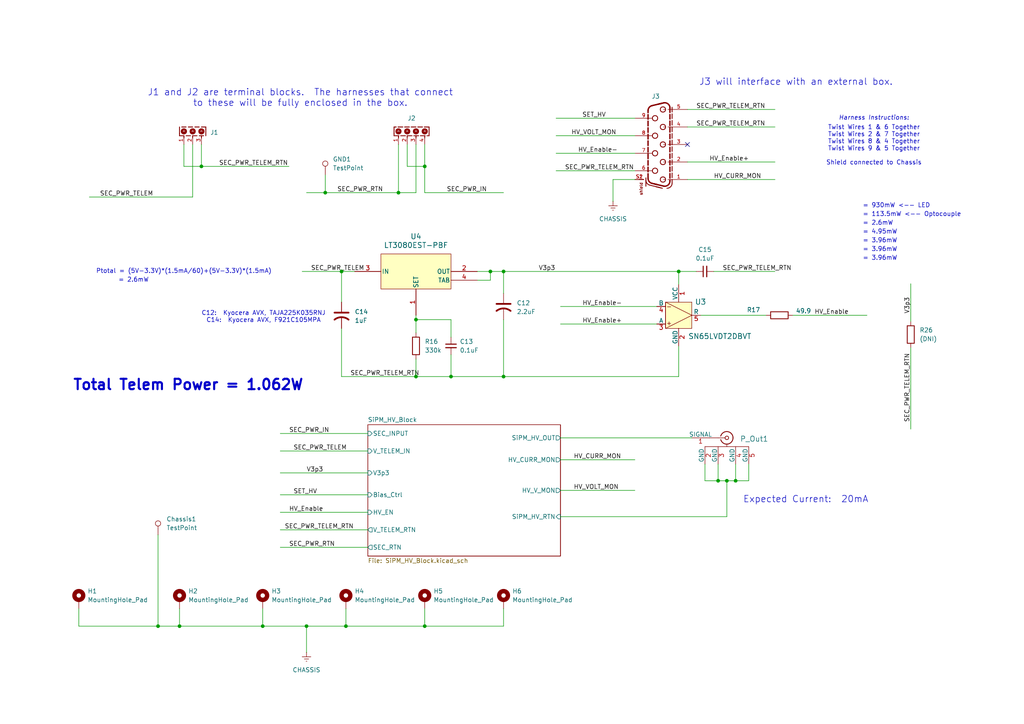
<source format=kicad_sch>
(kicad_sch
	(version 20250114)
	(generator "eeschema")
	(generator_version "9.0")
	(uuid "e454bb44-45d9-437f-8b1f-af2b63f543d3")
	(paper "A4")
	(lib_symbols
		(symbol "Adam_Tech:RF2-49B-T-00-50-G-HDW"
			(pin_names
				(offset 0)
			)
			(exclude_from_sim no)
			(in_bom yes)
			(on_board yes)
			(property "Reference" "J"
				(at 14.732 20.32 0)
				(effects
					(font
						(size 1.524 1.524)
					)
				)
			)
			(property "Value" "RF2-49B-T-00-50-G-HDW"
				(at 18.542 23.368 0)
				(effects
					(font
						(size 1.524 1.524)
					)
					(hide yes)
				)
			)
			(property "Footprint" "Adam_Tech:CONN_RF2-49B-T-00-50-G-HDW_ADM"
				(at 12.7 2.794 0)
				(effects
					(font
						(size 1.27 1.27)
						(italic yes)
					)
					(hide yes)
				)
			)
			(property "Datasheet" "https://app.adam-tech.com/products/download/data_sheet/219119/rf2-49b-t-00-50-g-hdw-data-sheet.pdf"
				(at 10.922 0.762 0)
				(effects
					(font
						(size 1.27 1.27)
						(italic yes)
					)
					(hide yes)
				)
			)
			(property "Description" "SMA Connector Jack, Female Socket 50 Ohms Through Hole, Right Angle Solder (Voltage Rating = 335V)"
				(at 6.35 17.78 0)
				(effects
					(font
						(size 1.27 1.27)
					)
					(hide yes)
				)
			)
			(property "Manufacturer" "Adam Tech"
				(at 0 0 0)
				(effects
					(font
						(size 1.27 1.27)
					)
					(hide yes)
				)
			)
			(property "Man. Part Num" "RF2-49B-T-00-50-G-HDW"
				(at 0 0 0)
				(effects
					(font
						(size 1.27 1.27)
					)
					(hide yes)
				)
			)
			(property "Distributor" "Mouser"
				(at 0 0 0)
				(effects
					(font
						(size 1.27 1.27)
					)
					(hide yes)
				)
			)
			(property "Dist. Part Num" "737-RF249BT0050GHDW"
				(at 0 0 0)
				(effects
					(font
						(size 1.27 1.27)
					)
					(hide yes)
				)
			)
			(property "Part Type" "Through Hole"
				(at 0 0 0)
				(effects
					(font
						(size 1.27 1.27)
					)
					(hide yes)
				)
			)
			(property "Package" "SMA"
				(at 0 0 0)
				(effects
					(font
						(size 1.27 1.27)
					)
					(hide yes)
				)
			)
			(property "Notes" ""
				(at 0 0 0)
				(effects
					(font
						(size 1.27 1.27)
					)
					(hide yes)
				)
			)
			(property "ki_keywords" "RF2-49B-T-00-50-G-HDW"
				(at 0 0 0)
				(effects
					(font
						(size 1.27 1.27)
					)
					(hide yes)
				)
			)
			(property "ki_fp_filters" "CONN_RF2-49B-T-00-50-G-HDW_ADM"
				(at 0 0 0)
				(effects
					(font
						(size 1.27 1.27)
					)
					(hide yes)
				)
			)
			(symbol "RF2-49B-T-00-50-G-HDW_0_1"
				(polyline
					(pts
						(xy 11.43 13.97) (xy 24.13 13.97)
					)
					(stroke
						(width 0)
						(type default)
					)
					(fill
						(type none)
					)
				)
				(polyline
					(pts
						(xy 15.24 16.51) (xy 12.7 16.51)
					)
					(stroke
						(width 0)
						(type default)
					)
					(fill
						(type none)
					)
				)
				(polyline
					(pts
						(xy 15.24 16.51) (xy 17.272 16.51)
					)
					(stroke
						(width 0)
						(type default)
					)
					(fill
						(type none)
					)
				)
				(arc
					(start 16.002 17.018)
					(mid 18.0023 18.3184)
					(end 19.558 16.51)
					(stroke
						(width 0.254)
						(type default)
					)
					(fill
						(type none)
					)
				)
				(arc
					(start 19.558 16.51)
					(mid 18.0022 14.7022)
					(end 16.002 16.002)
					(stroke
						(width 0.254)
						(type default)
					)
					(fill
						(type none)
					)
				)
				(circle
					(center 17.78 16.51)
					(radius 0.508)
					(stroke
						(width 0.2032)
						(type default)
					)
					(fill
						(type none)
					)
				)
				(polyline
					(pts
						(xy 17.78 13.97) (xy 17.78 14.732)
					)
					(stroke
						(width 0)
						(type default)
					)
					(fill
						(type none)
					)
				)
			)
			(symbol "RF2-49B-T-00-50-G-HDW_1_1"
				(pin unspecified line
					(at 7.62 16.51 0)
					(length 5.08)
					(name "SIGNAL"
						(effects
							(font
								(size 1.27 1.27)
							)
						)
					)
					(number "1"
						(effects
							(font
								(size 1.27 1.27)
							)
						)
					)
				)
				(pin power_in line
					(at 11.43 8.89 90)
					(length 5.08)
					(name "GND"
						(effects
							(font
								(size 1.27 1.27)
							)
						)
					)
					(number "2"
						(effects
							(font
								(size 1.27 1.27)
							)
						)
					)
				)
				(pin power_in line
					(at 15.24 8.89 90)
					(length 5.08)
					(name "GND"
						(effects
							(font
								(size 1.27 1.27)
							)
						)
					)
					(number "3"
						(effects
							(font
								(size 1.27 1.27)
							)
						)
					)
				)
				(pin power_in line
					(at 20.32 8.89 90)
					(length 5.08)
					(name "GND"
						(effects
							(font
								(size 1.27 1.27)
							)
						)
					)
					(number "4"
						(effects
							(font
								(size 1.27 1.27)
							)
						)
					)
				)
				(pin power_in line
					(at 24.13 8.89 90)
					(length 5.08)
					(name "GND"
						(effects
							(font
								(size 1.27 1.27)
							)
						)
					)
					(number "5"
						(effects
							(font
								(size 1.27 1.27)
							)
						)
					)
				)
			)
			(symbol "RF2-49B-T-00-50-G-HDW_1_2"
				(polyline
					(pts
						(xy 5.08 2.54) (xy 5.08 -12.7)
					)
					(stroke
						(width 0.127)
						(type default)
					)
					(fill
						(type none)
					)
				)
				(polyline
					(pts
						(xy 5.08 -12.7) (xy 12.7 -12.7)
					)
					(stroke
						(width 0.127)
						(type default)
					)
					(fill
						(type none)
					)
				)
				(polyline
					(pts
						(xy 7.62 0) (xy 5.08 0)
					)
					(stroke
						(width 0.127)
						(type default)
					)
					(fill
						(type none)
					)
				)
				(polyline
					(pts
						(xy 7.62 0) (xy 8.89 0.8467)
					)
					(stroke
						(width 0.127)
						(type default)
					)
					(fill
						(type none)
					)
				)
				(polyline
					(pts
						(xy 7.62 0) (xy 8.89 -0.8467)
					)
					(stroke
						(width 0.127)
						(type default)
					)
					(fill
						(type none)
					)
				)
				(polyline
					(pts
						(xy 7.62 -2.54) (xy 5.08 -2.54)
					)
					(stroke
						(width 0.127)
						(type default)
					)
					(fill
						(type none)
					)
				)
				(polyline
					(pts
						(xy 7.62 -2.54) (xy 8.89 -1.6933)
					)
					(stroke
						(width 0.127)
						(type default)
					)
					(fill
						(type none)
					)
				)
				(polyline
					(pts
						(xy 7.62 -2.54) (xy 8.89 -3.3867)
					)
					(stroke
						(width 0.127)
						(type default)
					)
					(fill
						(type none)
					)
				)
				(polyline
					(pts
						(xy 7.62 -5.08) (xy 5.08 -5.08)
					)
					(stroke
						(width 0.127)
						(type default)
					)
					(fill
						(type none)
					)
				)
				(polyline
					(pts
						(xy 7.62 -5.08) (xy 8.89 -4.2333)
					)
					(stroke
						(width 0.127)
						(type default)
					)
					(fill
						(type none)
					)
				)
				(polyline
					(pts
						(xy 7.62 -5.08) (xy 8.89 -5.9267)
					)
					(stroke
						(width 0.127)
						(type default)
					)
					(fill
						(type none)
					)
				)
				(polyline
					(pts
						(xy 7.62 -7.62) (xy 5.08 -7.62)
					)
					(stroke
						(width 0.127)
						(type default)
					)
					(fill
						(type none)
					)
				)
				(polyline
					(pts
						(xy 7.62 -7.62) (xy 8.89 -6.7733)
					)
					(stroke
						(width 0.127)
						(type default)
					)
					(fill
						(type none)
					)
				)
				(polyline
					(pts
						(xy 7.62 -7.62) (xy 8.89 -8.4667)
					)
					(stroke
						(width 0.127)
						(type default)
					)
					(fill
						(type none)
					)
				)
				(polyline
					(pts
						(xy 7.62 -10.16) (xy 5.08 -10.16)
					)
					(stroke
						(width 0.127)
						(type default)
					)
					(fill
						(type none)
					)
				)
				(polyline
					(pts
						(xy 7.62 -10.16) (xy 8.89 -9.3133)
					)
					(stroke
						(width 0.127)
						(type default)
					)
					(fill
						(type none)
					)
				)
				(polyline
					(pts
						(xy 7.62 -10.16) (xy 8.89 -11.0067)
					)
					(stroke
						(width 0.127)
						(type default)
					)
					(fill
						(type none)
					)
				)
				(polyline
					(pts
						(xy 12.7 2.54) (xy 5.08 2.54)
					)
					(stroke
						(width 0.127)
						(type default)
					)
					(fill
						(type none)
					)
				)
				(polyline
					(pts
						(xy 12.7 -12.7) (xy 12.7 2.54)
					)
					(stroke
						(width 0.127)
						(type default)
					)
					(fill
						(type none)
					)
				)
				(pin unspecified line
					(at 0 0 0)
					(length 5.08)
					(name "SIGNAL"
						(effects
							(font
								(size 1.27 1.27)
							)
						)
					)
					(number "1"
						(effects
							(font
								(size 1.27 1.27)
							)
						)
					)
				)
				(pin unspecified line
					(at 0 -2.54 0)
					(length 5.08)
					(name "GND"
						(effects
							(font
								(size 1.27 1.27)
							)
						)
					)
					(number "2"
						(effects
							(font
								(size 1.27 1.27)
							)
						)
					)
				)
				(pin unspecified line
					(at 0 -5.08 0)
					(length 5.08)
					(name "GND"
						(effects
							(font
								(size 1.27 1.27)
							)
						)
					)
					(number "3"
						(effects
							(font
								(size 1.27 1.27)
							)
						)
					)
				)
				(pin unspecified line
					(at 0 -7.62 0)
					(length 5.08)
					(name "GND"
						(effects
							(font
								(size 1.27 1.27)
							)
						)
					)
					(number "4"
						(effects
							(font
								(size 1.27 1.27)
							)
						)
					)
				)
				(pin unspecified line
					(at 0 -10.16 0)
					(length 5.08)
					(name "GND"
						(effects
							(font
								(size 1.27 1.27)
							)
						)
					)
					(number "5"
						(effects
							(font
								(size 1.27 1.27)
							)
						)
					)
				)
			)
			(embedded_fonts no)
		)
		(symbol "Analog_Dev:LT3080EST-PBF"
			(pin_names
				(offset 0.254)
			)
			(exclude_from_sim no)
			(in_bom yes)
			(on_board yes)
			(property "Reference" "U"
				(at 10.16 16.51 0)
				(effects
					(font
						(size 1.524 1.524)
					)
				)
			)
			(property "Value" "LT3080EST-PBF"
				(at 10.16 13.97 0)
				(effects
					(font
						(size 1.524 1.524)
					)
				)
			)
			(property "Footprint" "SOT-3_ST_LIT"
				(at -14.224 13.208 0)
				(effects
					(font
						(size 1.27 1.27)
						(italic yes)
					)
					(hide yes)
				)
			)
			(property "Datasheet" "https://www.analog.com/media/en/technical-documentation/data-sheets/lt3080.pdf"
				(at -10.922 19.558 0)
				(effects
					(font
						(size 1.27 1.27)
						(italic yes)
					)
					(hide yes)
				)
			)
			(property "Description" "IC REG LIN POS ADJ 1.1A SOT223-3"
				(at -17.78 6.35 0)
				(effects
					(font
						(size 1.27 1.27)
					)
					(hide yes)
				)
			)
			(property "Manufacturer" "Analog Devices Inc."
				(at 0 0 0)
				(effects
					(font
						(size 1.27 1.27)
					)
					(hide yes)
				)
			)
			(property "Man. Part Num" "LT3080EST#PBF"
				(at 0 0 0)
				(effects
					(font
						(size 1.27 1.27)
					)
					(hide yes)
				)
			)
			(property "Distributor" "Digi-Key"
				(at 0 0 0)
				(effects
					(font
						(size 1.27 1.27)
					)
					(hide yes)
				)
			)
			(property "Dist. Part Num" "505-LT3080EST#PBF-ND"
				(at 0 0 0)
				(effects
					(font
						(size 1.27 1.27)
					)
					(hide yes)
				)
			)
			(property "Part Type" "SMD"
				(at 0 0 0)
				(effects
					(font
						(size 1.27 1.27)
					)
					(hide yes)
				)
			)
			(property "Package" "SOT223-3"
				(at 0 0 0)
				(effects
					(font
						(size 1.27 1.27)
					)
					(hide yes)
				)
			)
			(property "Notes" ""
				(at 0 0 0)
				(effects
					(font
						(size 1.27 1.27)
					)
					(hide yes)
				)
			)
			(property "ki_keywords" "LT3080EST#PBF"
				(at 0 0 0)
				(effects
					(font
						(size 1.27 1.27)
					)
					(hide yes)
				)
			)
			(property "ki_fp_filters" "SOT-3_ST_LIT SOT-3_ST_LIT-M SOT-3_ST_LIT-L"
				(at 0 0 0)
				(effects
					(font
						(size 1.27 1.27)
					)
					(hide yes)
				)
			)
			(symbol "LT3080EST-PBF_0_1"
				(pin power_in line
					(at -7.62 5.08 0)
					(length 7.62)
					(name "IN"
						(effects
							(font
								(size 1.27 1.27)
							)
						)
					)
					(number "3"
						(effects
							(font
								(size 1.27 1.27)
							)
						)
					)
				)
				(pin input line
					(at 10.16 -7.62 90)
					(length 7.62)
					(name "SET"
						(effects
							(font
								(size 1.27 1.27)
							)
						)
					)
					(number "1"
						(effects
							(font
								(size 1.27 1.27)
							)
						)
					)
				)
				(pin output line
					(at 27.94 5.08 180)
					(length 7.62)
					(name "OUT"
						(effects
							(font
								(size 1.27 1.27)
							)
						)
					)
					(number "2"
						(effects
							(font
								(size 1.27 1.27)
							)
						)
					)
				)
			)
			(symbol "LT3080EST-PBF_1_1"
				(rectangle
					(start 0 10.16)
					(end 20.32 0)
					(stroke
						(width 0)
						(type default)
					)
					(fill
						(type background)
					)
				)
				(pin output line
					(at 27.94 2.54 180)
					(length 7.62)
					(name "TAB"
						(effects
							(font
								(size 1.27 1.27)
							)
						)
					)
					(number "4"
						(effects
							(font
								(size 1.27 1.27)
							)
						)
					)
				)
			)
			(embedded_fonts no)
		)
		(symbol "Mechanical:MountingHole_Pad"
			(pin_numbers
				(hide yes)
			)
			(pin_names
				(offset 1.016)
				(hide yes)
			)
			(exclude_from_sim no)
			(in_bom no)
			(on_board yes)
			(property "Reference" "H"
				(at 0 6.35 0)
				(effects
					(font
						(size 1.27 1.27)
					)
				)
			)
			(property "Value" "MountingHole_Pad"
				(at 0 4.445 0)
				(effects
					(font
						(size 1.27 1.27)
					)
				)
			)
			(property "Footprint" ""
				(at 0 0 0)
				(effects
					(font
						(size 1.27 1.27)
					)
					(hide yes)
				)
			)
			(property "Datasheet" "~"
				(at 0 0 0)
				(effects
					(font
						(size 1.27 1.27)
					)
					(hide yes)
				)
			)
			(property "Description" "Mounting Hole with connection"
				(at 0 0 0)
				(effects
					(font
						(size 1.27 1.27)
					)
					(hide yes)
				)
			)
			(property "ki_keywords" "mounting hole"
				(at 0 0 0)
				(effects
					(font
						(size 1.27 1.27)
					)
					(hide yes)
				)
			)
			(property "ki_fp_filters" "MountingHole*Pad*"
				(at 0 0 0)
				(effects
					(font
						(size 1.27 1.27)
					)
					(hide yes)
				)
			)
			(symbol "MountingHole_Pad_0_1"
				(circle
					(center 0 1.27)
					(radius 1.27)
					(stroke
						(width 1.27)
						(type default)
					)
					(fill
						(type none)
					)
				)
			)
			(symbol "MountingHole_Pad_1_1"
				(pin input line
					(at 0 -2.54 90)
					(length 2.54)
					(name "1"
						(effects
							(font
								(size 1.27 1.27)
							)
						)
					)
					(number "1"
						(effects
							(font
								(size 1.27 1.27)
							)
						)
					)
				)
			)
			(embedded_fonts no)
		)
		(symbol "Passive_Parts:C"
			(pin_numbers
				(hide yes)
			)
			(pin_names
				(offset 0)
				(hide yes)
			)
			(exclude_from_sim no)
			(in_bom yes)
			(on_board yes)
			(property "Reference" "C"
				(at 2.54 5.08 0)
				(effects
					(font
						(size 1.27 1.27)
					)
				)
			)
			(property "Value" ""
				(at 0 0 0)
				(effects
					(font
						(size 1.27 1.27)
					)
				)
			)
			(property "Footprint" ""
				(at 0 0 0)
				(effects
					(font
						(size 1.27 1.27)
					)
					(hide yes)
				)
			)
			(property "Datasheet" ""
				(at 0 0 0)
				(effects
					(font
						(size 1.27 1.27)
					)
					(hide yes)
				)
			)
			(property "Description" ""
				(at 0 0 0)
				(effects
					(font
						(size 1.27 1.27)
					)
					(hide yes)
				)
			)
			(property "Manufacturer" ""
				(at 0 0 0)
				(effects
					(font
						(size 1.27 1.27)
					)
					(hide yes)
				)
			)
			(property "Man. Part Num" ""
				(at 0 0 0)
				(effects
					(font
						(size 1.27 1.27)
					)
					(hide yes)
				)
			)
			(property "Distributor" "Digi-Key"
				(at 0 0 0)
				(effects
					(font
						(size 1.27 1.27)
					)
					(hide yes)
				)
			)
			(property "Dist. Part Num" ""
				(at 0 0 0)
				(effects
					(font
						(size 1.27 1.27)
					)
					(hide yes)
				)
			)
			(property "Package" ""
				(at 0 0 0)
				(effects
					(font
						(size 1.27 1.27)
					)
					(hide yes)
				)
			)
			(property "Part Type" "SMD"
				(at 0 0 0)
				(effects
					(font
						(size 1.27 1.27)
					)
					(hide yes)
				)
			)
			(property "Notes" ""
				(at 0 0 0)
				(effects
					(font
						(size 1.27 1.27)
					)
					(hide yes)
				)
			)
			(symbol "C_0_1"
				(polyline
					(pts
						(xy 2.032 1.016) (xy 2.032 4.064)
					)
					(stroke
						(width 0.3048)
						(type default)
					)
					(fill
						(type none)
					)
				)
				(polyline
					(pts
						(xy 3.048 1.016) (xy 3.048 4.064)
					)
					(stroke
						(width 0.3302)
						(type default)
					)
					(fill
						(type none)
					)
				)
			)
			(symbol "C_1_1"
				(pin passive line
					(at 0 2.54 0)
					(length 2.032)
					(name "~"
						(effects
							(font
								(size 1.27 1.27)
							)
						)
					)
					(number "1"
						(effects
							(font
								(size 1.27 1.27)
							)
						)
					)
				)
				(pin passive line
					(at 5.08 2.54 180)
					(length 2.032)
					(name "~"
						(effects
							(font
								(size 1.27 1.27)
							)
						)
					)
					(number "2"
						(effects
							(font
								(size 1.27 1.27)
							)
						)
					)
				)
			)
			(embedded_fonts no)
		)
		(symbol "Passive_Parts:C_Tantalum"
			(pin_numbers
				(hide yes)
			)
			(pin_names
				(offset 0)
				(hide yes)
			)
			(exclude_from_sim no)
			(in_bom yes)
			(on_board yes)
			(property "Reference" "C"
				(at 0 0 0)
				(effects
					(font
						(size 1.27 1.27)
					)
				)
			)
			(property "Value" ""
				(at 0 0 0)
				(effects
					(font
						(size 1.27 1.27)
					)
				)
			)
			(property "Footprint" ""
				(at 0 0 0)
				(effects
					(font
						(size 1.27 1.27)
					)
					(hide yes)
				)
			)
			(property "Datasheet" ""
				(at 0 0 0)
				(effects
					(font
						(size 1.27 1.27)
					)
					(hide yes)
				)
			)
			(property "Description" ""
				(at 0 0 0)
				(effects
					(font
						(size 1.27 1.27)
					)
					(hide yes)
				)
			)
			(property "Manufacturer" ""
				(at 0 0 0)
				(effects
					(font
						(size 1.27 1.27)
					)
					(hide yes)
				)
			)
			(property "Man. Part Num" ""
				(at 0 0 0)
				(effects
					(font
						(size 1.27 1.27)
					)
					(hide yes)
				)
			)
			(property "Distributor" "Digi-Key"
				(at 0 0 0)
				(effects
					(font
						(size 1.27 1.27)
					)
					(hide yes)
				)
			)
			(property "Dist. Part Num" ""
				(at 0 0 0)
				(effects
					(font
						(size 1.27 1.27)
					)
					(hide yes)
				)
			)
			(property "Part Type" ""
				(at 0 0 0)
				(effects
					(font
						(size 1.27 1.27)
					)
					(hide yes)
				)
			)
			(property "Package" ""
				(at 0 0 0)
				(effects
					(font
						(size 1.27 1.27)
					)
					(hide yes)
				)
			)
			(property "Notes" ""
				(at 0 0 0)
				(effects
					(font
						(size 1.27 1.27)
					)
					(hide yes)
				)
			)
			(symbol "C_Tantalum_0_1"
				(polyline
					(pts
						(xy 4.318 0.508) (xy 4.318 4.572)
					)
					(stroke
						(width 0.508)
						(type default)
					)
					(fill
						(type none)
					)
				)
				(arc
					(start 6.35 0.508)
					(mid 5.6372 2.54)
					(end 6.35 4.572)
					(stroke
						(width 0.508)
						(type default)
					)
					(fill
						(type none)
					)
				)
			)
			(symbol "C_Tantalum_1_1"
				(pin passive line
					(at 1.27 2.54 0)
					(length 2.794)
					(name "~"
						(effects
							(font
								(size 1.27 1.27)
							)
						)
					)
					(number "1"
						(effects
							(font
								(size 1.27 1.27)
							)
						)
					)
				)
				(pin passive line
					(at 8.89 2.54 180)
					(length 3.302)
					(name "~"
						(effects
							(font
								(size 1.27 1.27)
							)
						)
					)
					(number "2"
						(effects
							(font
								(size 1.27 1.27)
							)
						)
					)
				)
			)
			(embedded_fonts no)
		)
		(symbol "Passive_Parts:R"
			(pin_numbers
				(hide yes)
			)
			(pin_names
				(offset 0)
				(hide yes)
			)
			(exclude_from_sim no)
			(in_bom yes)
			(on_board yes)
			(property "Reference" "R"
				(at 2.54 5.08 0)
				(effects
					(font
						(size 1.27 1.27)
					)
				)
			)
			(property "Value" ""
				(at 0 0 0)
				(effects
					(font
						(size 1.27 1.27)
					)
				)
			)
			(property "Footprint" ""
				(at 0 0 0)
				(effects
					(font
						(size 1.27 1.27)
					)
					(hide yes)
				)
			)
			(property "Datasheet" ""
				(at 0 0 0)
				(effects
					(font
						(size 1.27 1.27)
					)
					(hide yes)
				)
			)
			(property "Description" ""
				(at 0 0 0)
				(effects
					(font
						(size 1.27 1.27)
					)
					(hide yes)
				)
			)
			(property "Manufacturer" ""
				(at 0 0 0)
				(effects
					(font
						(size 1.27 1.27)
					)
					(hide yes)
				)
			)
			(property "Man. Part Num" ""
				(at 0 0 0)
				(effects
					(font
						(size 1.27 1.27)
					)
					(hide yes)
				)
			)
			(property "Distributor" "Digi-Key"
				(at 0 0 0)
				(effects
					(font
						(size 1.27 1.27)
					)
					(hide yes)
				)
			)
			(property "Dist. Part Num" ""
				(at 0 0 0)
				(effects
					(font
						(size 1.27 1.27)
					)
					(hide yes)
				)
			)
			(property "Part Type" "SMD"
				(at 0 0 0)
				(effects
					(font
						(size 1.27 1.27)
					)
					(hide yes)
				)
			)
			(property "Notes" ""
				(at 0 0 0)
				(effects
					(font
						(size 1.27 1.27)
					)
					(hide yes)
				)
			)
			(property "Package" ""
				(at 0 0 0)
				(effects
					(font
						(size 1.27 1.27)
					)
					(hide yes)
				)
			)
			(symbol "R_0_1"
				(rectangle
					(start 5.08 1.524)
					(end 0 3.556)
					(stroke
						(width 0.254)
						(type default)
					)
					(fill
						(type none)
					)
				)
			)
			(symbol "R_1_1"
				(pin passive line
					(at -1.27 2.54 0)
					(length 1.27)
					(name "~"
						(effects
							(font
								(size 1.27 1.27)
							)
						)
					)
					(number "1"
						(effects
							(font
								(size 1.27 1.27)
							)
						)
					)
				)
				(pin passive line
					(at 6.35 2.54 180)
					(length 1.27)
					(name "~"
						(effects
							(font
								(size 1.27 1.27)
							)
						)
					)
					(number "2"
						(effects
							(font
								(size 1.27 1.27)
							)
						)
					)
				)
			)
			(embedded_fonts no)
		)
		(symbol "Passive_Parts:TP"
			(pin_numbers
				(hide yes)
			)
			(pin_names
				(hide yes)
			)
			(exclude_from_sim no)
			(in_bom yes)
			(on_board yes)
			(property "Reference" "TP"
				(at 2.286 3.302 0)
				(effects
					(font
						(size 1.27 1.27)
					)
				)
			)
			(property "Value" ""
				(at -2.54 0 0)
				(effects
					(font
						(size 1.27 1.27)
					)
				)
			)
			(property "Footprint" ""
				(at -2.54 0 0)
				(effects
					(font
						(size 1.27 1.27)
					)
					(hide yes)
				)
			)
			(property "Datasheet" ""
				(at -2.54 0 0)
				(effects
					(font
						(size 1.27 1.27)
					)
					(hide yes)
				)
			)
			(property "Description" ""
				(at -2.54 0 0)
				(effects
					(font
						(size 1.27 1.27)
					)
					(hide yes)
				)
			)
			(property "Manufacturer" ""
				(at 0 0 0)
				(effects
					(font
						(size 1.27 1.27)
					)
					(hide yes)
				)
			)
			(property "Man. Part Num" ""
				(at 0 0 0)
				(effects
					(font
						(size 1.27 1.27)
					)
					(hide yes)
				)
			)
			(property "Distributor" ""
				(at 0 0 0)
				(effects
					(font
						(size 1.27 1.27)
					)
					(hide yes)
				)
			)
			(property "Dist. Part Num" ""
				(at 0 0 0)
				(effects
					(font
						(size 1.27 1.27)
					)
					(hide yes)
				)
			)
			(property "Part Type" ""
				(at 0 0 0)
				(effects
					(font
						(size 1.27 1.27)
					)
					(hide yes)
				)
			)
			(property "Package" ""
				(at 0 0 0)
				(effects
					(font
						(size 1.27 1.27)
					)
					(hide yes)
				)
			)
			(property "Notes" ""
				(at 0 0 0)
				(effects
					(font
						(size 1.27 1.27)
					)
					(hide yes)
				)
			)
			(symbol "TP_0_1"
				(circle
					(center 0 3.302)
					(radius 0.762)
					(stroke
						(width 0)
						(type default)
					)
					(fill
						(type none)
					)
				)
			)
			(symbol "TP_1_1"
				(pin passive line
					(at 0 0 90)
					(length 2.54)
					(name "1"
						(effects
							(font
								(size 1.27 1.27)
							)
						)
					)
					(number "1"
						(effects
							(font
								(size 1.27 1.27)
							)
						)
					)
				)
			)
			(embedded_fonts no)
		)
		(symbol "Texas Instruments:SN65LVDS2DBVR"
			(pin_names
				(offset 0)
			)
			(exclude_from_sim no)
			(in_bom yes)
			(on_board yes)
			(property "Reference" "U"
				(at 7.366 -2.54 0)
				(effects
					(font
						(size 1.524 1.524)
					)
				)
			)
			(property "Value" "SN65LVDS2DBVR"
				(at 16.002 -6.604 0)
				(effects
					(font
						(size 1.524 1.524)
					)
					(hide yes)
				)
			)
			(property "Footprint" "Texas Instruments:DBV5"
				(at 25.654 15.24 0)
				(effects
					(font
						(size 1.27 1.27)
						(italic yes)
					)
					(hide yes)
				)
			)
			(property "Datasheet" "https://www.ti.com/lit/ds/symlink/sn65lvds1.pdf?HQS=dis-dk-null-digikeymode-dsf-pf-null-wwe&ts=1743962241896&ref_url=https%253A%252F%252Fwww.ti.com%252Fgeneral%252Fdocs%252Fsuppproductinfo.tsp%253FdistId%253D10%2526gotoUrl%253Dhttps%253A%252F%252Fwww.ti.com%252Flit%252Fgpn%252Fsn65lvds1"
				(at 24.638 12.446 0)
				(effects
					(font
						(size 1.27 1.27)
						(italic yes)
					)
					(hide yes)
				)
			)
			(property "Description" "0/1 Receiver LVDS SOT-23-5"
				(at 12.7 -13.97 0)
				(effects
					(font
						(size 1.27 1.27)
					)
					(hide yes)
				)
			)
			(property "Manufacturer" "Texas Instruments"
				(at 0 0 0)
				(effects
					(font
						(size 1.27 1.27)
					)
					(hide yes)
				)
			)
			(property "Man. Part Num" "SN65LVDS2DBVR"
				(at 0 0 0)
				(effects
					(font
						(size 1.27 1.27)
					)
					(hide yes)
				)
			)
			(property "Distributor" "Digi-Key"
				(at 0 0 0)
				(effects
					(font
						(size 1.27 1.27)
					)
					(hide yes)
				)
			)
			(property "Dist. Part Num" "296-6920-1-ND"
				(at 0 0 0)
				(effects
					(font
						(size 1.27 1.27)
					)
					(hide yes)
				)
			)
			(property "Part Type" "SMD"
				(at 0 0 0)
				(effects
					(font
						(size 1.27 1.27)
					)
					(hide yes)
				)
			)
			(property "Package" "SOT-23-5"
				(at 0 0 0)
				(effects
					(font
						(size 1.27 1.27)
					)
					(hide yes)
				)
			)
			(property "Notes" ""
				(at 0 0 0)
				(effects
					(font
						(size 1.27 1.27)
					)
					(hide yes)
				)
			)
			(property "ki_keywords" "SN65LVDS2DBVR"
				(at 0 0 0)
				(effects
					(font
						(size 1.27 1.27)
					)
					(hide yes)
				)
			)
			(property "ki_fp_filters" "DBV5 DBV5-M DBV5-L"
				(at 0 0 0)
				(effects
					(font
						(size 1.27 1.27)
					)
					(hide yes)
				)
			)
			(symbol "SN65LVDS2DBVR_1_1"
				(rectangle
					(start 0 7.62)
					(end 7.62 0)
					(stroke
						(width 0)
						(type default)
					)
					(fill
						(type background)
					)
				)
				(polyline
					(pts
						(xy 0 0) (xy 0 7.62) (xy 7.62 3.81) (xy 0 0)
					)
					(stroke
						(width 0)
						(type default)
					)
					(fill
						(type none)
					)
				)
				(text "-"
					(at 1.016 6.35 0)
					(effects
						(font
							(size 1.27 1.27)
						)
					)
				)
				(text "+"
					(at 1.016 1.524 0)
					(effects
						(font
							(size 1.27 1.27)
						)
					)
				)
				(pin input line
					(at -2.54 6.35 0)
					(length 2.54)
					(name "B"
						(effects
							(font
								(size 1.27 1.27)
							)
						)
					)
					(number "4"
						(effects
							(font
								(size 1.27 1.27)
							)
						)
					)
				)
				(pin input line
					(at -2.54 1.27 0)
					(length 2.54)
					(name "A"
						(effects
							(font
								(size 1.27 1.27)
							)
						)
					)
					(number "3"
						(effects
							(font
								(size 1.27 1.27)
							)
						)
					)
				)
				(pin power_in line
					(at 3.81 12.7 270)
					(length 5.08)
					(name "VCC"
						(effects
							(font
								(size 1.27 1.27)
							)
						)
					)
					(number "1"
						(effects
							(font
								(size 1.27 1.27)
							)
						)
					)
				)
				(pin power_in line
					(at 3.81 -5.08 90)
					(length 5.08)
					(name "GND"
						(effects
							(font
								(size 1.27 1.27)
							)
						)
					)
					(number "2"
						(effects
							(font
								(size 1.27 1.27)
							)
						)
					)
				)
				(pin output line
					(at 10.16 3.81 180)
					(length 2.54)
					(name "R"
						(effects
							(font
								(size 1.27 1.27)
							)
						)
					)
					(number "5"
						(effects
							(font
								(size 1.27 1.27)
							)
						)
					)
				)
			)
			(embedded_fonts no)
		)
		(symbol "Wurth Elektronik:6180XX231121_618009231121"
			(pin_names
				(offset 1.016)
			)
			(exclude_from_sim no)
			(in_bom yes)
			(on_board yes)
			(property "Reference" "J"
				(at 13.78 1.66 0)
				(effects
					(font
						(size 1.27 1.27)
					)
					(justify left bottom)
				)
			)
			(property "Value" "618009231121"
				(at 0 0 0)
				(effects
					(font
						(size 1.27 1.27)
					)
					(justify bottom)
					(hide yes)
				)
			)
			(property "Footprint" "6180XX231121_618009231121:618009231121"
				(at 0 0 0)
				(effects
					(font
						(size 1.27 1.27)
					)
					(justify bottom)
					(hide yes)
				)
			)
			(property "Datasheet" "https://www.we-online.com/components/products/datasheet/618009231121.pdf"
				(at 0 0 0)
				(effects
					(font
						(size 1.27 1.27)
					)
					(hide yes)
				)
			)
			(property "Description" "CONN D-SUB RCPT 9POS R/A SOLDER"
				(at 0 0 0)
				(effects
					(font
						(size 1.27 1.27)
					)
					(hide yes)
				)
			)
			(property "Manufacturer" "Würth Elektronik"
				(at 0 0 0)
				(effects
					(font
						(size 1.27 1.27)
					)
					(justify bottom)
					(hide yes)
				)
			)
			(property "Description_1" "\nSOCKET, D SUB, PCB, R/A, 9WAY; No. of Contacts:9Contacts; Gender:Receptacle; Contact Termination Type:Solder; D Sub Shell Size:DE; Product Range:WR-DSUB Series; Connector Body Material:Steel Body; Contact Material:Copper Alloy; Contact Plating:Gold Plated Contacts; SVHC:Lead (15-Jan-2019); Connector Mounting:Through Hole Mount Right Angle; Contact Termination:Solder; D Sub Connector Type:Standard; No. of Mating Cycles:50\n"
				(at 0 0 0)
				(effects
					(font
						(size 1.27 1.27)
					)
					(justify bottom)
					(hide yes)
				)
			)
			(property "Package" "-"
				(at 0 0 0)
				(effects
					(font
						(size 1.27 1.27)
					)
					(justify bottom)
					(hide yes)
				)
			)
			(property "Purchase-URL" "https://www.snapeda.com/api/url_track_click_mouser/?unipart_id=1118240&manufacturer=Würth Elektronik&part_name=618009231121&search_term=618009231121"
				(at 0 0 0)
				(effects
					(font
						(size 1.27 1.27)
					)
					(justify bottom)
					(hide yes)
				)
			)
			(property "GENDER" "Female"
				(at 0 0 0)
				(effects
					(font
						(size 1.27 1.27)
					)
					(justify bottom)
					(hide yes)
				)
			)
			(property "Price" "None"
				(at 0 0 0)
				(effects
					(font
						(size 1.27 1.27)
					)
					(justify bottom)
					(hide yes)
				)
			)
			(property "PART-NUMBER" "618009231121"
				(at 0 0 0)
				(effects
					(font
						(size 1.27 1.27)
					)
					(justify bottom)
					(hide yes)
				)
			)
			(property "SnapEDA_Link" "https://www.snapeda.com/parts/618009231121/Wurth+Elektronik/view-part/?ref=snap"
				(at 0 0 0)
				(effects
					(font
						(size 1.27 1.27)
					)
					(justify bottom)
					(hide yes)
				)
			)
			(property "DATASHEET-URL" "https://www.we-online.com/redexpert/spec/618009231121?ae"
				(at 0 0 0)
				(effects
					(font
						(size 1.27 1.27)
					)
					(justify bottom)
					(hide yes)
				)
			)
			(property "Man. Part Num" "618009231121"
				(at 0 0 0)
				(effects
					(font
						(size 1.27 1.27)
					)
					(justify bottom)
					(hide yes)
				)
			)
			(property "WORKING-VOLTAGE" "125 V(AC)"
				(at 0 0 0)
				(effects
					(font
						(size 1.27 1.27)
					)
					(justify bottom)
					(hide yes)
				)
			)
			(property "PINS" "9"
				(at 0 0 0)
				(effects
					(font
						(size 1.27 1.27)
					)
					(justify bottom)
					(hide yes)
				)
			)
			(property "WE-NUMBER" "618009231121"
				(at 0 0 0)
				(effects
					(font
						(size 1.27 1.27)
					)
					(justify bottom)
					(hide yes)
				)
			)
			(property "TYPE" "Angled"
				(at 0 0 0)
				(effects
					(font
						(size 1.27 1.27)
					)
					(justify bottom)
					(hide yes)
				)
			)
			(property "Availability" "In Stock"
				(at 0 0 0)
				(effects
					(font
						(size 1.27 1.27)
					)
					(justify bottom)
					(hide yes)
				)
			)
			(property "Check_prices" "https://www.snapeda.com/parts/618009231121/Wurth+Elektronik/view-part/?ref=eda"
				(at 0 0 0)
				(effects
					(font
						(size 1.27 1.27)
					)
					(justify bottom)
					(hide yes)
				)
			)
			(property "Part Type" "Through Hole"
				(at 0 0 0)
				(effects
					(font
						(size 1.27 1.27)
					)
					(hide yes)
				)
			)
			(property "Distributor" "Digi-Key"
				(at 0 0 0)
				(effects
					(font
						(size 1.27 1.27)
					)
					(hide yes)
				)
			)
			(property "Dist. Part Num" "732-618009231121-ND"
				(at 0 0 0)
				(effects
					(font
						(size 1.27 1.27)
					)
					(hide yes)
				)
			)
			(property "Notes" ""
				(at 0 0 0)
				(effects
					(font
						(size 1.27 1.27)
					)
					(hide yes)
				)
			)
			(symbol "6180XX231121_618009231121_0_0"
				(polyline
					(pts
						(xy -11.7108 -0.8009) (xy -12.0642 0.6952)
					)
					(stroke
						(width 0.4064)
						(type default)
					)
					(fill
						(type none)
					)
				)
				(polyline
					(pts
						(xy -11.2729 -2.6548) (xy -11.9182 0.0772)
					)
					(stroke
						(width 0.4064)
						(type default)
					)
					(fill
						(type none)
					)
				)
				(polyline
					(pts
						(xy -10.795 3.175) (xy -9.4305 3.175)
					)
					(stroke
						(width 0.254)
						(type default)
					)
					(fill
						(type none)
					)
				)
				(polyline
					(pts
						(xy -10.6044 2.54) (xy -9.3113 2.54)
					)
					(stroke
						(width 0.4064)
						(type default)
					)
					(fill
						(type none)
					)
				)
				(arc
					(start -12.0642 0.6952)
					(mid -11.7806 1.9708)
					(end -10.6044 2.54)
					(stroke
						(width 0.4064)
						(type default)
					)
					(fill
						(type none)
					)
				)
				(polyline
					(pts
						(xy -10.16 2.58) (xy -10.16 1.935)
					)
					(stroke
						(width 0.1524)
						(type default)
					)
					(fill
						(type none)
					)
				)
				(polyline
					(pts
						(xy -10.16 0.675) (xy -10.16 1.3)
					)
					(stroke
						(width 0.1524)
						(type default)
					)
					(fill
						(type none)
					)
				)
				(circle
					(center -10.16 0.508)
					(radius 0.762)
					(stroke
						(width 0.254)
						(type default)
					)
					(fill
						(type none)
					)
				)
				(arc
					(start -9.8131 -3.81)
					(mid -10.7439 -3.4862)
					(end -11.2729 -2.6548)
					(stroke
						(width 0.4064)
						(type default)
					)
					(fill
						(type none)
					)
				)
				(polyline
					(pts
						(xy -9.237 -3.81) (xy -9.8131 -3.81)
					)
					(stroke
						(width 0.4064)
						(type default)
					)
					(fill
						(type none)
					)
				)
				(polyline
					(pts
						(xy -8.89 3.175) (xy -7.5255 3.175)
					)
					(stroke
						(width 0.254)
						(type default)
					)
					(fill
						(type none)
					)
				)
				(polyline
					(pts
						(xy -8.6994 2.54) (xy -7.4063 2.54)
					)
					(stroke
						(width 0.4064)
						(type default)
					)
					(fill
						(type none)
					)
				)
				(circle
					(center -7.62 -1.778)
					(radius 0.762)
					(stroke
						(width 0.254)
						(type default)
					)
					(fill
						(type none)
					)
				)
				(polyline
					(pts
						(xy -7.332 -3.81) (xy -8.6596 -3.81)
					)
					(stroke
						(width 0.4064)
						(type default)
					)
					(fill
						(type none)
					)
				)
				(polyline
					(pts
						(xy -6.985 3.175) (xy -5.6205 3.175)
					)
					(stroke
						(width 0.254)
						(type default)
					)
					(fill
						(type none)
					)
				)
				(polyline
					(pts
						(xy -6.7944 2.54) (xy -5.5013 2.54)
					)
					(stroke
						(width 0.4064)
						(type default)
					)
					(fill
						(type none)
					)
				)
				(polyline
					(pts
						(xy -5.427 -3.81) (xy -6.7546 -3.81)
					)
					(stroke
						(width 0.4064)
						(type default)
					)
					(fill
						(type none)
					)
				)
				(polyline
					(pts
						(xy -5.08 3.175) (xy -3.7155 3.175)
					)
					(stroke
						(width 0.254)
						(type default)
					)
					(fill
						(type none)
					)
				)
				(polyline
					(pts
						(xy -5.08 2.58) (xy -5.08 1.935)
					)
					(stroke
						(width 0.1524)
						(type default)
					)
					(fill
						(type none)
					)
				)
				(polyline
					(pts
						(xy -5.08 0.675) (xy -5.08 1.3)
					)
					(stroke
						(width 0.1524)
						(type default)
					)
					(fill
						(type none)
					)
				)
				(circle
					(center -5.08 0.508)
					(radius 0.762)
					(stroke
						(width 0.254)
						(type default)
					)
					(fill
						(type none)
					)
				)
				(polyline
					(pts
						(xy -4.8894 2.54) (xy -3.5963 2.54)
					)
					(stroke
						(width 0.4064)
						(type default)
					)
					(fill
						(type none)
					)
				)
				(polyline
					(pts
						(xy -3.522 -3.81) (xy -4.8496 -3.81)
					)
					(stroke
						(width 0.4064)
						(type default)
					)
					(fill
						(type none)
					)
				)
				(polyline
					(pts
						(xy -3.175 3.175) (xy -1.8105 3.175)
					)
					(stroke
						(width 0.254)
						(type default)
					)
					(fill
						(type none)
					)
				)
				(polyline
					(pts
						(xy -2.9844 2.54) (xy -1.6913 2.54)
					)
					(stroke
						(width 0.4064)
						(type default)
					)
					(fill
						(type none)
					)
				)
				(circle
					(center -2.54 -1.778)
					(radius 0.762)
					(stroke
						(width 0.254)
						(type default)
					)
					(fill
						(type none)
					)
				)
				(polyline
					(pts
						(xy -1.617 -3.81) (xy -2.9446 -3.81)
					)
					(stroke
						(width 0.4064)
						(type default)
					)
					(fill
						(type none)
					)
				)
				(polyline
					(pts
						(xy -1.27 3.175) (xy 0.0945 3.175)
					)
					(stroke
						(width 0.254)
						(type default)
					)
					(fill
						(type none)
					)
				)
				(polyline
					(pts
						(xy -1.0794 2.54) (xy 0.2137 2.54)
					)
					(stroke
						(width 0.4064)
						(type default)
					)
					(fill
						(type none)
					)
				)
				(polyline
					(pts
						(xy 0 2.58) (xy 0 1.935)
					)
					(stroke
						(width 0.1524)
						(type default)
					)
					(fill
						(type none)
					)
				)
				(polyline
					(pts
						(xy 0 0.675) (xy 0 1.3)
					)
					(stroke
						(width 0.1524)
						(type default)
					)
					(fill
						(type none)
					)
				)
				(circle
					(center 0 0.508)
					(radius 0.762)
					(stroke
						(width 0.254)
						(type default)
					)
					(fill
						(type none)
					)
				)
				(polyline
					(pts
						(xy 0.288 -3.81) (xy -1.0396 -3.81)
					)
					(stroke
						(width 0.4064)
						(type default)
					)
					(fill
						(type none)
					)
				)
				(polyline
					(pts
						(xy 0.635 3.175) (xy 1.9996 3.175)
					)
					(stroke
						(width 0.254)
						(type default)
					)
					(fill
						(type none)
					)
				)
				(polyline
					(pts
						(xy 0.8256 2.54) (xy 2.1187 2.54)
					)
					(stroke
						(width 0.4064)
						(type default)
					)
					(fill
						(type none)
					)
				)
				(polyline
					(pts
						(xy 2.1931 -3.81) (xy 0.8654 -3.81)
					)
					(stroke
						(width 0.4064)
						(type default)
					)
					(fill
						(type none)
					)
				)
				(polyline
					(pts
						(xy 2.54 3.175) (xy 3.9046 3.175)
					)
					(stroke
						(width 0.254)
						(type default)
					)
					(fill
						(type none)
					)
				)
				(circle
					(center 2.54 -1.778)
					(radius 0.762)
					(stroke
						(width 0.254)
						(type default)
					)
					(fill
						(type none)
					)
				)
				(polyline
					(pts
						(xy 2.7306 2.54) (xy 4.0237 2.54)
					)
					(stroke
						(width 0.4064)
						(type default)
					)
					(fill
						(type none)
					)
				)
				(polyline
					(pts
						(xy 4.0981 -3.81) (xy 2.7704 -3.81)
					)
					(stroke
						(width 0.4064)
						(type default)
					)
					(fill
						(type none)
					)
				)
				(polyline
					(pts
						(xy 4.445 3.175) (xy 5.8096 3.175)
					)
					(stroke
						(width 0.254)
						(type default)
					)
					(fill
						(type none)
					)
				)
				(polyline
					(pts
						(xy 4.6356 2.54) (xy 5.9287 2.54)
					)
					(stroke
						(width 0.4064)
						(type default)
					)
					(fill
						(type none)
					)
				)
				(polyline
					(pts
						(xy 5.08 2.58) (xy 5.08 1.935)
					)
					(stroke
						(width 0.1524)
						(type default)
					)
					(fill
						(type none)
					)
				)
				(polyline
					(pts
						(xy 5.08 0.675) (xy 5.08 1.3)
					)
					(stroke
						(width 0.1524)
						(type default)
					)
					(fill
						(type none)
					)
				)
				(circle
					(center 5.08 0.508)
					(radius 0.762)
					(stroke
						(width 0.254)
						(type default)
					)
					(fill
						(type none)
					)
				)
				(polyline
					(pts
						(xy 6.0031 -3.81) (xy 4.6754 -3.81)
					)
					(stroke
						(width 0.4064)
						(type default)
					)
					(fill
						(type none)
					)
				)
				(polyline
					(pts
						(xy 6.35 3.175) (xy 7.7146 3.175)
					)
					(stroke
						(width 0.254)
						(type default)
					)
					(fill
						(type none)
					)
				)
				(polyline
					(pts
						(xy 6.5406 2.54) (xy 7.8337 2.54)
					)
					(stroke
						(width 0.4064)
						(type default)
					)
					(fill
						(type none)
					)
				)
				(circle
					(center 7.62 -1.778)
					(radius 0.762)
					(stroke
						(width 0.254)
						(type default)
					)
					(fill
						(type none)
					)
				)
				(polyline
					(pts
						(xy 7.9081 -3.81) (xy 6.5804 -3.81)
					)
					(stroke
						(width 0.4064)
						(type default)
					)
					(fill
						(type none)
					)
				)
				(polyline
					(pts
						(xy 8.255 3.175) (xy 9.6196 3.175)
					)
					(stroke
						(width 0.254)
						(type default)
					)
					(fill
						(type none)
					)
				)
				(polyline
					(pts
						(xy 8.4456 2.54) (xy 9.7387 2.54)
					)
					(stroke
						(width 0.4064)
						(type default)
					)
					(fill
						(type none)
					)
				)
				(arc
					(start 11.2729 -2.6548)
					(mid 10.7439 -3.4863)
					(end 9.8131 -3.81)
					(stroke
						(width 0.4064)
						(type default)
					)
					(fill
						(type none)
					)
				)
				(polyline
					(pts
						(xy 9.8131 -3.81) (xy 8.4854 -3.81)
					)
					(stroke
						(width 0.4064)
						(type default)
					)
					(fill
						(type none)
					)
				)
				(polyline
					(pts
						(xy 10.16 3.175) (xy 11.2 3.175)
					)
					(stroke
						(width 0.254)
						(type default)
					)
					(fill
						(type none)
					)
				)
				(polyline
					(pts
						(xy 10.16 2.58) (xy 10.16 1.935)
					)
					(stroke
						(width 0.1524)
						(type default)
					)
					(fill
						(type none)
					)
				)
				(polyline
					(pts
						(xy 10.16 0.675) (xy 10.16 1.3)
					)
					(stroke
						(width 0.1524)
						(type default)
					)
					(fill
						(type none)
					)
				)
				(circle
					(center 10.16 0.508)
					(radius 0.762)
					(stroke
						(width 0.254)
						(type default)
					)
					(fill
						(type none)
					)
				)
				(polyline
					(pts
						(xy 10.16 -4.445) (xy 10.16 -4.445)
					)
					(stroke
						(width 0.254)
						(type default)
					)
					(fill
						(type none)
					)
				)
				(polyline
					(pts
						(xy 10.16 -6.35) (xy 10.16 -5.08)
					)
					(stroke
						(width 0.254)
						(type default)
					)
					(fill
						(type none)
					)
				)
				(polyline
					(pts
						(xy 10.2 -4.44) (xy 9.6938 -4.44)
					)
					(stroke
						(width 0.254)
						(type default)
					)
					(fill
						(type none)
					)
				)
				(arc
					(start 11.7841 -3.3038)
					(mid 11.2519 -4.1219)
					(end 10.3288 -4.44)
					(stroke
						(width 0.254)
						(type default)
					)
					(fill
						(type none)
					)
				)
				(polyline
					(pts
						(xy 10.3506 2.54) (xy 10.6044 2.54)
					)
					(stroke
						(width 0.4064)
						(type default)
					)
					(fill
						(type none)
					)
				)
				(arc
					(start 10.6044 2.54)
					(mid 11.7804 1.9707)
					(end 12.0642 0.6952)
					(stroke
						(width 0.4064)
						(type default)
					)
					(fill
						(type none)
					)
				)
				(arc
					(start 11.2 3.175)
					(mid 12.2607 2.7357)
					(end 12.7 1.675)
					(stroke
						(width 0.254)
						(type default)
					)
					(fill
						(type none)
					)
				)
				(polyline
					(pts
						(xy 11.6263 -1.1588) (xy 11.2729 -2.6548)
					)
					(stroke
						(width 0.4064)
						(type default)
					)
					(fill
						(type none)
					)
				)
				(polyline
					(pts
						(xy 11.7841 -3.3038) (xy 12.546 -0.256)
					)
					(stroke
						(width 0.254)
						(type default)
					)
					(fill
						(type none)
					)
				)
				(polyline
					(pts
						(xy 12.0642 0.6952) (xy 11.4189 -2.0369)
					)
					(stroke
						(width 0.4064)
						(type default)
					)
					(fill
						(type none)
					)
				)
				(polyline
					(pts
						(xy 12.105 -4.44) (xy 10.3288 -4.44)
					)
					(stroke
						(width 0.254)
						(type default)
					)
					(fill
						(type none)
					)
				)
				(polyline
					(pts
						(xy 12.2461 -1.4557) (xy 12.7 0.36)
					)
					(stroke
						(width 0.254)
						(type default)
					)
					(fill
						(type none)
					)
				)
				(text "shield"
					(at 10.9 -5.32 0)
					(effects
						(font
							(size 0.8128 0.8128)
						)
						(justify left bottom)
					)
				)
				(pin bidirectional line
					(at -10.16 7.62 270)
					(length 5.08)
					(name "~"
						(effects
							(font
								(size 1.016 1.016)
							)
						)
					)
					(number "5"
						(effects
							(font
								(size 1.016 1.016)
							)
						)
					)
				)
				(pin bidirectional line
					(at -7.62 -7.62 90)
					(length 5.08)
					(name "~"
						(effects
							(font
								(size 1.016 1.016)
							)
						)
					)
					(number "9"
						(effects
							(font
								(size 1.016 1.016)
							)
						)
					)
				)
				(pin bidirectional line
					(at -5.08 7.62 270)
					(length 5.08)
					(name "~"
						(effects
							(font
								(size 1.016 1.016)
							)
						)
					)
					(number "4"
						(effects
							(font
								(size 1.016 1.016)
							)
						)
					)
				)
				(pin bidirectional line
					(at -2.54 -7.62 90)
					(length 5.08)
					(name "~"
						(effects
							(font
								(size 1.016 1.016)
							)
						)
					)
					(number "8"
						(effects
							(font
								(size 1.016 1.016)
							)
						)
					)
				)
				(pin bidirectional line
					(at 0 7.62 270)
					(length 5.08)
					(name "~"
						(effects
							(font
								(size 1.016 1.016)
							)
						)
					)
					(number "3"
						(effects
							(font
								(size 1.016 1.016)
							)
						)
					)
				)
				(pin bidirectional line
					(at 2.54 -7.62 90)
					(length 5.08)
					(name "~"
						(effects
							(font
								(size 1.016 1.016)
							)
						)
					)
					(number "7"
						(effects
							(font
								(size 1.016 1.016)
							)
						)
					)
				)
				(pin bidirectional line
					(at 5.08 7.62 270)
					(length 5.08)
					(name "~"
						(effects
							(font
								(size 1.016 1.016)
							)
						)
					)
					(number "2"
						(effects
							(font
								(size 1.016 1.016)
							)
						)
					)
				)
				(pin bidirectional line
					(at 7.62 -7.62 90)
					(length 5.08)
					(name "~"
						(effects
							(font
								(size 1.016 1.016)
							)
						)
					)
					(number "6"
						(effects
							(font
								(size 1.016 1.016)
							)
						)
					)
				)
				(pin bidirectional line
					(at 10.16 7.62 270)
					(length 5.08)
					(name "~"
						(effects
							(font
								(size 1.016 1.016)
							)
						)
					)
					(number "1"
						(effects
							(font
								(size 1.016 1.016)
							)
						)
					)
				)
				(pin bidirectional line
					(at 10.16 -7.62 90)
					(length 2.54)
					(name "~"
						(effects
							(font
								(size 1.016 1.016)
							)
						)
					)
					(number "S1"
						(effects
							(font
								(size 1.016 1.016)
							)
						)
					)
				)
				(pin bidirectional line
					(at 10.16 -7.62 90)
					(length 2.54)
					(name "~"
						(effects
							(font
								(size 1.016 1.016)
							)
						)
					)
					(number "S2"
						(effects
							(font
								(size 1.016 1.016)
							)
						)
					)
				)
			)
			(embedded_fonts no)
		)
		(symbol "Wurth Elektronik:691322110004"
			(pin_names
				(offset 1.016)
			)
			(exclude_from_sim no)
			(in_bom yes)
			(on_board yes)
			(property "Reference" "J"
				(at -7.53 -1.205 0)
				(effects
					(font
						(size 1.27 1.27)
					)
					(justify right bottom)
				)
			)
			(property "Value" "691322110004"
				(at 0 0 0)
				(effects
					(font
						(size 1.27 1.27)
					)
					(justify bottom)
					(hide yes)
				)
			)
			(property "Footprint" "691322110004:691322110004"
				(at 0 0 0)
				(effects
					(font
						(size 1.27 1.27)
					)
					(justify bottom)
					(hide yes)
				)
			)
			(property "Datasheet" "https://www.we-online.com/redexpert/spec/691322110004?ae"
				(at 0 0 0)
				(effects
					(font
						(size 1.27 1.27)
					)
					(hide yes)
				)
			)
			(property "Description" "4 Position Terminal Block Header, Male Pins, Shrouded (4 Side) 0.138\" (3.50mm) 90°, Right Angle Through Hole"
				(at 0 0 0)
				(effects
					(font
						(size 1.27 1.27)
					)
					(hide yes)
				)
			)
			(property "Manufacturer" "Würth Elektronik"
				(at 0 0 0)
				(effects
					(font
						(size 1.27 1.27)
					)
					(justify bottom)
					(hide yes)
				)
			)
			(property "Description_1" "\n3221; 3.5mm Pitch Straight Pluggable Term Block, PCB Header, Through Hole, 4 Way | Wurth Electronics 691322110004\n"
				(at 0 0 0)
				(effects
					(font
						(size 1.27 1.27)
					)
					(justify bottom)
					(hide yes)
				)
			)
			(property "Package" "-"
				(at 0 0 0)
				(effects
					(font
						(size 1.27 1.27)
					)
					(justify bottom)
					(hide yes)
				)
			)
			(property "Purchase-URL" "https://www.snapeda.com/api/url_track_click_mouser/?unipart_id=4804943&manufacturer=Würth Elektronik&part_name=691322110004&search_term=691322110004"
				(at 0 0 0)
				(effects
					(font
						(size 1.27 1.27)
					)
					(justify bottom)
					(hide yes)
				)
			)
			(property "Part Type" "Through Hole"
				(at 0 0 0)
				(effects
					(font
						(size 1.27 1.27)
					)
					(justify bottom)
					(hide yes)
				)
			)
			(property "IR-VDE" "10.5A"
				(at 0 0 0)
				(effects
					(font
						(size 1.27 1.27)
					)
					(justify bottom)
					(hide yes)
				)
			)
			(property "IR-UL" "10A"
				(at 0 0 0)
				(effects
					(font
						(size 1.27 1.27)
					)
					(justify bottom)
					(hide yes)
				)
			)
			(property "Availability" "In Stock"
				(at 0 0 0)
				(effects
					(font
						(size 1.27 1.27)
					)
					(justify bottom)
					(hide yes)
				)
			)
			(property "WORKING-VOLTAGE-UL" "300V (AC)"
				(at 0 0 0)
				(effects
					(font
						(size 1.27 1.27)
					)
					(justify bottom)
					(hide yes)
				)
			)
			(property "Man. Part Num" "691322110004"
				(at 0 0 0)
				(effects
					(font
						(size 1.27 1.27)
					)
					(justify bottom)
					(hide yes)
				)
			)
			(property "SnapEDA_Link" "https://www.snapeda.com/parts/691322110004/Wurth+Elektronik/view-part/?ref=snap"
				(at 0 0 0)
				(effects
					(font
						(size 1.27 1.27)
					)
					(justify bottom)
					(hide yes)
				)
			)
			(property "Distributor" "Digi-Key"
				(at 0 0 0)
				(effects
					(font
						(size 1.27 1.27)
					)
					(justify bottom)
					(hide yes)
				)
			)
			(property "PITCH" "3.5mm"
				(at 0 0 0)
				(effects
					(font
						(size 1.27 1.27)
					)
					(justify bottom)
					(hide yes)
				)
			)
			(property "PINS" "4"
				(at 0 0 0)
				(effects
					(font
						(size 1.27 1.27)
					)
					(justify bottom)
					(hide yes)
				)
			)
			(property "WORKING-VOLTAGE-VDE" "300V (AC)"
				(at 0 0 0)
				(effects
					(font
						(size 1.27 1.27)
					)
					(justify bottom)
					(hide yes)
				)
			)
			(property "Dist. Part Num" "732-2771-ND"
				(at 0 0 0)
				(effects
					(font
						(size 1.27 1.27)
					)
					(hide yes)
				)
			)
			(property "Notes" "-"
				(at 0 0 0)
				(effects
					(font
						(size 1.27 1.27)
					)
					(hide yes)
				)
			)
			(symbol "691322110004_0_0"
				(polyline
					(pts
						(xy -6.35 0) (xy -6.35 -1.905)
					)
					(stroke
						(width 0.254)
						(type default)
					)
					(fill
						(type none)
					)
				)
				(polyline
					(pts
						(xy -6.35 -1.905) (xy -6.35 -2.54)
					)
					(stroke
						(width 0.254)
						(type default)
					)
					(fill
						(type none)
					)
				)
				(polyline
					(pts
						(xy -6.35 -2.54) (xy -4.953 -2.54)
					)
					(stroke
						(width 0.254)
						(type default)
					)
					(fill
						(type none)
					)
				)
				(polyline
					(pts
						(xy -5.715 0) (xy -6.35 0)
					)
					(stroke
						(width 0.254)
						(type default)
					)
					(fill
						(type none)
					)
				)
				(circle
					(center -5.08 -1.27)
					(radius 0.254)
					(stroke
						(width 0.635)
						(type default)
					)
					(fill
						(type none)
					)
				)
				(polyline
					(pts
						(xy -5.08 -1.27) (xy -5.08 -1.905)
					)
					(stroke
						(width 0.254)
						(type default)
					)
					(fill
						(type none)
					)
				)
				(polyline
					(pts
						(xy -5.08 -3.175) (xy -5.08 -2.54)
					)
					(stroke
						(width 0.254)
						(type default)
					)
					(fill
						(type none)
					)
				)
				(polyline
					(pts
						(xy -4.445 -2.54) (xy -3.048 -2.54)
					)
					(stroke
						(width 0.254)
						(type default)
					)
					(fill
						(type none)
					)
				)
				(polyline
					(pts
						(xy -3.81 0) (xy -5.207 0)
					)
					(stroke
						(width 0.254)
						(type default)
					)
					(fill
						(type none)
					)
				)
				(circle
					(center -2.54 -1.27)
					(radius 0.254)
					(stroke
						(width 0.635)
						(type default)
					)
					(fill
						(type none)
					)
				)
				(polyline
					(pts
						(xy -2.54 -1.27) (xy -2.54 -1.905)
					)
					(stroke
						(width 0.254)
						(type default)
					)
					(fill
						(type none)
					)
				)
				(polyline
					(pts
						(xy -2.54 -2.54) (xy -1.143 -2.54)
					)
					(stroke
						(width 0.254)
						(type default)
					)
					(fill
						(type none)
					)
				)
				(polyline
					(pts
						(xy -2.54 -3.175) (xy -2.54 -2.54)
					)
					(stroke
						(width 0.254)
						(type default)
					)
					(fill
						(type none)
					)
				)
				(polyline
					(pts
						(xy -1.905 0) (xy -3.302 0)
					)
					(stroke
						(width 0.254)
						(type default)
					)
					(fill
						(type none)
					)
				)
				(polyline
					(pts
						(xy -0.635 -2.54) (xy 0.762 -2.54)
					)
					(stroke
						(width 0.254)
						(type default)
					)
					(fill
						(type none)
					)
				)
				(polyline
					(pts
						(xy 0 0) (xy -1.397 0)
					)
					(stroke
						(width 0.254)
						(type default)
					)
					(fill
						(type none)
					)
				)
				(polyline
					(pts
						(xy 0 -1.27) (xy 0 -1.905)
					)
					(stroke
						(width 0.254)
						(type default)
					)
					(fill
						(type none)
					)
				)
				(circle
					(center 0 -1.27)
					(radius 0.254)
					(stroke
						(width 0.635)
						(type default)
					)
					(fill
						(type none)
					)
				)
				(polyline
					(pts
						(xy 0 -3.175) (xy 0 -2.54)
					)
					(stroke
						(width 0.254)
						(type default)
					)
					(fill
						(type none)
					)
				)
				(polyline
					(pts
						(xy 1.27 -2.54) (xy 2.667 -2.54)
					)
					(stroke
						(width 0.254)
						(type default)
					)
					(fill
						(type none)
					)
				)
				(polyline
					(pts
						(xy 1.905 0) (xy 0.508 0)
					)
					(stroke
						(width 0.254)
						(type default)
					)
					(fill
						(type none)
					)
				)
				(polyline
					(pts
						(xy 2.54 -1.27) (xy 2.54 -1.905)
					)
					(stroke
						(width 0.254)
						(type default)
					)
					(fill
						(type none)
					)
				)
				(circle
					(center 2.54 -1.27)
					(radius 0.254)
					(stroke
						(width 0.635)
						(type default)
					)
					(fill
						(type none)
					)
				)
				(polyline
					(pts
						(xy 2.54 -3.175) (xy 2.54 -2.54)
					)
					(stroke
						(width 0.254)
						(type default)
					)
					(fill
						(type none)
					)
				)
				(polyline
					(pts
						(xy 3.175 -2.54) (xy 3.81 -2.54)
					)
					(stroke
						(width 0.254)
						(type default)
					)
					(fill
						(type none)
					)
				)
				(polyline
					(pts
						(xy 3.81 0) (xy 2.413 0)
					)
					(stroke
						(width 0.254)
						(type default)
					)
					(fill
						(type none)
					)
				)
				(polyline
					(pts
						(xy 3.81 -0.635) (xy 3.81 0)
					)
					(stroke
						(width 0.254)
						(type default)
					)
					(fill
						(type none)
					)
				)
				(polyline
					(pts
						(xy 3.81 -2.54) (xy 3.81 -0.635)
					)
					(stroke
						(width 0.254)
						(type default)
					)
					(fill
						(type none)
					)
				)
				(pin passive line
					(at -5.08 -5.08 90)
					(length 2.54)
					(name "~"
						(effects
							(font
								(size 1.016 1.016)
							)
						)
					)
					(number "1"
						(effects
							(font
								(size 1.016 1.016)
							)
						)
					)
				)
				(pin passive line
					(at -2.54 -5.08 90)
					(length 2.54)
					(name "~"
						(effects
							(font
								(size 1.016 1.016)
							)
						)
					)
					(number "2"
						(effects
							(font
								(size 1.016 1.016)
							)
						)
					)
				)
				(pin passive line
					(at 0 -5.08 90)
					(length 2.54)
					(name "~"
						(effects
							(font
								(size 1.016 1.016)
							)
						)
					)
					(number "3"
						(effects
							(font
								(size 1.016 1.016)
							)
						)
					)
				)
				(pin passive line
					(at 2.54 -5.08 90)
					(length 2.54)
					(name "~"
						(effects
							(font
								(size 1.016 1.016)
							)
						)
					)
					(number "4"
						(effects
							(font
								(size 1.016 1.016)
							)
						)
					)
				)
			)
			(embedded_fonts no)
		)
		(symbol "Wurth Elektronik:691322310003"
			(pin_names
				(offset 1.016)
			)
			(exclude_from_sim no)
			(in_bom yes)
			(on_board yes)
			(property "Reference" "J"
				(at -4.99 -1.205 0)
				(effects
					(font
						(size 1.27 1.27)
					)
					(justify right bottom)
				)
			)
			(property "Value" "691322310003"
				(at 0 0 0)
				(effects
					(font
						(size 1.27 1.27)
					)
					(justify bottom)
					(hide yes)
				)
			)
			(property "Footprint" "691322310003:691322310003"
				(at 0 0 0)
				(effects
					(font
						(size 1.27 1.27)
					)
					(justify bottom)
					(hide yes)
				)
			)
			(property "Datasheet" "https://www.we-online.com/components/products/datasheet/6913223100xx.pdf"
				(at 0 0 0)
				(effects
					(font
						(size 1.27 1.27)
					)
					(hide yes)
				)
			)
			(property "Description" "3 Position Terminal Block Header, Male Pins, Shrouded (4 Side) 0.150\" (3.81mm) 90°, Right Angle Through Hole"
				(at 0 0 0)
				(effects
					(font
						(size 1.27 1.27)
					)
					(hide yes)
				)
			)
			(property "Manufacturer" "Würth Elektronik"
				(at 0 0 0)
				(effects
					(font
						(size 1.27 1.27)
					)
					(justify bottom)
					(hide yes)
				)
			)
			(property "Package" "-"
				(at 0 0 0)
				(effects
					(font
						(size 1.27 1.27)
					)
					(justify bottom)
					(hide yes)
				)
			)
			(property "Part Type" "Through Hole"
				(at 0 0 0)
				(effects
					(font
						(size 1.27 1.27)
					)
					(justify bottom)
					(hide yes)
				)
			)
			(property "IR-VDE" "10.5A"
				(at 0 0 0)
				(effects
					(font
						(size 1.27 1.27)
					)
					(justify bottom)
					(hide yes)
				)
			)
			(property "IR-UL" "10A"
				(at 0 0 0)
				(effects
					(font
						(size 1.27 1.27)
					)
					(justify bottom)
					(hide yes)
				)
			)
			(property "WORKING-VOLTAGE-UL" "300V (AC)"
				(at 0 0 0)
				(effects
					(font
						(size 1.27 1.27)
					)
					(justify bottom)
					(hide yes)
				)
			)
			(property "Man. Part Num" "691322310003"
				(at 0 0 0)
				(effects
					(font
						(size 1.27 1.27)
					)
					(justify bottom)
					(hide yes)
				)
			)
			(property "Distributor" "Digi-Key"
				(at 0 0 0)
				(effects
					(font
						(size 1.27 1.27)
					)
					(justify bottom)
					(hide yes)
				)
			)
			(property "PITCH" "3.81mm"
				(at 0 0 0)
				(effects
					(font
						(size 1.27 1.27)
					)
					(justify bottom)
					(hide yes)
				)
			)
			(property "PINS" "3"
				(at 0 0 0)
				(effects
					(font
						(size 1.27 1.27)
					)
					(justify bottom)
					(hide yes)
				)
			)
			(property "WORKING-VOLTAGE-VDE" "300V (AC)"
				(at 0 0 0)
				(effects
					(font
						(size 1.27 1.27)
					)
					(justify bottom)
					(hide yes)
				)
			)
			(property "Dist. Part Num" "732-2089-ND"
				(at 0 0 0)
				(effects
					(font
						(size 1.27 1.27)
					)
					(hide yes)
				)
			)
			(property "Notes" "-"
				(at 0 0 0)
				(effects
					(font
						(size 1.27 1.27)
					)
					(hide yes)
				)
			)
			(symbol "691322310003_0_0"
				(polyline
					(pts
						(xy -3.81 0) (xy -3.81 0)
					)
					(stroke
						(width 0.254)
						(type default)
					)
					(fill
						(type none)
					)
				)
				(polyline
					(pts
						(xy -3.81 0) (xy -3.81 -1.905)
					)
					(stroke
						(width 0.254)
						(type default)
					)
					(fill
						(type none)
					)
				)
				(polyline
					(pts
						(xy -3.81 -1.905) (xy -3.81 -2.54)
					)
					(stroke
						(width 0.254)
						(type default)
					)
					(fill
						(type none)
					)
				)
				(polyline
					(pts
						(xy -3.81 -2.54) (xy -2.54 -2.54)
					)
					(stroke
						(width 0.254)
						(type default)
					)
					(fill
						(type none)
					)
				)
				(circle
					(center -2.54 -1.27)
					(radius 0.254)
					(stroke
						(width 0.635)
						(type default)
					)
					(fill
						(type none)
					)
				)
				(polyline
					(pts
						(xy -2.54 -1.27) (xy -2.54 -1.905)
					)
					(stroke
						(width 0.254)
						(type default)
					)
					(fill
						(type none)
					)
				)
				(polyline
					(pts
						(xy -2.54 -3.175) (xy -2.54 -2.54)
					)
					(stroke
						(width 0.254)
						(type default)
					)
					(fill
						(type none)
					)
				)
				(polyline
					(pts
						(xy -1.905 0) (xy -3.175 0)
					)
					(stroke
						(width 0.254)
						(type default)
					)
					(fill
						(type none)
					)
				)
				(polyline
					(pts
						(xy -1.905 -2.54) (xy -0.635 -2.54)
					)
					(stroke
						(width 0.254)
						(type default)
					)
					(fill
						(type none)
					)
				)
				(polyline
					(pts
						(xy 0 0) (xy -1.27 0)
					)
					(stroke
						(width 0.254)
						(type default)
					)
					(fill
						(type none)
					)
				)
				(polyline
					(pts
						(xy 0 -1.27) (xy 0 -1.905)
					)
					(stroke
						(width 0.254)
						(type default)
					)
					(fill
						(type none)
					)
				)
				(circle
					(center 0 -1.27)
					(radius 0.254)
					(stroke
						(width 0.635)
						(type default)
					)
					(fill
						(type none)
					)
				)
				(polyline
					(pts
						(xy 0 -2.54) (xy 1.27 -2.54)
					)
					(stroke
						(width 0.254)
						(type default)
					)
					(fill
						(type none)
					)
				)
				(polyline
					(pts
						(xy 0 -3.175) (xy 0 -2.54)
					)
					(stroke
						(width 0.254)
						(type default)
					)
					(fill
						(type none)
					)
				)
				(polyline
					(pts
						(xy 1.905 0) (xy 0.635 0)
					)
					(stroke
						(width 0.254)
						(type default)
					)
					(fill
						(type none)
					)
				)
				(polyline
					(pts
						(xy 1.905 -2.54) (xy 3.175 -2.54)
					)
					(stroke
						(width 0.254)
						(type default)
					)
					(fill
						(type none)
					)
				)
				(polyline
					(pts
						(xy 2.54 -1.27) (xy 2.54 -1.905)
					)
					(stroke
						(width 0.254)
						(type default)
					)
					(fill
						(type none)
					)
				)
				(circle
					(center 2.54 -1.27)
					(radius 0.254)
					(stroke
						(width 0.635)
						(type default)
					)
					(fill
						(type none)
					)
				)
				(polyline
					(pts
						(xy 2.54 -3.175) (xy 2.54 -2.54)
					)
					(stroke
						(width 0.254)
						(type default)
					)
					(fill
						(type none)
					)
				)
				(polyline
					(pts
						(xy 3.81 0) (xy 2.54 0)
					)
					(stroke
						(width 0.254)
						(type default)
					)
					(fill
						(type none)
					)
				)
				(polyline
					(pts
						(xy 3.81 -0.635) (xy 3.81 0)
					)
					(stroke
						(width 0.254)
						(type default)
					)
					(fill
						(type none)
					)
				)
				(polyline
					(pts
						(xy 3.81 -2.54) (xy 3.81 -0.635)
					)
					(stroke
						(width 0.254)
						(type default)
					)
					(fill
						(type none)
					)
				)
				(polyline
					(pts
						(xy 3.81 -2.54) (xy 3.81 -2.54)
					)
					(stroke
						(width 0.254)
						(type default)
					)
					(fill
						(type none)
					)
				)
				(pin passive line
					(at -2.54 -5.08 90)
					(length 2.54)
					(name "~"
						(effects
							(font
								(size 1.016 1.016)
							)
						)
					)
					(number "1"
						(effects
							(font
								(size 1.016 1.016)
							)
						)
					)
				)
				(pin passive line
					(at 0 -5.08 90)
					(length 2.54)
					(name "~"
						(effects
							(font
								(size 1.016 1.016)
							)
						)
					)
					(number "2"
						(effects
							(font
								(size 1.016 1.016)
							)
						)
					)
				)
				(pin passive line
					(at 2.54 -5.08 90)
					(length 2.54)
					(name "~"
						(effects
							(font
								(size 1.016 1.016)
							)
						)
					)
					(number "3"
						(effects
							(font
								(size 1.016 1.016)
							)
						)
					)
				)
			)
			(embedded_fonts no)
		)
		(symbol "power:Earth"
			(power)
			(pin_numbers
				(hide yes)
			)
			(pin_names
				(offset 0)
				(hide yes)
			)
			(exclude_from_sim no)
			(in_bom yes)
			(on_board yes)
			(property "Reference" "#PWR"
				(at 0 -6.35 0)
				(effects
					(font
						(size 1.27 1.27)
					)
					(hide yes)
				)
			)
			(property "Value" "Earth"
				(at 0 -3.81 0)
				(effects
					(font
						(size 1.27 1.27)
					)
				)
			)
			(property "Footprint" ""
				(at 0 0 0)
				(effects
					(font
						(size 1.27 1.27)
					)
					(hide yes)
				)
			)
			(property "Datasheet" "~"
				(at 0 0 0)
				(effects
					(font
						(size 1.27 1.27)
					)
					(hide yes)
				)
			)
			(property "Description" "Power symbol creates a global label with name \"Earth\""
				(at 0 0 0)
				(effects
					(font
						(size 1.27 1.27)
					)
					(hide yes)
				)
			)
			(property "ki_keywords" "global ground gnd"
				(at 0 0 0)
				(effects
					(font
						(size 1.27 1.27)
					)
					(hide yes)
				)
			)
			(symbol "Earth_0_1"
				(polyline
					(pts
						(xy -0.635 -1.905) (xy 0.635 -1.905)
					)
					(stroke
						(width 0)
						(type default)
					)
					(fill
						(type none)
					)
				)
				(polyline
					(pts
						(xy -0.127 -2.54) (xy 0.127 -2.54)
					)
					(stroke
						(width 0)
						(type default)
					)
					(fill
						(type none)
					)
				)
				(polyline
					(pts
						(xy 0 -1.27) (xy 0 0)
					)
					(stroke
						(width 0)
						(type default)
					)
					(fill
						(type none)
					)
				)
				(polyline
					(pts
						(xy 1.27 -1.27) (xy -1.27 -1.27)
					)
					(stroke
						(width 0)
						(type default)
					)
					(fill
						(type none)
					)
				)
			)
			(symbol "Earth_1_1"
				(pin power_in line
					(at 0 0 270)
					(length 0)
					(name "~"
						(effects
							(font
								(size 1.27 1.27)
							)
						)
					)
					(number "1"
						(effects
							(font
								(size 1.27 1.27)
							)
						)
					)
				)
			)
			(embedded_fonts no)
		)
	)
	(text "= 2.6mW"
		(exclude_from_sim no)
		(at 250.19 64.77 0)
		(effects
			(font
				(size 1.27 1.27)
			)
			(justify left)
		)
		(uuid "0f71999c-8ed9-4be2-8eef-d973f908e3a4")
	)
	(text "J1 and J2 are terminal blocks.  The harnesses that connect\nto these will be fully enclosed in the box."
		(exclude_from_sim no)
		(at 87.122 28.448 0)
		(effects
			(font
				(size 1.905 1.905)
			)
		)
		(uuid "13a0725e-1c50-4cb2-a4ae-ddfd3fba7f56")
	)
	(text "C12:  Kyocera AVX, TAJA225K035RNJ\nC14:  Kyocera AVX, F921C105MPA"
		(exclude_from_sim no)
		(at 76.454 91.948 0)
		(effects
			(font
				(size 1.27 1.27)
			)
		)
		(uuid "2595b7f2-02f7-4c3c-b3af-3b58c8a36fef")
	)
	(text "Harness Instructions:"
		(exclude_from_sim no)
		(at 253.492 34.29 0)
		(effects
			(font
				(size 1.27 1.27)
				(italic yes)
			)
		)
		(uuid "2dc11a72-7dcb-4e38-adfa-f8cc67a9b683")
	)
	(text "= 3.96mW"
		(exclude_from_sim no)
		(at 250.19 72.39 0)
		(effects
			(font
				(size 1.27 1.27)
			)
			(justify left)
		)
		(uuid "3cd09a9d-5fea-461f-9c59-ac6659093192")
	)
	(text "= 2.6mW"
		(exclude_from_sim no)
		(at 34.29 81.28 0)
		(effects
			(font
				(size 1.27 1.27)
			)
			(justify left)
		)
		(uuid "3ef9c0a2-8e8f-4ffd-880a-2cfaf2270e20")
	)
	(text "Expected Current:  20mA"
		(exclude_from_sim no)
		(at 233.7198 144.9358 0)
		(effects
			(font
				(size 1.905 1.905)
			)
		)
		(uuid "4fa7e748-c887-46f6-8b6a-798772c89692")
	)
	(text "= 3.96mW"
		(exclude_from_sim no)
		(at 250.19 69.85 0)
		(effects
			(font
				(size 1.27 1.27)
			)
			(justify left)
		)
		(uuid "62853929-51cb-4b08-b5df-d3ca264c2414")
	)
	(text "Twist Wires 1 & 6 Together\nTwist Wires 2 & 7 Together\nTwist Wires 8 & 4 Together\nTwist Wires 9 & 5 Together\n\nShield connected to Chassis"
		(exclude_from_sim no)
		(at 253.492 42.164 0)
		(effects
			(font
				(size 1.27 1.27)
			)
		)
		(uuid "6372aba8-2330-4671-8174-d72211b7907d")
	)
	(text "Ptotal = (5V-3.3V)*(1.5mA/60)+(5V-3.3V)*(1.5mA)"
		(exclude_from_sim no)
		(at 53.34 78.74 0)
		(effects
			(font
				(size 1.27 1.27)
			)
		)
		(uuid "9cf50939-2a6a-495a-a190-7cf499bee548")
	)
	(text "= 113.5mW <-- Optocouple"
		(exclude_from_sim no)
		(at 250.19 62.23 0)
		(effects
			(font
				(size 1.27 1.27)
			)
			(justify left)
		)
		(uuid "a6cd6d2c-b5f7-4787-8841-43f0752559d6")
	)
	(text "= 930mW <-- LED"
		(exclude_from_sim no)
		(at 250.19 59.69 0)
		(effects
			(font
				(size 1.27 1.27)
			)
			(justify left)
		)
		(uuid "c130ecd5-6555-4df9-80d5-ed457a9ca90c")
	)
	(text "J3 will interface with an external box."
		(exclude_from_sim no)
		(at 230.886 23.876 0)
		(effects
			(font
				(size 1.905 1.905)
			)
		)
		(uuid "d90a71dd-0d5b-4d58-9712-30c20a1903c1")
	)
	(text "= 3.96mW"
		(exclude_from_sim no)
		(at 250.19 74.93 0)
		(effects
			(font
				(size 1.27 1.27)
			)
			(justify left)
		)
		(uuid "de8708fc-b7c0-4fda-9911-c6d5bc7eb777")
	)
	(text "Total Telem Power = 1.062W"
		(exclude_from_sim no)
		(at 54.61 111.76 0)
		(effects
			(font
				(size 3 3)
				(thickness 0.6)
				(bold yes)
			)
		)
		(uuid "e2d52b1a-3ab3-42d0-abb3-b2add39203df")
	)
	(text "= 4.95mW"
		(exclude_from_sim no)
		(at 250.19 67.31 0)
		(effects
			(font
				(size 1.27 1.27)
			)
			(justify left)
		)
		(uuid "fe626198-e67b-4778-8d38-c79b51beee1d")
	)
	(junction
		(at 120.65 92.71)
		(diameter 0)
		(color 0 0 0 0)
		(uuid "052d9648-d6c9-4523-adee-d0ff43f66b86")
	)
	(junction
		(at 208.28 139.4403)
		(diameter 0)
		(color 0 0 0 0)
		(uuid "0c55b5a1-7ccb-4889-a4c7-3470792e0823")
	)
	(junction
		(at 45.8363 181.61)
		(diameter 0)
		(color 0 0 0 0)
		(uuid "1ae5ef70-a98e-4f38-b78e-f74b2e0710a0")
	)
	(junction
		(at 120.65 109.22)
		(diameter 0)
		(color 0 0 0 0)
		(uuid "1edbd772-10d8-476b-a5c9-a59088f48e74")
	)
	(junction
		(at 130.81 109.22)
		(diameter 0)
		(color 0 0 0 0)
		(uuid "24b0cb4d-d586-420e-bc2b-aaebe781e2d3")
	)
	(junction
		(at 115.57 55.88)
		(diameter 0)
		(color 0 0 0 0)
		(uuid "354c5f1c-bf44-41ff-b63d-80dfb0327ce7")
	)
	(junction
		(at 52.07 181.61)
		(diameter 0)
		(color 0 0 0 0)
		(uuid "497db303-9525-436e-8432-199cb8ad1e63")
	)
	(junction
		(at 123.19 181.61)
		(diameter 0)
		(color 0 0 0 0)
		(uuid "585c1927-5c60-41e3-83d5-650d4472e5d8")
	)
	(junction
		(at 99.06 78.74)
		(diameter 0)
		(color 0 0 0 0)
		(uuid "5a3b9c0b-950f-4f86-a60b-567c98b06914")
	)
	(junction
		(at 146.05 109.22)
		(diameter 0)
		(color 0 0 0 0)
		(uuid "7300503a-cc71-4d68-b34a-095f07b59d46")
	)
	(junction
		(at 146.05 78.74)
		(diameter 0)
		(color 0 0 0 0)
		(uuid "76aa22fc-8ec5-4e0d-9787-ef424f3229f6")
	)
	(junction
		(at 88.9 181.61)
		(diameter 0)
		(color 0 0 0 0)
		(uuid "847b589d-cb14-464d-b85b-37e0d61aa9fc")
	)
	(junction
		(at 210.82 139.4403)
		(diameter 0)
		(color 0 0 0 0)
		(uuid "a203dfcc-f392-4408-82c0-118cb69f499b")
	)
	(junction
		(at 196.85 78.74)
		(diameter 0)
		(color 0 0 0 0)
		(uuid "afb60236-4eed-4215-b8db-e6cadcb381a3")
	)
	(junction
		(at 100.33 181.61)
		(diameter 0)
		(color 0 0 0 0)
		(uuid "bbf3c68d-76f9-4342-86a0-e744ca7a78ad")
	)
	(junction
		(at 94.3413 55.88)
		(diameter 0)
		(color 0 0 0 0)
		(uuid "c1179b18-963c-4356-a4ac-85d0507bd95f")
	)
	(junction
		(at 76.2 181.61)
		(diameter 0)
		(color 0 0 0 0)
		(uuid "d27c768f-01fd-4e8a-8ad6-b6d57eb27f07")
	)
	(junction
		(at 213.36 139.4403)
		(diameter 0)
		(color 0 0 0 0)
		(uuid "df2abe9f-2bef-46f8-a53a-b51384a0c0b0")
	)
	(junction
		(at 123.19 48.26)
		(diameter 0)
		(color 0 0 0 0)
		(uuid "e3999eb8-28b5-487c-a547-4225e3590c98")
	)
	(junction
		(at 58.42 48.26)
		(diameter 0)
		(color 0 0 0 0)
		(uuid "eb83ca5c-1d46-4592-b114-a525132149db")
	)
	(junction
		(at 142.24 78.74)
		(diameter 0)
		(color 0 0 0 0)
		(uuid "f2957b79-6c8b-4eb0-80f2-58f4d99ec613")
	)
	(no_connect
		(at 199.39 41.91)
		(uuid "85ca3331-638b-438d-a920-3975ba94a905")
	)
	(wire
		(pts
			(xy 123.19 41.91) (xy 123.19 48.26)
		)
		(stroke
			(width 0)
			(type default)
		)
		(uuid "02529b87-c148-4e0c-8360-8a9eef8db17c")
	)
	(wire
		(pts
			(xy 161.29 34.29) (xy 184.15 34.29)
		)
		(stroke
			(width 0)
			(type default)
		)
		(uuid "02e976be-1a2e-4a7c-af93-771db274a8ea")
	)
	(wire
		(pts
			(xy 118.11 48.26) (xy 118.11 41.91)
		)
		(stroke
			(width 0)
			(type default)
		)
		(uuid "046d2f5e-cff3-4629-ac99-93eb2532fa54")
	)
	(wire
		(pts
			(xy 199.39 36.83) (xy 224.79 36.83)
		)
		(stroke
			(width 0)
			(type default)
		)
		(uuid "05985b9b-0fb7-4812-8fb9-ffd164f29f63")
	)
	(wire
		(pts
			(xy 76.2 181.61) (xy 52.07 181.61)
		)
		(stroke
			(width 0)
			(type default)
		)
		(uuid "06168970-24b3-4fc6-9a29-d7c6e67cac9a")
	)
	(wire
		(pts
			(xy 120.65 109.22) (xy 120.65 104.14)
		)
		(stroke
			(width 0)
			(type default)
		)
		(uuid "061f0b16-2aa8-4e28-abd7-9c0ab5389035")
	)
	(wire
		(pts
			(xy 146.05 176.53) (xy 146.05 181.61)
		)
		(stroke
			(width 0)
			(type default)
		)
		(uuid "070f645a-e6b6-41dd-a0b5-6447da189ced")
	)
	(wire
		(pts
			(xy 196.85 78.74) (xy 196.85 82.55)
		)
		(stroke
			(width 0)
			(type default)
		)
		(uuid "073dd63b-8b1a-49ee-afc1-3ed22f0e79ac")
	)
	(wire
		(pts
			(xy 45.8363 155.126) (xy 45.8363 181.61)
		)
		(stroke
			(width 0)
			(type default)
		)
		(uuid "073de784-cc4e-4917-964e-d2c8cd48f4af")
	)
	(wire
		(pts
			(xy 81.28 125.73) (xy 106.68 125.73)
		)
		(stroke
			(width 0)
			(type default)
		)
		(uuid "080af028-afa1-4a6b-9ffe-f06198fa4f59")
	)
	(wire
		(pts
			(xy 162.56 133.35) (xy 184.15 133.35)
		)
		(stroke
			(width 0)
			(type default)
		)
		(uuid "0a2524da-b87a-481c-9bdd-9e184604e5aa")
	)
	(wire
		(pts
			(xy 130.81 102.87) (xy 130.81 109.22)
		)
		(stroke
			(width 0)
			(type default)
		)
		(uuid "0aa438c8-796e-4a61-97ad-7406ff94bba8")
	)
	(wire
		(pts
			(xy 146.05 181.61) (xy 123.19 181.61)
		)
		(stroke
			(width 0)
			(type default)
		)
		(uuid "0b3ff2f8-3f7f-4a52-952f-b24fcf6e0db0")
	)
	(wire
		(pts
			(xy 100.33 176.53) (xy 100.33 181.61)
		)
		(stroke
			(width 0)
			(type default)
		)
		(uuid "0bb9bd67-e17d-4737-bfbd-f81da8ed4623")
	)
	(wire
		(pts
			(xy 207.01 78.74) (xy 224.79 78.74)
		)
		(stroke
			(width 0)
			(type default)
		)
		(uuid "0bc32f62-29f2-45b0-aedb-3b469cfe2014")
	)
	(wire
		(pts
			(xy 45.8363 181.61) (xy 52.07 181.61)
		)
		(stroke
			(width 0)
			(type default)
		)
		(uuid "0d079fcb-5374-4bda-86a3-e2de5f8570e9")
	)
	(wire
		(pts
			(xy 210.82 149.86) (xy 210.82 139.4403)
		)
		(stroke
			(width 0)
			(type default)
		)
		(uuid "12341502-66b8-4b0c-955f-c8e8a7c2455e")
	)
	(wire
		(pts
			(xy 94.3413 55.88) (xy 115.57 55.88)
		)
		(stroke
			(width 0)
			(type default)
		)
		(uuid "12cea94b-b8a8-4106-8bf4-cedffd2dbf50")
	)
	(wire
		(pts
			(xy 123.19 48.26) (xy 118.11 48.26)
		)
		(stroke
			(width 0)
			(type default)
		)
		(uuid "13c29699-6fe8-4d41-85e3-4625e37e0c25")
	)
	(wire
		(pts
			(xy 22.86 181.61) (xy 45.8363 181.61)
		)
		(stroke
			(width 0)
			(type default)
		)
		(uuid "16229a98-d248-43f3-883d-cddba9eab0cb")
	)
	(wire
		(pts
			(xy 55.88 41.91) (xy 55.88 57.15)
		)
		(stroke
			(width 0)
			(type default)
		)
		(uuid "191bef64-7f3a-4dda-975e-7511a5b23267")
	)
	(wire
		(pts
			(xy 76.2 176.53) (xy 76.2 181.61)
		)
		(stroke
			(width 0)
			(type default)
		)
		(uuid "19c87f8d-0f60-448c-862f-7464f3294d3e")
	)
	(wire
		(pts
			(xy 142.24 81.28) (xy 142.24 78.74)
		)
		(stroke
			(width 0)
			(type default)
		)
		(uuid "1bb57d42-44a4-4039-9940-3d8986fc6a45")
	)
	(wire
		(pts
			(xy 53.34 48.26) (xy 58.42 48.26)
		)
		(stroke
			(width 0)
			(type default)
		)
		(uuid "1c37e46d-3fb4-43b1-a4f8-962fc10e96bb")
	)
	(wire
		(pts
			(xy 146.05 85.09) (xy 146.05 78.74)
		)
		(stroke
			(width 0)
			(type default)
		)
		(uuid "1e8e27b5-8252-41c9-8aa7-b75df03b1dd7")
	)
	(wire
		(pts
			(xy 264.16 100.838) (xy 264.16 124.46)
		)
		(stroke
			(width 0)
			(type default)
		)
		(uuid "2086c771-1fac-4e80-993b-a97bf222167c")
	)
	(wire
		(pts
			(xy 81.28 137.16) (xy 106.68 137.16)
		)
		(stroke
			(width 0)
			(type default)
		)
		(uuid "2a65a569-d7ee-470f-84a4-265c5dc5c905")
	)
	(wire
		(pts
			(xy 204.47 139.4403) (xy 208.28 139.4403)
		)
		(stroke
			(width 0)
			(type default)
		)
		(uuid "2ef38e43-6a6b-4538-befa-ed40931221c2")
	)
	(wire
		(pts
			(xy 161.29 39.37) (xy 184.15 39.37)
		)
		(stroke
			(width 0)
			(type default)
		)
		(uuid "2f878ef1-800a-4ae7-902f-837363ae1836")
	)
	(wire
		(pts
			(xy 146.05 109.22) (xy 196.85 109.22)
		)
		(stroke
			(width 0)
			(type default)
		)
		(uuid "307b2adc-279a-402a-b3a8-35dc5e1070ec")
	)
	(wire
		(pts
			(xy 208.28 134.62) (xy 208.28 139.4403)
		)
		(stroke
			(width 0)
			(type default)
		)
		(uuid "360a6d1e-e875-4de1-b62a-8494bdc3ce99")
	)
	(wire
		(pts
			(xy 130.81 92.71) (xy 120.65 92.71)
		)
		(stroke
			(width 0)
			(type default)
		)
		(uuid "3b96b8cd-6f90-4595-af8f-499ff1803ae6")
	)
	(wire
		(pts
			(xy 53.34 41.91) (xy 53.34 48.26)
		)
		(stroke
			(width 0)
			(type default)
		)
		(uuid "3eaed393-59a4-41f8-87f8-85aaacdc0977")
	)
	(wire
		(pts
			(xy 88.9 181.61) (xy 76.2 181.61)
		)
		(stroke
			(width 0)
			(type default)
		)
		(uuid "3fc6101c-5251-481b-a6f6-a177a51c2410")
	)
	(wire
		(pts
			(xy 88.9 55.88) (xy 94.3413 55.88)
		)
		(stroke
			(width 0)
			(type default)
		)
		(uuid "4163434f-6f51-4ebf-8573-0330474ac9b3")
	)
	(wire
		(pts
			(xy 130.81 97.79) (xy 130.81 92.71)
		)
		(stroke
			(width 0)
			(type default)
		)
		(uuid "49574617-d5dc-45cc-8d4f-c52fcd10058a")
	)
	(wire
		(pts
			(xy 58.42 48.26) (xy 83.82 48.26)
		)
		(stroke
			(width 0)
			(type default)
		)
		(uuid "4980f76e-01d9-41ae-bcc7-b7980fbd9874")
	)
	(wire
		(pts
			(xy 99.06 95.25) (xy 99.06 109.22)
		)
		(stroke
			(width 0)
			(type default)
		)
		(uuid "523e6a90-c3c8-421e-acd0-b67436ac1d12")
	)
	(wire
		(pts
			(xy 120.65 41.91) (xy 120.65 55.88)
		)
		(stroke
			(width 0)
			(type default)
		)
		(uuid "52cd08f9-e266-49f8-928c-3328c705d19e")
	)
	(wire
		(pts
			(xy 130.81 109.22) (xy 146.05 109.22)
		)
		(stroke
			(width 0)
			(type default)
		)
		(uuid "54dbd98d-facc-4bf3-a801-1918f5c83a64")
	)
	(wire
		(pts
			(xy 146.05 92.71) (xy 146.05 109.22)
		)
		(stroke
			(width 0)
			(type default)
		)
		(uuid "5a5aba6f-b190-4eea-9b6c-23f4a5fb5dae")
	)
	(wire
		(pts
			(xy 58.42 48.26) (xy 58.42 41.91)
		)
		(stroke
			(width 0)
			(type default)
		)
		(uuid "5f5dc889-6c5d-4f93-92c4-29cd156564cb")
	)
	(wire
		(pts
			(xy 115.57 41.91) (xy 115.57 55.88)
		)
		(stroke
			(width 0)
			(type default)
		)
		(uuid "601bda3b-e4a7-411b-bca7-973a987bdede")
	)
	(wire
		(pts
			(xy 120.65 91.44) (xy 120.65 92.71)
		)
		(stroke
			(width 0)
			(type default)
		)
		(uuid "616c5828-cdf1-4712-81d8-b624cc2ab9fa")
	)
	(wire
		(pts
			(xy 123.19 176.53) (xy 123.19 181.61)
		)
		(stroke
			(width 0)
			(type default)
		)
		(uuid "688614fa-cbd9-4259-8b0f-7395cc52ef9c")
	)
	(wire
		(pts
			(xy 229.87 91.44) (xy 251.46 91.44)
		)
		(stroke
			(width 0)
			(type default)
		)
		(uuid "70e27d6b-4152-451c-84a7-846e3185a4c8")
	)
	(wire
		(pts
			(xy 81.28 158.75) (xy 106.68 158.75)
		)
		(stroke
			(width 0)
			(type default)
		)
		(uuid "718af209-5d34-4757-b05d-14fbdd87d606")
	)
	(wire
		(pts
			(xy 196.85 100.33) (xy 196.85 109.22)
		)
		(stroke
			(width 0)
			(type default)
		)
		(uuid "748e7a1f-5035-4303-972b-323b597c19a4")
	)
	(wire
		(pts
			(xy 138.43 81.28) (xy 142.24 81.28)
		)
		(stroke
			(width 0)
			(type default)
		)
		(uuid "7576d013-940f-44d0-9000-f406d7dd4e55")
	)
	(wire
		(pts
			(xy 115.57 55.88) (xy 120.65 55.88)
		)
		(stroke
			(width 0)
			(type default)
		)
		(uuid "7970c119-0296-46e7-9b7b-630d65f74400")
	)
	(wire
		(pts
			(xy 25.908 57.15) (xy 55.88 57.15)
		)
		(stroke
			(width 0)
			(type default)
		)
		(uuid "7bb48a21-09c1-4482-a677-8942994016ea")
	)
	(wire
		(pts
			(xy 199.39 31.75) (xy 224.79 31.75)
		)
		(stroke
			(width 0)
			(type default)
		)
		(uuid "7cc2d792-9bda-43e6-b252-d62f7748251b")
	)
	(wire
		(pts
			(xy 204.47 134.62) (xy 204.47 139.4403)
		)
		(stroke
			(width 0)
			(type default)
		)
		(uuid "7ef11589-7750-4f5c-8eab-38e454306e3c")
	)
	(wire
		(pts
			(xy 99.06 78.74) (xy 102.87 78.74)
		)
		(stroke
			(width 0)
			(type default)
		)
		(uuid "819d5d2e-2d9e-4b18-83d1-3271876b79c2")
	)
	(wire
		(pts
			(xy 146.05 78.74) (xy 196.85 78.74)
		)
		(stroke
			(width 0)
			(type default)
		)
		(uuid "8cc3ca39-7b56-4a05-9a0b-a2f015bc4606")
	)
	(wire
		(pts
			(xy 208.28 139.4403) (xy 210.82 139.4403)
		)
		(stroke
			(width 0)
			(type default)
		)
		(uuid "8d3ed532-039a-4f5b-bc97-40709cffe7eb")
	)
	(wire
		(pts
			(xy 184.15 52.07) (xy 177.8 52.07)
		)
		(stroke
			(width 0)
			(type default)
		)
		(uuid "9069c6d0-73b8-4b15-a789-9e01b664c835")
	)
	(wire
		(pts
			(xy 210.82 139.4403) (xy 213.36 139.4403)
		)
		(stroke
			(width 0)
			(type default)
		)
		(uuid "97091015-4e15-42d7-b186-add5df2ec644")
	)
	(wire
		(pts
			(xy 146.05 78.74) (xy 142.24 78.74)
		)
		(stroke
			(width 0)
			(type default)
		)
		(uuid "9d500a22-df4c-4c8e-9560-7b02e1d16d6e")
	)
	(wire
		(pts
			(xy 81.28 130.81) (xy 106.68 130.81)
		)
		(stroke
			(width 0)
			(type default)
		)
		(uuid "a2583d03-aae1-47d1-bff0-55b7c7c4db14")
	)
	(wire
		(pts
			(xy 196.85 78.74) (xy 201.93 78.74)
		)
		(stroke
			(width 0)
			(type default)
		)
		(uuid "a50e20bb-c588-499c-a63a-b88fc61615f2")
	)
	(wire
		(pts
			(xy 123.19 55.88) (xy 146.05 55.88)
		)
		(stroke
			(width 0)
			(type default)
		)
		(uuid "a5a4e63a-d1e7-49aa-ba0b-3ee3c7f14f59")
	)
	(wire
		(pts
			(xy 99.06 109.22) (xy 120.65 109.22)
		)
		(stroke
			(width 0)
			(type default)
		)
		(uuid "a8248760-67b2-4b53-a87b-8ee29274dde1")
	)
	(wire
		(pts
			(xy 264.16 82.296) (xy 264.16 93.218)
		)
		(stroke
			(width 0)
			(type default)
		)
		(uuid "a91aab9b-5b1d-4735-81f7-40c93b8ac323")
	)
	(wire
		(pts
			(xy 100.33 181.61) (xy 88.9 181.61)
		)
		(stroke
			(width 0)
			(type default)
		)
		(uuid "a92d047c-0c8e-4712-8ab6-7ed97745ae79")
	)
	(wire
		(pts
			(xy 94.3413 50.7555) (xy 94.3413 55.88)
		)
		(stroke
			(width 0)
			(type default)
		)
		(uuid "abb2aeaa-bab5-4f66-a102-465e4521952a")
	)
	(wire
		(pts
			(xy 217.17 139.4403) (xy 217.17 134.62)
		)
		(stroke
			(width 0)
			(type default)
		)
		(uuid "ad59026e-627e-458c-be6d-1294a9d432cd")
	)
	(wire
		(pts
			(xy 130.81 109.22) (xy 120.65 109.22)
		)
		(stroke
			(width 0)
			(type default)
		)
		(uuid "b1de11dd-f24b-46bd-8251-a59eafe80d65")
	)
	(wire
		(pts
			(xy 81.28 143.51) (xy 106.68 143.51)
		)
		(stroke
			(width 0)
			(type default)
		)
		(uuid "bb849ebe-cf57-4c01-bda9-401685fd31c9")
	)
	(wire
		(pts
			(xy 177.8 52.07) (xy 177.8 58.42)
		)
		(stroke
			(width 0)
			(type default)
		)
		(uuid "bfae63af-764a-40f5-9807-9c1a92093fef")
	)
	(wire
		(pts
			(xy 161.29 44.45) (xy 184.15 44.45)
		)
		(stroke
			(width 0)
			(type default)
		)
		(uuid "c11470f4-97ae-432f-89b6-5730c870c078")
	)
	(wire
		(pts
			(xy 81.28 153.67) (xy 106.68 153.67)
		)
		(stroke
			(width 0)
			(type default)
		)
		(uuid "c1875f88-ff3d-4dd3-9e92-767377698534")
	)
	(wire
		(pts
			(xy 161.29 49.53) (xy 184.15 49.53)
		)
		(stroke
			(width 0)
			(type default)
		)
		(uuid "c4faa8c8-d06e-4af9-b04a-292c57b5efc4")
	)
	(wire
		(pts
			(xy 203.2 91.44) (xy 222.25 91.44)
		)
		(stroke
			(width 0)
			(type default)
		)
		(uuid "c7dcecc5-d3b5-45e9-89f8-d8cfc2dbb68c")
	)
	(wire
		(pts
			(xy 123.19 48.26) (xy 123.19 55.88)
		)
		(stroke
			(width 0)
			(type default)
		)
		(uuid "c96473c6-7e05-4b2a-8c7e-902be2c1a650")
	)
	(wire
		(pts
			(xy 52.07 176.53) (xy 52.07 181.61)
		)
		(stroke
			(width 0)
			(type default)
		)
		(uuid "cb41b43e-0ed1-4286-b481-b50dad9aee7b")
	)
	(wire
		(pts
			(xy 162.56 149.86) (xy 210.82 149.86)
		)
		(stroke
			(width 0)
			(type default)
		)
		(uuid "cd297d74-8a3a-4baa-8664-e70ffb60f2d5")
	)
	(wire
		(pts
			(xy 123.19 181.61) (xy 100.33 181.61)
		)
		(stroke
			(width 0)
			(type default)
		)
		(uuid "ce2546bd-a784-417e-b1e9-ee11bb737df4")
	)
	(wire
		(pts
			(xy 120.65 92.71) (xy 120.65 96.52)
		)
		(stroke
			(width 0)
			(type default)
		)
		(uuid "d20fe123-9ea2-4e37-8385-bac2e1c399ea")
	)
	(wire
		(pts
			(xy 22.86 181.61) (xy 22.86 176.53)
		)
		(stroke
			(width 0)
			(type default)
		)
		(uuid "ddf85ffd-bb72-41f4-8bd4-1adf8b184884")
	)
	(wire
		(pts
			(xy 213.36 139.4403) (xy 217.17 139.4403)
		)
		(stroke
			(width 0)
			(type default)
		)
		(uuid "df27e1b3-8b30-4208-a0d8-597f954c363e")
	)
	(wire
		(pts
			(xy 213.36 134.62) (xy 213.36 139.4403)
		)
		(stroke
			(width 0)
			(type default)
		)
		(uuid "dfa21edf-df81-4507-82a9-6e9348883c33")
	)
	(wire
		(pts
			(xy 199.39 52.07) (xy 224.79 52.07)
		)
		(stroke
			(width 0)
			(type default)
		)
		(uuid "e5a47396-b2dc-4e71-a9f0-41418adb8eba")
	)
	(wire
		(pts
			(xy 142.24 78.74) (xy 138.43 78.74)
		)
		(stroke
			(width 0)
			(type default)
		)
		(uuid "e5ffc7d7-c744-4b98-8fa6-a7ac14877799")
	)
	(wire
		(pts
			(xy 199.39 46.99) (xy 224.79 46.99)
		)
		(stroke
			(width 0)
			(type default)
		)
		(uuid "ecd2729c-27a8-4b4d-84d6-5166578afa28")
	)
	(wire
		(pts
			(xy 162.56 142.24) (xy 184.15 142.24)
		)
		(stroke
			(width 0)
			(type default)
		)
		(uuid "efe6bc43-64de-4607-a284-56ef260e6c20")
	)
	(wire
		(pts
			(xy 162.56 88.9) (xy 190.5 88.9)
		)
		(stroke
			(width 0)
			(type default)
		)
		(uuid "f10d947a-337c-4f8c-bc23-7014475a5a2b")
	)
	(wire
		(pts
			(xy 99.06 87.63) (xy 99.06 78.74)
		)
		(stroke
			(width 0)
			(type default)
		)
		(uuid "f18bdaa9-ffba-4405-a136-523691205fe6")
	)
	(wire
		(pts
			(xy 81.28 148.59) (xy 106.68 148.59)
		)
		(stroke
			(width 0)
			(type default)
		)
		(uuid "f29778df-8c03-4f90-918d-a7fd23852f9a")
	)
	(wire
		(pts
			(xy 162.56 93.98) (xy 190.5 93.98)
		)
		(stroke
			(width 0)
			(type default)
		)
		(uuid "f4f32c66-c6a5-478b-80ee-e25f02bbb202")
	)
	(wire
		(pts
			(xy 162.56 127) (xy 200.66 127)
		)
		(stroke
			(width 0)
			(type default)
		)
		(uuid "f53f5b3f-dd2a-471e-b543-956516afe625")
	)
	(wire
		(pts
			(xy 88.9 181.61) (xy 88.9 189.23)
		)
		(stroke
			(width 0)
			(type default)
		)
		(uuid "f687f606-9abc-43fa-931e-2673926a4385")
	)
	(wire
		(pts
			(xy 87.63 78.74) (xy 99.06 78.74)
		)
		(stroke
			(width 0)
			(type default)
		)
		(uuid "f8704395-a88e-4c7f-9c4c-18272fa5611e")
	)
	(label "SEC_PWR_TELEM"
		(at 85.09 130.81 0)
		(effects
			(font
				(size 1.27 1.27)
			)
			(justify left bottom)
		)
		(uuid "0af787aa-f2ec-4f66-9b3a-39daaf2b0e4b")
	)
	(label "SEC_PWR_TELEM_RTN"
		(at 163.83 49.53 0)
		(effects
			(font
				(size 1.27 1.27)
			)
			(justify left bottom)
		)
		(uuid "0cf6ec24-be29-46c4-98a7-cd5319501ac0")
	)
	(label "SEC_PWR_TELEM_RTN"
		(at 63.5 48.26 0)
		(effects
			(font
				(size 1.27 1.27)
			)
			(justify left bottom)
		)
		(uuid "1692f737-3d04-4978-8126-fbd16336943b")
	)
	(label "HV_CURR_MON"
		(at 207.01 52.07 0)
		(effects
			(font
				(size 1.27 1.27)
			)
			(justify left bottom)
		)
		(uuid "1b3f8e4f-079e-45f9-9616-014f798ee769")
	)
	(label "V3p3"
		(at 156.21 78.74 0)
		(effects
			(font
				(size 1.27 1.27)
			)
			(justify left bottom)
		)
		(uuid "220ce4f8-5057-49c7-b015-f474d73dd62f")
	)
	(label "SEC_PWR_IN"
		(at 129.54 55.88 0)
		(effects
			(font
				(size 1.27 1.27)
			)
			(justify left bottom)
		)
		(uuid "34094030-f58a-44de-a78c-fb870559ece7")
	)
	(label "HV_Enable-"
		(at 167.64 44.45 0)
		(effects
			(font
				(size 1.27 1.27)
			)
			(justify left bottom)
		)
		(uuid "3a478abd-150a-4468-8803-95ff75118245")
	)
	(label "SEC_PWR_TELEM_RTN"
		(at 201.93 31.75 0)
		(effects
			(font
				(size 1.27 1.27)
			)
			(justify left bottom)
		)
		(uuid "4b0ff0d6-6d76-41c3-a280-042a0a1959f4")
	)
	(label "SEC_PWR_IN"
		(at 83.82 125.73 0)
		(effects
			(font
				(size 1.27 1.27)
			)
			(justify left bottom)
		)
		(uuid "5993548a-5e7a-444d-9123-06fc2133961c")
	)
	(label "HV_Enable-"
		(at 168.91 88.9 0)
		(effects
			(font
				(size 1.27 1.27)
			)
			(justify left bottom)
		)
		(uuid "5e21cf59-ca96-4a1f-a076-d8ac7dd726cb")
	)
	(label "SEC_PWR_TELEM"
		(at 44.45 57.15 180)
		(effects
			(font
				(size 1.27 1.27)
			)
			(justify right bottom)
		)
		(uuid "5e483289-29a3-4a6e-97a8-3e0c08ee8b91")
	)
	(label "HV_CURR_MON"
		(at 166.37 133.35 0)
		(effects
			(font
				(size 1.27 1.27)
			)
			(justify left bottom)
		)
		(uuid "61b30d03-dac9-45e7-9b87-2cdeebd6f68b")
	)
	(label "SEC_PWR_TELEM"
		(at 90.17 78.74 0)
		(effects
			(font
				(size 1.27 1.27)
			)
			(justify left bottom)
		)
		(uuid "628ab133-d91d-4445-a8a5-e633d63cf8ab")
	)
	(label "V3p3"
		(at 264.16 86.106 270)
		(effects
			(font
				(size 1.27 1.27)
			)
			(justify right bottom)
		)
		(uuid "641d36ef-28ac-4eb9-a149-9eae58629760")
	)
	(label "HV_VOLT_MON"
		(at 165.6884 39.37 0)
		(effects
			(font
				(size 1.27 1.27)
			)
			(justify left bottom)
		)
		(uuid "6aaa2336-1cc7-48d0-95ac-911a4ef47fe4")
	)
	(label "SEC_PWR_TELEM_RTN"
		(at 264.16 122.428 90)
		(effects
			(font
				(size 1.27 1.27)
			)
			(justify left bottom)
		)
		(uuid "6e52517c-68ae-4c52-b56a-e7b0b3fce627")
	)
	(label "V3p3"
		(at 88.9 137.16 0)
		(effects
			(font
				(size 1.27 1.27)
			)
			(justify left bottom)
		)
		(uuid "7914b028-002a-4f30-af80-e941f44173de")
	)
	(label "SEC_PWR_TELEM_RTN"
		(at 82.55 153.67 0)
		(effects
			(font
				(size 1.27 1.27)
			)
			(justify left bottom)
		)
		(uuid "8166019d-d452-4045-b3be-587e4f6a8f81")
	)
	(label "HV_Enable+"
		(at 205.74 46.99 0)
		(effects
			(font
				(size 1.27 1.27)
			)
			(justify left bottom)
		)
		(uuid "83584d90-cd0a-49c0-8715-d70830f8e786")
	)
	(label "SET_HV"
		(at 85.09 143.51 0)
		(effects
			(font
				(size 1.27 1.27)
			)
			(justify left bottom)
		)
		(uuid "939970d6-24d7-46f6-8bc6-d8b1920ba884")
	)
	(label "HV_VOLT_MON"
		(at 166.37 142.24 0)
		(effects
			(font
				(size 1.27 1.27)
			)
			(justify left bottom)
		)
		(uuid "939dc398-59b3-4b2e-8804-ea9e9fa3cab5")
	)
	(label "SEC_PWR_TELEM_RTN"
		(at 201.93 36.83 0)
		(effects
			(font
				(size 1.27 1.27)
			)
			(justify left bottom)
		)
		(uuid "aa6fe5a8-004e-4353-b58f-175bc664a99a")
	)
	(label "SEC_PWR_TELEM_RTN"
		(at 209.55 78.74 0)
		(effects
			(font
				(size 1.27 1.27)
			)
			(justify left bottom)
		)
		(uuid "cf8b3813-cf5d-4e31-b613-a86af9d215e0")
	)
	(label "SEC_PWR_RTN"
		(at 83.82 158.75 0)
		(effects
			(font
				(size 1.27 1.27)
			)
			(justify left bottom)
		)
		(uuid "d4ba5315-fe74-4682-81c4-75be32eef88b")
	)
	(label "HV_Enable"
		(at 236.22 91.44 0)
		(effects
			(font
				(size 1.27 1.27)
			)
			(justify left bottom)
		)
		(uuid "d5a667a6-26a7-4f73-b643-1cad00516f05")
	)
	(label "SEC_PWR_TELEM_RTN"
		(at 101.6 109.22 0)
		(effects
			(font
				(size 1.27 1.27)
			)
			(justify left bottom)
		)
		(uuid "e0ee1541-6e54-4fed-8148-e000be088d4e")
	)
	(label "HV_Enable"
		(at 83.82 148.59 0)
		(effects
			(font
				(size 1.27 1.27)
			)
			(justify left bottom)
		)
		(uuid "e2b4adab-6ae8-4b6d-8df0-95f4d14a5ca7")
	)
	(label "SET_HV"
		(at 168.8467 34.29 0)
		(effects
			(font
				(size 1.27 1.27)
			)
			(justify left bottom)
		)
		(uuid "e72b8898-ce23-4fa3-adcc-1ab57d877faa")
	)
	(label "SEC_PWR_RTN"
		(at 97.79 55.88 0)
		(effects
			(font
				(size 1.27 1.27)
			)
			(justify left bottom)
		)
		(uuid "f2cb82d4-6493-4743-8418-a0e870ce8ae3")
	)
	(label "HV_Enable+"
		(at 168.91 93.98 0)
		(effects
			(font
				(size 1.27 1.27)
			)
			(justify left bottom)
		)
		(uuid "ffaa3b24-b040-45ee-9884-cd8f90346f1b")
	)
	(symbol
		(lib_id "Mechanical:MountingHole_Pad")
		(at 146.05 173.99 0)
		(unit 1)
		(exclude_from_sim yes)
		(in_bom no)
		(on_board yes)
		(dnp no)
		(fields_autoplaced yes)
		(uuid "1808ce0e-2320-46ae-8145-7e6006106110")
		(property "Reference" "H6"
			(at 148.59 171.4499 0)
			(effects
				(font
					(size 1.27 1.27)
				)
				(justify left)
			)
		)
		(property "Value" "MountingHole_Pad"
			(at 148.59 173.9899 0)
			(effects
				(font
					(size 1.27 1.27)
				)
				(justify left)
			)
		)
		(property "Footprint" "MountingHole:MountingHole_3.2mm_M3_Pad"
			(at 146.05 173.99 0)
			(effects
				(font
					(size 1.27 1.27)
				)
				(hide yes)
			)
		)
		(property "Datasheet" "~"
			(at 146.05 173.99 0)
			(effects
				(font
					(size 1.27 1.27)
				)
				(hide yes)
			)
		)
		(property "Description" "Mounting Hole with connection"
			(at 146.05 173.99 0)
			(effects
				(font
					(size 1.27 1.27)
				)
				(hide yes)
			)
		)
		(property "Vendor" ""
			(at 146.05 173.99 0)
			(effects
				(font
					(size 1.27 1.27)
				)
				(hide yes)
			)
		)
		(property "VendorPN" ""
			(at 146.05 173.99 0)
			(effects
				(font
					(size 1.27 1.27)
				)
				(hide yes)
			)
		)
		(property "VendorURL" ""
			(at 146.05 173.99 0)
			(effects
				(font
					(size 1.27 1.27)
				)
				(hide yes)
			)
		)
		(pin "1"
			(uuid "df2a53a3-cce9-4009-ac78-32738c918d6f")
		)
		(instances
			(project "SiPM_HV_Board"
				(path "/e454bb44-45d9-437f-8b1f-af2b63f543d3"
					(reference "H6")
					(unit 1)
				)
			)
		)
	)
	(symbol
		(lib_id "Mechanical:MountingHole_Pad")
		(at 100.33 173.99 0)
		(unit 1)
		(exclude_from_sim yes)
		(in_bom no)
		(on_board yes)
		(dnp no)
		(fields_autoplaced yes)
		(uuid "325ee670-27de-4e5b-bb08-03ca30271f1c")
		(property "Reference" "H4"
			(at 102.87 171.4499 0)
			(effects
				(font
					(size 1.27 1.27)
				)
				(justify left)
			)
		)
		(property "Value" "MountingHole_Pad"
			(at 102.87 173.9899 0)
			(effects
				(font
					(size 1.27 1.27)
				)
				(justify left)
			)
		)
		(property "Footprint" "MountingHole:MountingHole_3.2mm_M3_Pad"
			(at 100.33 173.99 0)
			(effects
				(font
					(size 1.27 1.27)
				)
				(hide yes)
			)
		)
		(property "Datasheet" "~"
			(at 100.33 173.99 0)
			(effects
				(font
					(size 1.27 1.27)
				)
				(hide yes)
			)
		)
		(property "Description" "Mounting Hole with connection"
			(at 100.33 173.99 0)
			(effects
				(font
					(size 1.27 1.27)
				)
				(hide yes)
			)
		)
		(property "Vendor" ""
			(at 100.33 173.99 0)
			(effects
				(font
					(size 1.27 1.27)
				)
				(hide yes)
			)
		)
		(property "VendorPN" ""
			(at 100.33 173.99 0)
			(effects
				(font
					(size 1.27 1.27)
				)
				(hide yes)
			)
		)
		(property "VendorURL" ""
			(at 100.33 173.99 0)
			(effects
				(font
					(size 1.27 1.27)
				)
				(hide yes)
			)
		)
		(pin "1"
			(uuid "cff1900c-d10f-4b74-a479-6b89326366bc")
		)
		(instances
			(project "SiPM_HV_Board"
				(path "/e454bb44-45d9-437f-8b1f-af2b63f543d3"
					(reference "H4")
					(unit 1)
				)
			)
		)
	)
	(symbol
		(lib_id "Mechanical:MountingHole_Pad")
		(at 76.2 173.99 0)
		(unit 1)
		(exclude_from_sim yes)
		(in_bom no)
		(on_board yes)
		(dnp no)
		(fields_autoplaced yes)
		(uuid "3dcadb09-48d0-4a2d-8983-9b41a1e81f09")
		(property "Reference" "H3"
			(at 78.74 171.4499 0)
			(effects
				(font
					(size 1.27 1.27)
				)
				(justify left)
			)
		)
		(property "Value" "MountingHole_Pad"
			(at 78.74 173.9899 0)
			(effects
				(font
					(size 1.27 1.27)
				)
				(justify left)
			)
		)
		(property "Footprint" "MountingHole:MountingHole_3.2mm_M3_Pad"
			(at 76.2 173.99 0)
			(effects
				(font
					(size 1.27 1.27)
				)
				(hide yes)
			)
		)
		(property "Datasheet" "~"
			(at 76.2 173.99 0)
			(effects
				(font
					(size 1.27 1.27)
				)
				(hide yes)
			)
		)
		(property "Description" "Mounting Hole with connection"
			(at 76.2 173.99 0)
			(effects
				(font
					(size 1.27 1.27)
				)
				(hide yes)
			)
		)
		(property "Vendor" ""
			(at 76.2 173.99 0)
			(effects
				(font
					(size 1.27 1.27)
				)
				(hide yes)
			)
		)
		(property "VendorPN" ""
			(at 76.2 173.99 0)
			(effects
				(font
					(size 1.27 1.27)
				)
				(hide yes)
			)
		)
		(property "VendorURL" ""
			(at 76.2 173.99 0)
			(effects
				(font
					(size 1.27 1.27)
				)
				(hide yes)
			)
		)
		(pin "1"
			(uuid "3c9130f9-85d5-4545-a09d-86b6fba7b01c")
		)
		(instances
			(project "SiPM_HV_Board"
				(path "/e454bb44-45d9-437f-8b1f-af2b63f543d3"
					(reference "H3")
					(unit 1)
				)
			)
		)
	)
	(symbol
		(lib_id "Passive_Parts:C")
		(at 128.27 97.79 270)
		(unit 1)
		(exclude_from_sim no)
		(in_bom yes)
		(on_board yes)
		(dnp no)
		(fields_autoplaced yes)
		(uuid "457ea81f-3e5b-477f-891f-9da09cdf5ad6")
		(property "Reference" "C13"
			(at 133.35 99.0662 90)
			(effects
				(font
					(size 1.27 1.27)
				)
				(justify left)
			)
		)
		(property "Value" "0.1uF"
			(at 133.35 101.6062 90)
			(effects
				(font
					(size 1.27 1.27)
				)
				(justify left)
			)
		)
		(property "Footprint" "Capacitor_SMD:C_0603_1608Metric"
			(at 128.27 97.79 0)
			(effects
				(font
					(size 1.27 1.27)
				)
				(hide yes)
			)
		)
		(property "Datasheet" "https://www.yageo.com/en/Chart/Download/pdf/CC0603KRX7R7BB104"
			(at 128.27 97.79 0)
			(effects
				(font
					(size 1.27 1.27)
				)
				(hide yes)
			)
		)
		(property "Description" "0.1 µF ±10% 16V Ceramic Capacitor X7R 0603 (1608 Metric)"
			(at 128.27 97.79 0)
			(effects
				(font
					(size 1.27 1.27)
				)
				(hide yes)
			)
		)
		(property "Manufacturer" "YAGEO"
			(at 128.27 97.79 0)
			(effects
				(font
					(size 1.27 1.27)
				)
				(hide yes)
			)
		)
		(property "Man. Part Num" "CC0603KRX7R7BB104"
			(at 128.27 97.79 0)
			(effects
				(font
					(size 1.27 1.27)
				)
				(hide yes)
			)
		)
		(property "Distributor" "Digi-Key"
			(at 128.27 97.79 0)
			(effects
				(font
					(size 1.27 1.27)
				)
				(hide yes)
			)
		)
		(property "Dist. Part Num" "311-1088-1-ND"
			(at 128.27 97.79 0)
			(effects
				(font
					(size 1.27 1.27)
				)
				(hide yes)
			)
		)
		(property "Package" "0603 (1608 Metric)"
			(at 128.27 97.79 0)
			(effects
				(font
					(size 1.27 1.27)
				)
				(hide yes)
			)
		)
		(property "Part Type" "SMD"
			(at 128.27 97.79 0)
			(effects
				(font
					(size 1.27 1.27)
				)
				(hide yes)
			)
		)
		(property "Notes" ""
			(at 128.27 97.79 0)
			(effects
				(font
					(size 1.27 1.27)
				)
				(hide yes)
			)
		)
		(property "Vendor" "Digikey"
			(at 128.27 97.79 90)
			(effects
				(font
					(size 1.27 1.27)
				)
				(hide yes)
			)
		)
		(property "VendorPN" "311-1088-1-ND"
			(at 128.27 97.79 90)
			(effects
				(font
					(size 1.27 1.27)
				)
				(hide yes)
			)
		)
		(property "VendorURL" "https://www.digikey.com/en/products/detail/yageo/CC0603KRX7R7BB104/302822?s=N4IgTCBcDaIMJwAwDZEGYDSAlAGgdizwCEiBGRAFhAF0BfIA"
			(at 128.27 97.79 90)
			(effects
				(font
					(size 1.27 1.27)
				)
				(hide yes)
			)
		)
		(pin "2"
			(uuid "bbf8f2db-8d2a-40a6-85e7-aed2747bd244")
		)
		(pin "1"
			(uuid "c64bf463-c0e7-4f3a-983e-61bd9735cebc")
		)
		(instances
			(project "SiPM_HV_Board"
				(path "/e454bb44-45d9-437f-8b1f-af2b63f543d3"
					(reference "C13")
					(unit 1)
				)
			)
		)
	)
	(symbol
		(lib_id "Mechanical:MountingHole_Pad")
		(at 22.86 173.99 0)
		(unit 1)
		(exclude_from_sim yes)
		(in_bom no)
		(on_board yes)
		(dnp no)
		(uuid "52028e00-6eea-4ae5-b6f9-cc960df26b94")
		(property "Reference" "H1"
			(at 25.4 171.4499 0)
			(effects
				(font
					(size 1.27 1.27)
				)
				(justify left)
			)
		)
		(property "Value" "MountingHole_Pad"
			(at 25.4 173.9899 0)
			(effects
				(font
					(size 1.27 1.27)
				)
				(justify left)
			)
		)
		(property "Footprint" "MountingHole:MountingHole_3.2mm_M3_Pad"
			(at 22.86 173.99 0)
			(effects
				(font
					(size 1.27 1.27)
				)
				(hide yes)
			)
		)
		(property "Datasheet" "~"
			(at 22.86 173.99 0)
			(effects
				(font
					(size 1.27 1.27)
				)
				(hide yes)
			)
		)
		(property "Description" "Mounting Hole with connection"
			(at 22.86 173.99 0)
			(effects
				(font
					(size 1.27 1.27)
				)
				(hide yes)
			)
		)
		(property "Vendor" ""
			(at 22.86 173.99 0)
			(effects
				(font
					(size 1.27 1.27)
				)
				(hide yes)
			)
		)
		(property "VendorPN" ""
			(at 22.86 173.99 0)
			(effects
				(font
					(size 1.27 1.27)
				)
				(hide yes)
			)
		)
		(property "VendorURL" ""
			(at 22.86 173.99 0)
			(effects
				(font
					(size 1.27 1.27)
				)
				(hide yes)
			)
		)
		(pin "1"
			(uuid "2cad5054-c4da-421e-8bdd-bfe61756d751")
		)
		(instances
			(project "SiPM_HV_Board"
				(path "/e454bb44-45d9-437f-8b1f-af2b63f543d3"
					(reference "H1")
					(unit 1)
				)
			)
		)
	)
	(symbol
		(lib_id "Wurth Elektronik:6180XX231121_618009231121")
		(at 191.77 41.91 270)
		(unit 1)
		(exclude_from_sim no)
		(in_bom yes)
		(on_board yes)
		(dnp no)
		(fields_autoplaced yes)
		(uuid "6d19ba53-3ef1-4abd-b6ea-ebd7b17a03cd")
		(property "Reference" "J3"
			(at 190.1825 27.94 90)
			(effects
				(font
					(size 1.27 1.27)
				)
			)
		)
		(property "Value" "618009231121"
			(at 191.77 41.91 0)
			(effects
				(font
					(size 1.27 1.27)
				)
				(justify bottom)
				(hide yes)
			)
		)
		(property "Footprint" "Wurth_Elektronik:618009231121"
			(at 191.77 41.91 0)
			(effects
				(font
					(size 1.27 1.27)
				)
				(justify bottom)
				(hide yes)
			)
		)
		(property "Datasheet" "https://www.we-online.com/components/products/datasheet/618009231121.pdf"
			(at 191.77 41.91 0)
			(effects
				(font
					(size 1.27 1.27)
				)
				(hide yes)
			)
		)
		(property "Description" "CONN D-SUB RCPT 9POS R/A SOLDER"
			(at 191.77 41.91 0)
			(effects
				(font
					(size 1.27 1.27)
				)
				(hide yes)
			)
		)
		(property "MF" "Würth Elektronik"
			(at 191.77 41.91 0)
			(effects
				(font
					(size 1.27 1.27)
				)
				(justify bottom)
				(hide yes)
			)
		)
		(property "Description_1" "\nSOCKET, D SUB, PCB, R/A, 9WAY; No. of Contacts:9Contacts; Gender:Receptacle; Contact Termination Type:Solder; D Sub Shell Size:DE; Product Range:WR-DSUB Series; Connector Body Material:Steel Body; Contact Material:Copper Alloy; Contact Plating:Gold Plated Contacts; SVHC:Lead (15-Jan-2019); Connector Mounting:Through Hole Mount Right Angle; Contact Termination:Solder; D Sub Connector Type:Standard; No. of Mating Cycles:50\n"
			(at 191.77 41.91 0)
			(effects
				(font
					(size 1.27 1.27)
				)
				(justify bottom)
				(hide yes)
			)
		)
		(property "Package" "-"
			(at 191.77 41.91 0)
			(effects
				(font
					(size 1.27 1.27)
				)
				(justify bottom)
				(hide yes)
			)
		)
		(property "Purchase-URL" "https://www.snapeda.com/api/url_track_click_mouser/?unipart_id=1118240&manufacturer=Würth Elektronik&part_name=618009231121&search_term=618009231121"
			(at 191.77 41.91 0)
			(effects
				(font
					(size 1.27 1.27)
				)
				(justify bottom)
				(hide yes)
			)
		)
		(property "GENDER" "Female"
			(at 191.77 41.91 0)
			(effects
				(font
					(size 1.27 1.27)
				)
				(justify bottom)
				(hide yes)
			)
		)
		(property "Price" "None"
			(at 191.77 41.91 0)
			(effects
				(font
					(size 1.27 1.27)
				)
				(justify bottom)
				(hide yes)
			)
		)
		(property "PART-NUMBER" "618009231121"
			(at 191.77 41.91 0)
			(effects
				(font
					(size 1.27 1.27)
				)
				(justify bottom)
				(hide yes)
			)
		)
		(property "SnapEDA_Link" "https://www.snapeda.com/parts/618009231121/Wurth+Elektronik/view-part/?ref=snap"
			(at 191.77 41.91 0)
			(effects
				(font
					(size 1.27 1.27)
				)
				(justify bottom)
				(hide yes)
			)
		)
		(property "DATASHEET-URL" "https://www.we-online.com/redexpert/spec/618009231121?ae"
			(at 191.77 41.91 0)
			(effects
				(font
					(size 1.27 1.27)
				)
				(justify bottom)
				(hide yes)
			)
		)
		(property "MP" "618009231121"
			(at 191.77 41.91 0)
			(effects
				(font
					(size 1.27 1.27)
				)
				(justify bottom)
				(hide yes)
			)
		)
		(property "WORKING-VOLTAGE" "125 V(AC)"
			(at 191.77 41.91 0)
			(effects
				(font
					(size 1.27 1.27)
				)
				(justify bottom)
				(hide yes)
			)
		)
		(property "PINS" "9"
			(at 191.77 41.91 0)
			(effects
				(font
					(size 1.27 1.27)
				)
				(justify bottom)
				(hide yes)
			)
		)
		(property "WE-NUMBER" "618009231121"
			(at 191.77 41.91 0)
			(effects
				(font
					(size 1.27 1.27)
				)
				(justify bottom)
				(hide yes)
			)
		)
		(property "TYPE" "Angled"
			(at 191.77 41.91 0)
			(effects
				(font
					(size 1.27 1.27)
				)
				(justify bottom)
				(hide yes)
			)
		)
		(property "Availability" "In Stock"
			(at 191.77 41.91 0)
			(effects
				(font
					(size 1.27 1.27)
				)
				(justify bottom)
				(hide yes)
			)
		)
		(property "Check_prices" "https://www.snapeda.com/parts/618009231121/Wurth+Elektronik/view-part/?ref=eda"
			(at 191.77 41.91 0)
			(effects
				(font
					(size 1.27 1.27)
				)
				(justify bottom)
				(hide yes)
			)
		)
		(property "Manufacturer" "Würth Elektronik"
			(at 191.77 41.91 0)
			(effects
				(font
					(size 1.27 1.27)
				)
				(justify bottom)
				(hide yes)
			)
		)
		(property "Man. Part Num" "618009231121"
			(at 191.77 41.91 0)
			(effects
				(font
					(size 1.27 1.27)
				)
				(justify bottom)
				(hide yes)
			)
		)
		(property "Part Type" "Through Hole"
			(at 191.77 41.91 0)
			(effects
				(font
					(size 1.27 1.27)
				)
				(hide yes)
			)
		)
		(property "Distributor" "Digi-Key"
			(at 191.77 41.91 0)
			(effects
				(font
					(size 1.27 1.27)
				)
				(hide yes)
			)
		)
		(property "Dist. Part Num" "732-618009231121-ND"
			(at 191.77 41.91 0)
			(effects
				(font
					(size 1.27 1.27)
				)
				(hide yes)
			)
		)
		(property "Notes" ""
			(at 191.77 41.91 0)
			(effects
				(font
					(size 1.27 1.27)
				)
				(hide yes)
			)
		)
		(property "Vendor" "Digikey"
			(at 191.77 41.91 90)
			(effects
				(font
					(size 1.27 1.27)
				)
				(hide yes)
			)
		)
		(property "VendorPN" "732-618009231121-ND"
			(at 191.77 41.91 90)
			(effects
				(font
					(size 1.27 1.27)
				)
				(hide yes)
			)
		)
		(property "VendorURL" "https://www.digikey.com/en/products/detail/w%C3%BCrth-elektronik/618009231121/10484687?s=N4IgTCBcDaIGwEYAcAGFBOMBmBCwJAF0BfIA"
			(at 191.77 41.91 90)
			(effects
				(font
					(size 1.27 1.27)
				)
				(hide yes)
			)
		)
		(pin "8"
			(uuid "b04c6887-22f1-4b1f-a738-533e21697add")
		)
		(pin "7"
			(uuid "4a8e6d79-b789-4c5a-86cb-2bf14418ce6e")
		)
		(pin "5"
			(uuid "f7303176-ec75-4ef0-8d93-7196f2740be6")
		)
		(pin "S2"
			(uuid "82cb2263-740c-47a8-8013-125b4aeb9ad7")
		)
		(pin "6"
			(uuid "40f654ee-ae8c-4b15-985a-5b3ded7f4f01")
		)
		(pin "S1"
			(uuid "42e22b18-0011-487c-bc56-7099fe25b1c4")
		)
		(pin "1"
			(uuid "3d754046-f81d-445a-a58b-83436bb97467")
		)
		(pin "4"
			(uuid "46d9101d-6d85-4b64-92d7-224fc512b717")
		)
		(pin "9"
			(uuid "f9bbab6f-97b6-4c80-91fa-b369895bcb26")
		)
		(pin "3"
			(uuid "e876c37e-7453-4d37-9f72-04a3f2a93979")
		)
		(pin "2"
			(uuid "ff9fbf6a-9ee0-4d45-ad08-20c72c8bf7e2")
		)
		(instances
			(project "SiPM_HV_Board"
				(path "/e454bb44-45d9-437f-8b1f-af2b63f543d3"
					(reference "J3")
					(unit 1)
				)
			)
		)
	)
	(symbol
		(lib_id "Passive_Parts:TP")
		(at 45.8363 155.126 0)
		(unit 1)
		(exclude_from_sim no)
		(in_bom yes)
		(on_board yes)
		(dnp no)
		(fields_autoplaced yes)
		(uuid "77543525-66ec-49a5-b04f-0d7d4e575a24")
		(property "Reference" "Chassis1"
			(at 48.26 150.5539 0)
			(effects
				(font
					(size 1.27 1.27)
				)
				(justify left)
			)
		)
		(property "Value" "TestPoint"
			(at 48.26 153.0939 0)
			(effects
				(font
					(size 1.27 1.27)
				)
				(justify left)
			)
		)
		(property "Footprint" "TestPoint:TestPoint_Keystone_5005-5009_Compact"
			(at 43.2963 155.126 0)
			(effects
				(font
					(size 1.27 1.27)
				)
				(hide yes)
			)
		)
		(property "Datasheet" "https://www.keyelco.com/userAssets/file/M65p56.pdf"
			(at 43.2963 155.126 0)
			(effects
				(font
					(size 1.27 1.27)
				)
				(hide yes)
			)
		)
		(property "Description" "Black PC Test Point, Compact Phosphor Bronze Silver Plating Through Hole Mounting Type"
			(at 43.2963 155.126 0)
			(effects
				(font
					(size 1.27 1.27)
				)
				(hide yes)
			)
		)
		(property "Manufacturer" "Keystone Electronics"
			(at 45.8363 155.126 0)
			(effects
				(font
					(size 1.27 1.27)
				)
				(hide yes)
			)
		)
		(property "Man. Part Num" "5006"
			(at 45.8363 155.126 0)
			(effects
				(font
					(size 1.27 1.27)
				)
				(hide yes)
			)
		)
		(property "Distributor" "Digi-Key"
			(at 45.8363 155.126 0)
			(effects
				(font
					(size 1.27 1.27)
				)
				(hide yes)
			)
		)
		(property "Dist. Part Num" ""
			(at 45.8363 155.126 0)
			(effects
				(font
					(size 1.27 1.27)
				)
				(hide yes)
			)
		)
		(property "Part Type" "36-5006-ND"
			(at 45.8363 155.126 0)
			(effects
				(font
					(size 1.27 1.27)
				)
				(hide yes)
			)
		)
		(property "Package" "-"
			(at 45.8363 155.126 0)
			(effects
				(font
					(size 1.27 1.27)
				)
				(hide yes)
			)
		)
		(property "Notes" "-"
			(at 45.8363 155.126 0)
			(effects
				(font
					(size 1.27 1.27)
				)
				(hide yes)
			)
		)
		(property "Vendor" "Digikey"
			(at 45.8363 155.126 0)
			(effects
				(font
					(size 1.27 1.27)
				)
				(hide yes)
			)
		)
		(property "VendorPN" "36-5006-ND"
			(at 45.8363 155.126 0)
			(effects
				(font
					(size 1.27 1.27)
				)
				(hide yes)
			)
		)
		(property "VendorURL" "https://www.digikey.com/en/products/detail/keystone-electronics/5006/255330"
			(at 45.8363 155.126 0)
			(effects
				(font
					(size 1.27 1.27)
				)
				(hide yes)
			)
		)
		(pin "1"
			(uuid "bed70b12-6e86-4996-b944-cd54816eeff4")
		)
		(instances
			(project "SiPM_Bias_Board"
				(path "/e454bb44-45d9-437f-8b1f-af2b63f543d3"
					(reference "Chassis1")
					(unit 1)
				)
			)
		)
	)
	(symbol
		(lib_id "Wurth Elektronik:691322110004")
		(at 120.65 36.83 0)
		(unit 1)
		(exclude_from_sim no)
		(in_bom yes)
		(on_board yes)
		(dnp no)
		(fields_autoplaced yes)
		(uuid "88ae2e7a-2536-49b2-ba68-23d1537e6647")
		(property "Reference" "J2"
			(at 119.38 34.29 0)
			(effects
				(font
					(size 1.27 1.27)
				)
			)
		)
		(property "Value" "691322110004"
			(at 120.65 36.83 0)
			(effects
				(font
					(size 1.27 1.27)
				)
				(justify bottom)
				(hide yes)
			)
		)
		(property "Footprint" "Wurth_Elektronik:691322110004"
			(at 120.65 36.83 0)
			(effects
				(font
					(size 1.27 1.27)
				)
				(justify bottom)
				(hide yes)
			)
		)
		(property "Datasheet" "https://www.we-online.com/redexpert/spec/691322110004?ae"
			(at 120.65 36.83 0)
			(effects
				(font
					(size 1.27 1.27)
				)
				(hide yes)
			)
		)
		(property "Description" "4 Position Terminal Block Header, Male Pins, Shrouded (4 Side) 0.138\" (3.50mm) 90°, Right Angle Through Hole"
			(at 120.65 36.83 0)
			(effects
				(font
					(size 1.27 1.27)
				)
				(hide yes)
			)
		)
		(property "MF" "Würth Elektronik"
			(at 120.65 36.83 0)
			(effects
				(font
					(size 1.27 1.27)
				)
				(justify bottom)
				(hide yes)
			)
		)
		(property "Description_1" "\n3221; 3.5mm Pitch Straight Pluggable Term Block, PCB Header, Through Hole, 4 Way | Wurth Electronics 691322110004\n"
			(at 120.65 36.83 0)
			(effects
				(font
					(size 1.27 1.27)
				)
				(justify bottom)
				(hide yes)
			)
		)
		(property "Package" "-"
			(at 120.65 36.83 0)
			(effects
				(font
					(size 1.27 1.27)
				)
				(justify bottom)
				(hide yes)
			)
		)
		(property "Purchase-URL" "https://www.snapeda.com/api/url_track_click_mouser/?unipart_id=4804943&manufacturer=Würth Elektronik&part_name=691322110004&search_term=691322110004"
			(at 120.65 36.83 0)
			(effects
				(font
					(size 1.27 1.27)
				)
				(justify bottom)
				(hide yes)
			)
		)
		(property "MOUNT" "THT"
			(at 120.65 36.83 0)
			(effects
				(font
					(size 1.27 1.27)
				)
				(justify bottom)
				(hide yes)
			)
		)
		(property "IR-VDE" "10.5A"
			(at 120.65 36.83 0)
			(effects
				(font
					(size 1.27 1.27)
				)
				(justify bottom)
				(hide yes)
			)
		)
		(property "IR-UL" "10A"
			(at 120.65 36.83 0)
			(effects
				(font
					(size 1.27 1.27)
				)
				(justify bottom)
				(hide yes)
			)
		)
		(property "Availability" "In Stock"
			(at 120.65 36.83 0)
			(effects
				(font
					(size 1.27 1.27)
				)
				(justify bottom)
				(hide yes)
			)
		)
		(property "WORKING-VOLTAGE-UL" "300V (AC)"
			(at 120.65 36.83 0)
			(effects
				(font
					(size 1.27 1.27)
				)
				(justify bottom)
				(hide yes)
			)
		)
		(property "PART-NUMBER" "691322110004"
			(at 120.65 36.83 0)
			(effects
				(font
					(size 1.27 1.27)
				)
				(justify bottom)
				(hide yes)
			)
		)
		(property "SnapEDA_Link" "https://www.snapeda.com/parts/691322110004/Wurth+Elektronik/view-part/?ref=snap"
			(at 120.65 36.83 0)
			(effects
				(font
					(size 1.27 1.27)
				)
				(justify bottom)
				(hide yes)
			)
		)
		(property "DATASHEET-URL" "https://www.we-online.com/redexpert/spec/691322110004?ae"
			(at 120.65 36.83 0)
			(effects
				(font
					(size 1.27 1.27)
				)
				(justify bottom)
				(hide yes)
			)
		)
		(property "MP" "691322110004"
			(at 120.65 36.83 0)
			(effects
				(font
					(size 1.27 1.27)
				)
				(justify bottom)
				(hide yes)
			)
		)
		(property "PITCH" "3.5mm"
			(at 120.65 36.83 0)
			(effects
				(font
					(size 1.27 1.27)
				)
				(justify bottom)
				(hide yes)
			)
		)
		(property "PINS" "4"
			(at 120.65 36.83 0)
			(effects
				(font
					(size 1.27 1.27)
				)
				(justify bottom)
				(hide yes)
			)
		)
		(property "WORKING-VOLTAGE-VDE" "300V (AC)"
			(at 120.65 36.83 0)
			(effects
				(font
					(size 1.27 1.27)
				)
				(justify bottom)
				(hide yes)
			)
		)
		(property "TYPE" "Horizontal"
			(at 120.65 36.83 0)
			(effects
				(font
					(size 1.27 1.27)
				)
				(justify bottom)
				(hide yes)
			)
		)
		(property "Price" "None"
			(at 120.65 36.83 0)
			(effects
				(font
					(size 1.27 1.27)
				)
				(justify bottom)
				(hide yes)
			)
		)
		(property "Check_prices" "https://www.snapeda.com/parts/691322110004/Wurth+Elektronik/view-part/?ref=eda"
			(at 120.65 36.83 0)
			(effects
				(font
					(size 1.27 1.27)
				)
				(justify bottom)
				(hide yes)
			)
		)
		(property "Manufacturer" "Würth Elektronik"
			(at 120.65 36.83 0)
			(effects
				(font
					(size 1.27 1.27)
				)
				(justify bottom)
				(hide yes)
			)
		)
		(property "Part Type" "Through Hole"
			(at 120.65 36.83 0)
			(effects
				(font
					(size 1.27 1.27)
				)
				(justify bottom)
				(hide yes)
			)
		)
		(property "Man. Part Num" "691322110004"
			(at 120.65 36.83 0)
			(effects
				(font
					(size 1.27 1.27)
				)
				(justify bottom)
				(hide yes)
			)
		)
		(property "Distributor" "Digi-Key"
			(at 120.65 36.83 0)
			(effects
				(font
					(size 1.27 1.27)
				)
				(justify bottom)
				(hide yes)
			)
		)
		(property "Dist. Part Num" "732-2771-ND"
			(at 120.65 36.83 0)
			(effects
				(font
					(size 1.27 1.27)
				)
				(hide yes)
			)
		)
		(property "Notes" "-"
			(at 120.65 36.83 0)
			(effects
				(font
					(size 1.27 1.27)
				)
				(hide yes)
			)
		)
		(property "Vendor" "Digikey"
			(at 120.65 36.83 0)
			(effects
				(font
					(size 1.27 1.27)
				)
				(hide yes)
			)
		)
		(property "VendorPN" "732-2090-ND"
			(at 120.65 36.83 0)
			(effects
				(font
					(size 1.27 1.27)
				)
				(hide yes)
			)
		)
		(property "VendorURL" "https://www.digikey.com/en/products/detail/w%C3%BCrth-elektronik/691322310004/2060586?s=N4IgTCBcDaIGwE4CMBmMYVIAw4CwgF0BfIA"
			(at 120.65 36.83 0)
			(effects
				(font
					(size 1.27 1.27)
				)
				(hide yes)
			)
		)
		(pin "2"
			(uuid "74e4c6df-c75f-4409-959f-0a7384108953")
		)
		(pin "3"
			(uuid "c46e0d15-7489-4b3f-bb2d-febf155cad15")
		)
		(pin "1"
			(uuid "ead20277-bfc3-49c8-859a-5edaafe6aa58")
		)
		(pin "4"
			(uuid "460130a3-fea5-4bfd-a469-388b6ad98f99")
		)
		(instances
			(project "SiPM_HV_Board"
				(path "/e454bb44-45d9-437f-8b1f-af2b63f543d3"
					(reference "J2")
					(unit 1)
				)
			)
		)
	)
	(symbol
		(lib_id "Passive_Parts:C")
		(at 201.93 81.28 0)
		(unit 1)
		(exclude_from_sim no)
		(in_bom yes)
		(on_board yes)
		(dnp no)
		(fields_autoplaced yes)
		(uuid "88bcabc3-08a2-40f7-aecc-6036a1e30684")
		(property "Reference" "C15"
			(at 204.4763 72.39 0)
			(effects
				(font
					(size 1.27 1.27)
				)
			)
		)
		(property "Value" "0.1uF"
			(at 204.4763 74.93 0)
			(effects
				(font
					(size 1.27 1.27)
				)
			)
		)
		(property "Footprint" "Capacitor_SMD:C_0603_1608Metric"
			(at 201.93 81.28 0)
			(effects
				(font
					(size 1.27 1.27)
				)
				(hide yes)
			)
		)
		(property "Datasheet" "https://www.yageo.com/en/Chart/Download/pdf/CC0603KRX7R7BB104"
			(at 201.93 81.28 0)
			(effects
				(font
					(size 1.27 1.27)
				)
				(hide yes)
			)
		)
		(property "Description" "0.1 µF ±10% 16V Ceramic Capacitor X7R 0603 (1608 Metric)"
			(at 201.93 81.28 0)
			(effects
				(font
					(size 1.27 1.27)
				)
				(hide yes)
			)
		)
		(property "Manufacturer" "YAGEO"
			(at 201.93 81.28 0)
			(effects
				(font
					(size 1.27 1.27)
				)
				(hide yes)
			)
		)
		(property "Man. Part Num" "CC0603KRX7R7BB104"
			(at 201.93 81.28 0)
			(effects
				(font
					(size 1.27 1.27)
				)
				(hide yes)
			)
		)
		(property "Distributor" "Digi-Key"
			(at 201.93 81.28 0)
			(effects
				(font
					(size 1.27 1.27)
				)
				(hide yes)
			)
		)
		(property "Dist. Part Num" "311-1088-1-ND"
			(at 201.93 81.28 0)
			(effects
				(font
					(size 1.27 1.27)
				)
				(hide yes)
			)
		)
		(property "Package" "0603 (1608 Metric)"
			(at 201.93 81.28 0)
			(effects
				(font
					(size 1.27 1.27)
				)
				(hide yes)
			)
		)
		(property "Part Type" "SMD"
			(at 201.93 81.28 0)
			(effects
				(font
					(size 1.27 1.27)
				)
				(hide yes)
			)
		)
		(property "Notes" ""
			(at 201.93 81.28 0)
			(effects
				(font
					(size 1.27 1.27)
				)
				(hide yes)
			)
		)
		(property "Vendor" "Digikey"
			(at 201.93 81.28 0)
			(effects
				(font
					(size 1.27 1.27)
				)
				(hide yes)
			)
		)
		(property "VendorPN" "311-1088-1-ND"
			(at 201.93 81.28 0)
			(effects
				(font
					(size 1.27 1.27)
				)
				(hide yes)
			)
		)
		(property "VendorURL" "https://www.digikey.com/en/products/detail/yageo/CC0603KRX7R7BB104/302822?s=N4IgTCBcDaIMJwAwDZEGYDSAlAGgdizwCEiBGRAFhAF0BfIA"
			(at 201.93 81.28 0)
			(effects
				(font
					(size 1.27 1.27)
				)
				(hide yes)
			)
		)
		(pin "2"
			(uuid "3d867893-bb2e-4906-b988-f02fdfdec305")
		)
		(pin "1"
			(uuid "3a06fcbd-1b77-4322-a7ba-4573929aa627")
		)
		(instances
			(project "SiPM_HV_Board"
				(path "/e454bb44-45d9-437f-8b1f-af2b63f543d3"
					(reference "C15")
					(unit 1)
				)
			)
		)
	)
	(symbol
		(lib_id "Analog_Dev:LT3080EST-PBF")
		(at 110.49 83.82 0)
		(unit 1)
		(exclude_from_sim no)
		(in_bom yes)
		(on_board yes)
		(dnp no)
		(fields_autoplaced yes)
		(uuid "8b33f846-572d-4999-ae83-fcccf2ce648d")
		(property "Reference" "U4"
			(at 120.65 68.58 0)
			(effects
				(font
					(size 1.524 1.524)
				)
			)
		)
		(property "Value" "LT3080EST-PBF"
			(at 120.65 71.12 0)
			(effects
				(font
					(size 1.524 1.524)
				)
			)
		)
		(property "Footprint" "Analog_Devices:SOT-3_ST_LIT"
			(at 96.266 70.612 0)
			(effects
				(font
					(size 1.27 1.27)
					(italic yes)
				)
				(hide yes)
			)
		)
		(property "Datasheet" "https://www.analog.com/media/en/technical-documentation/data-sheets/lt3080.pdf"
			(at 99.568 64.262 0)
			(effects
				(font
					(size 1.27 1.27)
					(italic yes)
				)
				(hide yes)
			)
		)
		(property "Description" "IC REG LIN POS ADJ 1.1A SOT223-3"
			(at 92.71 77.47 0)
			(effects
				(font
					(size 1.27 1.27)
				)
				(hide yes)
			)
		)
		(property "Manufacturer" "Analog Devices Inc."
			(at 110.49 83.82 0)
			(effects
				(font
					(size 1.27 1.27)
				)
				(hide yes)
			)
		)
		(property "Man. Part Num" "LT3080EST#PBF"
			(at 110.49 83.82 0)
			(effects
				(font
					(size 1.27 1.27)
				)
				(hide yes)
			)
		)
		(property "Distributor" "Digi-Key"
			(at 110.49 83.82 0)
			(effects
				(font
					(size 1.27 1.27)
				)
				(hide yes)
			)
		)
		(property "Dist. Part Num" "505-LT3080EST#PBF-ND"
			(at 110.49 83.82 0)
			(effects
				(font
					(size 1.27 1.27)
				)
				(hide yes)
			)
		)
		(property "Part Type" "SMD"
			(at 110.49 83.82 0)
			(effects
				(font
					(size 1.27 1.27)
				)
				(hide yes)
			)
		)
		(property "Package" "SOT223-3"
			(at 110.49 83.82 0)
			(effects
				(font
					(size 1.27 1.27)
				)
				(hide yes)
			)
		)
		(property "Notes" ""
			(at 110.49 83.82 0)
			(effects
				(font
					(size 1.27 1.27)
				)
				(hide yes)
			)
		)
		(property "Vendor" "Digikey"
			(at 110.49 83.82 0)
			(effects
				(font
					(size 1.27 1.27)
				)
				(hide yes)
			)
		)
		(property "VendorPN" "505-LT3080EST#PBF-ND"
			(at 110.49 83.82 0)
			(effects
				(font
					(size 1.27 1.27)
				)
				(hide yes)
			)
		)
		(property "VendorURL" "https://www.digikey.com/en/products/detail/analog-devices-inc/LT3080EST-PBF/1768179?s=N4IgTCBcDaIDIBUDMAGAHCgogZQQYgAUAhAMRAF0BfIA"
			(at 110.49 83.82 0)
			(effects
				(font
					(size 1.27 1.27)
				)
				(hide yes)
			)
		)
		(pin "4"
			(uuid "2b0c0655-9cf2-48a7-a3da-185241499e0a")
		)
		(pin "2"
			(uuid "a73f08cf-8297-4191-90a7-b32791391f76")
		)
		(pin "3"
			(uuid "34245b5f-39db-40d8-a2c8-fbff2048cad4")
		)
		(pin "1"
			(uuid "060f7890-2771-41bd-a098-c9d553cc209d")
		)
		(instances
			(project "SiPM_HV_Board"
				(path "/e454bb44-45d9-437f-8b1f-af2b63f543d3"
					(reference "U4")
					(unit 1)
				)
			)
		)
	)
	(symbol
		(lib_id "Passive_Parts:R")
		(at 223.52 93.98 0)
		(unit 1)
		(exclude_from_sim no)
		(in_bom yes)
		(on_board yes)
		(dnp no)
		(uuid "92bd09a1-d137-43b2-9d1a-098656e6c6c8")
		(property "Reference" "R17"
			(at 218.5583 89.8702 0)
			(effects
				(font
					(size 1.27 1.27)
				)
			)
		)
		(property "Value" "49.9"
			(at 233.0418 90.1784 0)
			(effects
				(font
					(size 1.27 1.27)
				)
			)
		)
		(property "Footprint" "Resistor_SMD:R_0603_1608Metric"
			(at 223.52 93.98 0)
			(effects
				(font
					(size 1.27 1.27)
				)
				(hide yes)
			)
		)
		(property "Datasheet" "https://industrial.panasonic.com/cdbs/www-data/pdf/RDM0000/AOA0000C307.pdf"
			(at 223.52 93.98 0)
			(effects
				(font
					(size 1.27 1.27)
				)
				(hide yes)
			)
		)
		(property "Description" "49.9 Ohms ±0.1% 0.1W, 1/10W Chip Resistor 0603 (1608 Metric) Automotive AEC-Q200 Thin Film"
			(at 223.52 93.98 0)
			(effects
				(font
					(size 1.27 1.27)
				)
				(hide yes)
			)
		)
		(property "Manufacturer" "Panasonic Electronic Components"
			(at 223.52 93.98 0)
			(effects
				(font
					(size 1.27 1.27)
				)
				(hide yes)
			)
		)
		(property "Man. Part Num" "ERA-3AEB49R9V"
			(at 223.52 93.98 0)
			(effects
				(font
					(size 1.27 1.27)
				)
				(hide yes)
			)
		)
		(property "Distributor" "Digi-Key"
			(at 223.52 93.98 0)
			(effects
				(font
					(size 1.27 1.27)
				)
				(hide yes)
			)
		)
		(property "Dist. Part Num" "P49.9DBCT-ND"
			(at 223.52 93.98 0)
			(effects
				(font
					(size 1.27 1.27)
				)
				(hide yes)
			)
		)
		(property "Part Type" "SMD"
			(at 223.52 93.98 0)
			(effects
				(font
					(size 1.27 1.27)
				)
				(hide yes)
			)
		)
		(property "Notes" ""
			(at 223.52 93.98 0)
			(effects
				(font
					(size 1.27 1.27)
				)
				(hide yes)
			)
		)
		(property "Package" "0603 (1608 Metric)"
			(at 223.52 93.98 0)
			(effects
				(font
					(size 1.27 1.27)
				)
				(hide yes)
			)
		)
		(property "Vendor" "Digikey"
			(at 223.52 93.98 0)
			(effects
				(font
					(size 1.27 1.27)
				)
				(hide yes)
			)
		)
		(property "VendorPN" "P49.9DBCT-ND"
			(at 223.52 93.98 0)
			(effects
				(font
					(size 1.27 1.27)
				)
				(hide yes)
			)
		)
		(property "VendorURL" "https://www.digikey.com/en/products/detail/panasonic-electronic-components/ERA-3AEB49R9V/2026631?s=N4IgTCBcDaIKICUCCBaAzEuAhALATgTwDUQBdAXyA"
			(at 223.52 93.98 0)
			(effects
				(font
					(size 1.27 1.27)
				)
				(hide yes)
			)
		)
		(pin "2"
			(uuid "7e39286b-e1dd-403b-8039-f95ac00e4f37")
		)
		(pin "1"
			(uuid "f6a8dc4d-f2da-46c3-a7e9-72d6dff8291b")
		)
		(instances
			(project "SiPM_HV_Board"
				(path "/e454bb44-45d9-437f-8b1f-af2b63f543d3"
					(reference "R17")
					(unit 1)
				)
			)
		)
	)
	(symbol
		(lib_id "Passive_Parts:R")
		(at 123.19 102.87 90)
		(unit 1)
		(exclude_from_sim no)
		(in_bom yes)
		(on_board yes)
		(dnp no)
		(fields_autoplaced yes)
		(uuid "93836af4-02b6-45d5-b42b-9301d5ca6d49")
		(property "Reference" "R16"
			(at 123.19 99.0599 90)
			(effects
				(font
					(size 1.27 1.27)
				)
				(justify right)
			)
		)
		(property "Value" "330k"
			(at 123.19 101.5999 90)
			(effects
				(font
					(size 1.27 1.27)
				)
				(justify right)
			)
		)
		(property "Footprint" "Resistor_SMD:R_0603_1608Metric"
			(at 123.19 102.87 0)
			(effects
				(font
					(size 1.27 1.27)
				)
				(hide yes)
			)
		)
		(property "Datasheet" "https://www.yageo.com/upload/media/product/app/datasheet/rchip/pyu-rt_1-to-0.01_rohs_l.pdf"
			(at 123.19 102.87 0)
			(effects
				(font
					(size 1.27 1.27)
				)
				(hide yes)
			)
		)
		(property "Description" "330 kOhms ±1% 0.1W, 1/10W Chip Resistor 0603 (1608 Metric) Thin Film"
			(at 123.19 102.87 0)
			(effects
				(font
					(size 1.27 1.27)
				)
				(hide yes)
			)
		)
		(property "Manufacturer" "YAGEO"
			(at 123.19 102.87 0)
			(effects
				(font
					(size 1.27 1.27)
				)
				(hide yes)
			)
		)
		(property "Man. Part Num" "RT0603FRE07330KL"
			(at 123.19 102.87 0)
			(effects
				(font
					(size 1.27 1.27)
				)
				(hide yes)
			)
		)
		(property "Distributor" "Digi-Key"
			(at 123.19 102.87 0)
			(effects
				(font
					(size 1.27 1.27)
				)
				(hide yes)
			)
		)
		(property "Dist. Part Num" "13-RT0603FRE07330KLCT-ND"
			(at 123.19 102.87 0)
			(effects
				(font
					(size 1.27 1.27)
				)
				(hide yes)
			)
		)
		(property "Part Type" "SMD"
			(at 123.19 102.87 0)
			(effects
				(font
					(size 1.27 1.27)
				)
				(hide yes)
			)
		)
		(property "Notes" ""
			(at 123.19 102.87 0)
			(effects
				(font
					(size 1.27 1.27)
				)
				(hide yes)
			)
		)
		(property "Package" "0603 (1608 Metric)"
			(at 123.19 102.87 0)
			(effects
				(font
					(size 1.27 1.27)
				)
				(hide yes)
			)
		)
		(property "Vendor" "Digikey"
			(at 123.19 102.87 90)
			(effects
				(font
					(size 1.27 1.27)
				)
				(hide yes)
			)
		)
		(property "VendorPN" "13-RT0603FRE07330KLCT-ND"
			(at 123.19 102.87 90)
			(effects
				(font
					(size 1.27 1.27)
				)
				(hide yes)
			)
		)
		(property "VendorURL" "https://www.digikey.com/en/products/detail/yageo/RT0603FRE07330KL/1075308?s=N4IgTCBcDaIEoBUAMA2JBmAYnAokg7OukgNIAyIAugL5A"
			(at 123.19 102.87 90)
			(effects
				(font
					(size 1.27 1.27)
				)
				(hide yes)
			)
		)
		(pin "2"
			(uuid "be4c3c82-2739-4c3e-8e61-08acbc58bd41")
		)
		(pin "1"
			(uuid "b55efbcf-e0be-4799-95d7-2d1833a3ae60")
		)
		(instances
			(project "SiPM_HV_Board"
				(path "/e454bb44-45d9-437f-8b1f-af2b63f543d3"
					(reference "R16")
					(unit 1)
				)
			)
		)
	)
	(symbol
		(lib_id "power:Earth")
		(at 88.9 189.23 0)
		(unit 1)
		(exclude_from_sim no)
		(in_bom yes)
		(on_board yes)
		(dnp no)
		(fields_autoplaced yes)
		(uuid "a8256c4b-3ec1-4113-b38a-d5a1c641cb6e")
		(property "Reference" "#PWR05"
			(at 88.9 195.58 0)
			(effects
				(font
					(size 1.27 1.27)
				)
				(hide yes)
			)
		)
		(property "Value" "CHASSIS"
			(at 88.9 194.31 0)
			(effects
				(font
					(size 1.27 1.27)
				)
			)
		)
		(property "Footprint" ""
			(at 88.9 189.23 0)
			(effects
				(font
					(size 1.27 1.27)
				)
				(hide yes)
			)
		)
		(property "Datasheet" "~"
			(at 88.9 189.23 0)
			(effects
				(font
					(size 1.27 1.27)
				)
				(hide yes)
			)
		)
		(property "Description" "Power symbol creates a global label with name \"Earth\""
			(at 88.9 189.23 0)
			(effects
				(font
					(size 1.27 1.27)
				)
				(hide yes)
			)
		)
		(pin "1"
			(uuid "8c9da967-222d-4cc8-9977-3c8542f9fadb")
		)
		(instances
			(project "SiPM_HV_Board"
				(path "/e454bb44-45d9-437f-8b1f-af2b63f543d3"
					(reference "#PWR05")
					(unit 1)
				)
			)
		)
	)
	(symbol
		(lib_id "Passive_Parts:R")
		(at 266.7 99.568 90)
		(unit 1)
		(exclude_from_sim no)
		(in_bom yes)
		(on_board yes)
		(dnp no)
		(fields_autoplaced yes)
		(uuid "b1566e1a-b7fc-4570-9f26-a0d0121cfea2")
		(property "Reference" "R26"
			(at 266.7 95.7579 90)
			(effects
				(font
					(size 1.27 1.27)
				)
				(justify right)
			)
		)
		(property "Value" "(DNI)"
			(at 266.7 98.2979 90)
			(effects
				(font
					(size 1.27 1.27)
				)
				(justify right)
			)
		)
		(property "Footprint" "Resistor_SMD:R_0603_1608Metric"
			(at 266.7 99.568 0)
			(effects
				(font
					(size 1.27 1.27)
				)
				(hide yes)
			)
		)
		(property "Datasheet" "~"
			(at 266.7 99.568 0)
			(effects
				(font
					(size 1.27 1.27)
				)
				(hide yes)
			)
		)
		(property "Description" "Resistor"
			(at 266.7 99.568 0)
			(effects
				(font
					(size 1.27 1.27)
				)
				(hide yes)
			)
		)
		(property "Manufacturer" ""
			(at 266.7 99.568 0)
			(effects
				(font
					(size 1.27 1.27)
				)
				(hide yes)
			)
		)
		(property "Man. Part Num" ""
			(at 266.7 99.568 0)
			(effects
				(font
					(size 1.27 1.27)
				)
				(hide yes)
			)
		)
		(property "Distributor" "Digi-Key"
			(at 266.7 99.568 0)
			(effects
				(font
					(size 1.27 1.27)
				)
				(hide yes)
			)
		)
		(property "Dist. Part Num" ""
			(at 266.7 99.568 0)
			(effects
				(font
					(size 1.27 1.27)
				)
				(hide yes)
			)
		)
		(property "Part Type" "SMD"
			(at 266.7 99.568 0)
			(effects
				(font
					(size 1.27 1.27)
				)
				(hide yes)
			)
		)
		(property "Notes" ""
			(at 266.7 99.568 0)
			(effects
				(font
					(size 1.27 1.27)
				)
				(hide yes)
			)
		)
		(property "Package" ""
			(at 266.7 99.568 0)
			(effects
				(font
					(size 1.27 1.27)
				)
				(hide yes)
			)
		)
		(property "Vendor" "Digikey"
			(at 266.7 99.568 90)
			(effects
				(font
					(size 1.27 1.27)
				)
				(hide yes)
			)
		)
		(property "VendorPN" ""
			(at 266.7 99.568 90)
			(effects
				(font
					(size 1.27 1.27)
				)
				(hide yes)
			)
		)
		(property "VendorURL" ""
			(at 266.7 99.568 90)
			(effects
				(font
					(size 1.27 1.27)
				)
				(hide yes)
			)
		)
		(pin "2"
			(uuid "77a9f722-91d3-4587-9493-e4bcb391306b")
		)
		(pin "1"
			(uuid "ba4fe591-84ae-4973-ba2e-ac9b4d7881b3")
		)
		(instances
			(project "SiPM_HV_Board"
				(path "/e454bb44-45d9-437f-8b1f-af2b63f543d3"
					(reference "R26")
					(unit 1)
				)
			)
		)
	)
	(symbol
		(lib_id "Wurth Elektronik:691322310003")
		(at 55.88 36.83 0)
		(unit 1)
		(exclude_from_sim no)
		(in_bom yes)
		(on_board yes)
		(dnp no)
		(fields_autoplaced yes)
		(uuid "b1ca79af-a88a-451b-8c7f-a89c9c32205c")
		(property "Reference" "J1"
			(at 60.96 38.4174 0)
			(effects
				(font
					(size 1.27 1.27)
				)
				(justify left)
			)
		)
		(property "Value" "691322310003"
			(at 55.88 36.83 0)
			(effects
				(font
					(size 1.27 1.27)
				)
				(justify bottom)
				(hide yes)
			)
		)
		(property "Footprint" "Wurth_Elektronik:691322310003"
			(at 55.88 36.83 0)
			(effects
				(font
					(size 1.27 1.27)
				)
				(justify bottom)
				(hide yes)
			)
		)
		(property "Datasheet" "https://www.we-online.com/components/products/datasheet/6913223100xx.pdf"
			(at 55.88 36.83 0)
			(effects
				(font
					(size 1.27 1.27)
				)
				(hide yes)
			)
		)
		(property "Description" "3 Position Terminal Block Header, Male Pins, Shrouded (4 Side) 0.150\" (3.81mm) 90°, Right Angle Through Hole"
			(at 55.88 36.83 0)
			(effects
				(font
					(size 1.27 1.27)
				)
				(hide yes)
			)
		)
		(property "MF" "Würth Elektronik"
			(at 55.88 36.83 0)
			(effects
				(font
					(size 1.27 1.27)
				)
				(justify bottom)
				(hide yes)
			)
		)
		(property "Description_1" "\n322; 3.81mm Pitch Straight Pluggable Term Block, PCB Header, Through Hole, 3 Way | Wurth Electronics 691322310003\n"
			(at 55.88 36.83 0)
			(effects
				(font
					(size 1.27 1.27)
				)
				(justify bottom)
				(hide yes)
			)
		)
		(property "Package" "-"
			(at 55.88 36.83 0)
			(effects
				(font
					(size 1.27 1.27)
				)
				(justify bottom)
				(hide yes)
			)
		)
		(property "Purchase-URL" "https://www.snapeda.com/api/url_track_click_mouser/?unipart_id=4793085&manufacturer=Würth Elektronik&part_name=691322310003&search_term=691322310003"
			(at 55.88 36.83 0)
			(effects
				(font
					(size 1.27 1.27)
				)
				(justify bottom)
				(hide yes)
			)
		)
		(property "MOUNT" "THT"
			(at 55.88 36.83 0)
			(effects
				(font
					(size 1.27 1.27)
				)
				(justify bottom)
				(hide yes)
			)
		)
		(property "IR-VDE" "10.5A"
			(at 55.88 36.83 0)
			(effects
				(font
					(size 1.27 1.27)
				)
				(justify bottom)
				(hide yes)
			)
		)
		(property "IR-UL" "10A"
			(at 55.88 36.83 0)
			(effects
				(font
					(size 1.27 1.27)
				)
				(justify bottom)
				(hide yes)
			)
		)
		(property "Availability" "In Stock"
			(at 55.88 36.83 0)
			(effects
				(font
					(size 1.27 1.27)
				)
				(justify bottom)
				(hide yes)
			)
		)
		(property "WORKING-VOLTAGE-UL" "300V (AC)"
			(at 55.88 36.83 0)
			(effects
				(font
					(size 1.27 1.27)
				)
				(justify bottom)
				(hide yes)
			)
		)
		(property "PART-NUMBER" "691322310003"
			(at 55.88 36.83 0)
			(effects
				(font
					(size 1.27 1.27)
				)
				(justify bottom)
				(hide yes)
			)
		)
		(property "SnapEDA_Link" "https://www.snapeda.com/parts/691322310003/Wurth+Elektronik/view-part/?ref=snap"
			(at 55.88 36.83 0)
			(effects
				(font
					(size 1.27 1.27)
				)
				(justify bottom)
				(hide yes)
			)
		)
		(property "DATASHEET-URL" "https://www.we-online.com/redexpert/spec/691322310003?ae"
			(at 55.88 36.83 0)
			(effects
				(font
					(size 1.27 1.27)
				)
				(justify bottom)
				(hide yes)
			)
		)
		(property "MP" "691322310003"
			(at 55.88 36.83 0)
			(effects
				(font
					(size 1.27 1.27)
				)
				(justify bottom)
				(hide yes)
			)
		)
		(property "PITCH" "3.81mm"
			(at 55.88 36.83 0)
			(effects
				(font
					(size 1.27 1.27)
				)
				(justify bottom)
				(hide yes)
			)
		)
		(property "PINS" "3"
			(at 55.88 36.83 0)
			(effects
				(font
					(size 1.27 1.27)
				)
				(justify bottom)
				(hide yes)
			)
		)
		(property "WORKING-VOLTAGE-VDE" "300V (AC)"
			(at 55.88 36.83 0)
			(effects
				(font
					(size 1.27 1.27)
				)
				(justify bottom)
				(hide yes)
			)
		)
		(property "TYPE" "Horizontal"
			(at 55.88 36.83 0)
			(effects
				(font
					(size 1.27 1.27)
				)
				(justify bottom)
				(hide yes)
			)
		)
		(property "Price" "None"
			(at 55.88 36.83 0)
			(effects
				(font
					(size 1.27 1.27)
				)
				(justify bottom)
				(hide yes)
			)
		)
		(property "Check_prices" "https://www.snapeda.com/parts/691322310003/Wurth+Elektronik/view-part/?ref=eda"
			(at 55.88 36.83 0)
			(effects
				(font
					(size 1.27 1.27)
				)
				(justify bottom)
				(hide yes)
			)
		)
		(property "Manufacturer" "Würth Elektronik"
			(at 55.88 36.83 0)
			(effects
				(font
					(size 1.27 1.27)
				)
				(justify bottom)
				(hide yes)
			)
		)
		(property "Part Type" "Through Hole"
			(at 55.88 36.83 0)
			(effects
				(font
					(size 1.27 1.27)
				)
				(justify bottom)
				(hide yes)
			)
		)
		(property "Man. Part Num" "691322310003"
			(at 55.88 36.83 0)
			(effects
				(font
					(size 1.27 1.27)
				)
				(justify bottom)
				(hide yes)
			)
		)
		(property "Distributor" "Digi-Key"
			(at 55.88 36.83 0)
			(effects
				(font
					(size 1.27 1.27)
				)
				(justify bottom)
				(hide yes)
			)
		)
		(property "Dist. Part Num" "732-2089-ND"
			(at 55.88 36.83 0)
			(effects
				(font
					(size 1.27 1.27)
				)
				(hide yes)
			)
		)
		(property "Notes" "-"
			(at 55.88 36.83 0)
			(effects
				(font
					(size 1.27 1.27)
				)
				(hide yes)
			)
		)
		(property "Vendor" "Digikey"
			(at 55.88 36.83 0)
			(effects
				(font
					(size 1.27 1.27)
				)
				(hide yes)
			)
		)
		(property "VendorPN" "732-2089-ND"
			(at 55.88 36.83 0)
			(effects
				(font
					(size 1.27 1.27)
				)
				(hide yes)
			)
		)
		(property "VendorURL" "https://www.digikey.com/en/products/detail/w%C3%BCrth-elektronik/691322310003/2060585?s=N4IgTCBcDaIGwE4CMBmMYVIAw5SAugL5A"
			(at 55.88 36.83 0)
			(effects
				(font
					(size 1.27 1.27)
				)
				(hide yes)
			)
		)
		(pin "1"
			(uuid "201f5b8c-1b12-41dc-a946-e56cecdcbfa3")
		)
		(pin "2"
			(uuid "ec410239-ff53-4bd8-87c9-d41968d536cb")
		)
		(pin "3"
			(uuid "8e091b99-93b7-434e-a462-29941d00f804")
		)
		(instances
			(project "SiPM_HV_Board"
				(path "/e454bb44-45d9-437f-8b1f-af2b63f543d3"
					(reference "J1")
					(unit 1)
				)
			)
		)
	)
	(symbol
		(lib_id "Texas Instruments:SN65LVDS2DBVR")
		(at 193.04 95.25 0)
		(unit 1)
		(exclude_from_sim no)
		(in_bom yes)
		(on_board yes)
		(dnp no)
		(uuid "b6355c41-bbe8-45f7-84b0-023be9f1bfa9")
		(property "Reference" "U3"
			(at 203.2 87.5598 0)
			(effects
				(font
					(size 1.524 1.524)
				)
			)
		)
		(property "Value" "SN65LVDT2DBVT"
			(at 208.788 97.536 0)
			(effects
				(font
					(size 1.524 1.524)
				)
			)
		)
		(property "Footprint" "Texas_Instruments:DBV5"
			(at 218.694 80.01 0)
			(effects
				(font
					(size 1.27 1.27)
					(italic yes)
				)
				(hide yes)
			)
		)
		(property "Datasheet" "https://www.ti.com/lit/ds/symlink/sn65lvds1.pdf?HQS=dis-dk-null-digikeymode-dsf-pf-null-wwe&ts=1743962241896&ref_url=https%253A%252F%252Fwww.ti.com%252Fgeneral%252Fdocs%252Fsuppproductinfo.tsp%253FdistId%253D10%2526gotoUrl%253Dhttps%253A%252F%252Fwww.ti.com%252Flit%252Fgpn%252Fsn65lvds1"
			(at 217.678 82.804 0)
			(effects
				(font
					(size 1.27 1.27)
					(italic yes)
				)
				(hide yes)
			)
		)
		(property "Description" "0/1 Receiver LVDS SOT-23-5"
			(at 205.74 109.22 0)
			(effects
				(font
					(size 1.27 1.27)
				)
				(hide yes)
			)
		)
		(property "Manufacturer" "Texas Instruments"
			(at 193.04 95.25 0)
			(effects
				(font
					(size 1.27 1.27)
				)
				(hide yes)
			)
		)
		(property "Man. Part Num" "SN65LVDS2DBVR"
			(at 193.04 95.25 0)
			(effects
				(font
					(size 1.27 1.27)
				)
				(hide yes)
			)
		)
		(property "Distributor" "Digi-Key"
			(at 193.04 95.25 0)
			(effects
				(font
					(size 1.27 1.27)
				)
				(hide yes)
			)
		)
		(property "Dist. Part Num" "296-6920-1-ND"
			(at 193.04 95.25 0)
			(effects
				(font
					(size 1.27 1.27)
				)
				(hide yes)
			)
		)
		(property "Part Type" "SMD"
			(at 193.04 95.25 0)
			(effects
				(font
					(size 1.27 1.27)
				)
				(hide yes)
			)
		)
		(property "Package" "SOT-23-5"
			(at 193.04 95.25 0)
			(effects
				(font
					(size 1.27 1.27)
				)
				(hide yes)
			)
		)
		(property "Notes" ""
			(at 193.04 95.25 0)
			(effects
				(font
					(size 1.27 1.27)
				)
				(hide yes)
			)
		)
		(property "Vendor" "Digikey"
			(at 193.04 95.25 0)
			(effects
				(font
					(size 1.27 1.27)
				)
				(hide yes)
			)
		)
		(property "VendorPN" "296-6920-1-ND"
			(at 193.04 95.25 0)
			(effects
				(font
					(size 1.27 1.27)
				)
				(hide yes)
			)
		)
		(property "VendorURL" "https://www.digikey.com/en/products/detail/texas-instruments/SN65LVDS2DBVR/371649"
			(at 193.04 95.25 0)
			(effects
				(font
					(size 1.27 1.27)
				)
				(hide yes)
			)
		)
		(pin "1"
			(uuid "0feb7cb8-649e-48cd-8320-1d7103c4681c")
		)
		(pin "2"
			(uuid "d288620e-6582-44d5-8d20-d8977dcf1435")
		)
		(pin "3"
			(uuid "c769b7a4-1f14-4d44-9093-5f13d91f8139")
		)
		(pin "4"
			(uuid "7a7e3159-7700-47c4-abe3-9df69eae0995")
		)
		(pin "5"
			(uuid "2f66b3f9-0355-4ff9-af7c-a99aada0528e")
		)
		(instances
			(project "SiPM_HV_Board"
				(path "/e454bb44-45d9-437f-8b1f-af2b63f543d3"
					(reference "U3")
					(unit 1)
				)
			)
		)
	)
	(symbol
		(lib_id "Mechanical:MountingHole_Pad")
		(at 52.07 173.99 0)
		(unit 1)
		(exclude_from_sim yes)
		(in_bom no)
		(on_board yes)
		(dnp no)
		(uuid "d9cf6c22-f09e-4cff-a166-eba47818617a")
		(property "Reference" "H2"
			(at 54.61 171.4499 0)
			(effects
				(font
					(size 1.27 1.27)
				)
				(justify left)
			)
		)
		(property "Value" "MountingHole_Pad"
			(at 54.61 173.9899 0)
			(effects
				(font
					(size 1.27 1.27)
				)
				(justify left)
			)
		)
		(property "Footprint" "MountingHole:MountingHole_3.2mm_M3_Pad"
			(at 52.07 173.99 0)
			(effects
				(font
					(size 1.27 1.27)
				)
				(hide yes)
			)
		)
		(property "Datasheet" "~"
			(at 52.07 173.99 0)
			(effects
				(font
					(size 1.27 1.27)
				)
				(hide yes)
			)
		)
		(property "Description" "Mounting Hole with connection"
			(at 52.07 173.99 0)
			(effects
				(font
					(size 1.27 1.27)
				)
				(hide yes)
			)
		)
		(property "Vendor" ""
			(at 52.07 173.99 0)
			(effects
				(font
					(size 1.27 1.27)
				)
				(hide yes)
			)
		)
		(property "VendorPN" ""
			(at 52.07 173.99 0)
			(effects
				(font
					(size 1.27 1.27)
				)
				(hide yes)
			)
		)
		(property "VendorURL" ""
			(at 52.07 173.99 0)
			(effects
				(font
					(size 1.27 1.27)
				)
				(hide yes)
			)
		)
		(pin "1"
			(uuid "a85c77ff-8a02-46f3-abba-97aee13778ec")
		)
		(instances
			(project "SiPM_HV_Board"
				(path "/e454bb44-45d9-437f-8b1f-af2b63f543d3"
					(reference "H2")
					(unit 1)
				)
			)
		)
	)
	(symbol
		(lib_id "power:Earth")
		(at 177.8 58.42 0)
		(unit 1)
		(exclude_from_sim no)
		(in_bom yes)
		(on_board yes)
		(dnp no)
		(uuid "e1545c8c-b5dd-4ca8-b581-fbfd714491fe")
		(property "Reference" "#PWR06"
			(at 177.8 64.77 0)
			(effects
				(font
					(size 1.27 1.27)
				)
				(hide yes)
			)
		)
		(property "Value" "CHASSIS"
			(at 177.8 63.5 0)
			(effects
				(font
					(size 1.27 1.27)
				)
			)
		)
		(property "Footprint" ""
			(at 177.8 58.42 0)
			(effects
				(font
					(size 1.27 1.27)
				)
				(hide yes)
			)
		)
		(property "Datasheet" "~"
			(at 177.8 58.42 0)
			(effects
				(font
					(size 1.27 1.27)
				)
				(hide yes)
			)
		)
		(property "Description" "Power symbol creates a global label with name \"Earth\""
			(at 177.8 58.42 0)
			(effects
				(font
					(size 1.27 1.27)
				)
				(hide yes)
			)
		)
		(pin "1"
			(uuid "9e443871-7fb3-4106-bde9-c06b16316555")
		)
		(instances
			(project "SiPM_HV_Board"
				(path "/e454bb44-45d9-437f-8b1f-af2b63f543d3"
					(reference "#PWR06")
					(unit 1)
				)
			)
		)
	)
	(symbol
		(lib_id "Passive_Parts:C_Tantalum")
		(at 96.52 86.36 270)
		(unit 1)
		(exclude_from_sim no)
		(in_bom yes)
		(on_board yes)
		(dnp no)
		(fields_autoplaced yes)
		(uuid "f211982e-1ab0-4388-a9ce-ab8760340dc1")
		(property "Reference" "C14"
			(at 102.87 90.4239 90)
			(effects
				(font
					(size 1.27 1.27)
				)
				(justify left)
			)
		)
		(property "Value" "1uF"
			(at 102.87 92.9639 90)
			(effects
				(font
					(size 1.27 1.27)
				)
				(justify left)
			)
		)
		(property "Footprint" "Capacitor_Tantalum_SMD:CP_EIA-2012-12_Kemet-R"
			(at 96.52 86.36 0)
			(effects
				(font
					(size 1.27 1.27)
				)
				(hide yes)
			)
		)
		(property "Datasheet" "https://datasheets.kyocera-avx.com/F92.pdf"
			(at 96.52 86.36 0)
			(effects
				(font
					(size 1.27 1.27)
				)
				(hide yes)
			)
		)
		(property "Description" "1 µF Molded Tantalum Capacitors 16 V 0805 (2012 Metric) 12Ohm"
			(at 96.52 86.36 0)
			(effects
				(font
					(size 1.27 1.27)
				)
				(hide yes)
			)
		)
		(property "Manufacturer" "KYOCERA AVX"
			(at 96.52 86.36 0)
			(effects
				(font
					(size 1.27 1.27)
				)
				(hide yes)
			)
		)
		(property "Man. Part Num" "F921C105MPA"
			(at 96.52 86.36 0)
			(effects
				(font
					(size 1.27 1.27)
				)
				(hide yes)
			)
		)
		(property "Distributor" "Digi-Key"
			(at 96.52 86.36 0)
			(effects
				(font
					(size 1.27 1.27)
				)
				(hide yes)
			)
		)
		(property "Dist. Part Num" "478-8126-1-ND"
			(at 96.52 86.36 0)
			(effects
				(font
					(size 1.27 1.27)
				)
				(hide yes)
			)
		)
		(property "Part Type" "SMD"
			(at 96.52 86.36 0)
			(effects
				(font
					(size 1.27 1.27)
				)
				(hide yes)
			)
		)
		(property "Package" "0805 (2012 Metric)"
			(at 96.52 86.36 0)
			(effects
				(font
					(size 1.27 1.27)
				)
				(hide yes)
			)
		)
		(property "Notes" ""
			(at 96.52 86.36 0)
			(effects
				(font
					(size 1.27 1.27)
				)
				(hide yes)
			)
		)
		(property "Vendor" "Digikey"
			(at 96.52 86.36 90)
			(effects
				(font
					(size 1.27 1.27)
				)
				(hide yes)
			)
		)
		(property "VendorPN" "478-8126-1-ND"
			(at 96.52 86.36 90)
			(effects
				(font
					(size 1.27 1.27)
				)
				(hide yes)
			)
		)
		(property "VendorURL" "https://www.digikey.com/en/products/detail/kyocera-avx/F921C105MPA/4004989?s=N4IgTCBcDaIGIE4wEYDCyAMBWAsgBQEEQBdAXyA"
			(at 96.52 86.36 90)
			(effects
				(font
					(size 1.27 1.27)
				)
				(hide yes)
			)
		)
		(pin "1"
			(uuid "fe1e010f-cd12-4db8-bbb2-fb3a153ceadc")
		)
		(pin "2"
			(uuid "61719ab3-ff87-49c6-b2cd-366639ab662b")
		)
		(instances
			(project "SiPM_HV_Board"
				(path "/e454bb44-45d9-437f-8b1f-af2b63f543d3"
					(reference "C14")
					(unit 1)
				)
			)
		)
	)
	(symbol
		(lib_id "Mechanical:MountingHole_Pad")
		(at 123.19 173.99 0)
		(unit 1)
		(exclude_from_sim yes)
		(in_bom no)
		(on_board yes)
		(dnp no)
		(fields_autoplaced yes)
		(uuid "f85cff4e-5a90-4388-b2ff-6e2b0c92bd29")
		(property "Reference" "H5"
			(at 125.73 171.4499 0)
			(effects
				(font
					(size 1.27 1.27)
				)
				(justify left)
			)
		)
		(property "Value" "MountingHole_Pad"
			(at 125.73 173.9899 0)
			(effects
				(font
					(size 1.27 1.27)
				)
				(justify left)
			)
		)
		(property "Footprint" "MountingHole:MountingHole_3.2mm_M3_Pad"
			(at 123.19 173.99 0)
			(effects
				(font
					(size 1.27 1.27)
				)
				(hide yes)
			)
		)
		(property "Datasheet" "~"
			(at 123.19 173.99 0)
			(effects
				(font
					(size 1.27 1.27)
				)
				(hide yes)
			)
		)
		(property "Description" "Mounting Hole with connection"
			(at 123.19 173.99 0)
			(effects
				(font
					(size 1.27 1.27)
				)
				(hide yes)
			)
		)
		(property "Vendor" ""
			(at 123.19 173.99 0)
			(effects
				(font
					(size 1.27 1.27)
				)
				(hide yes)
			)
		)
		(property "VendorPN" ""
			(at 123.19 173.99 0)
			(effects
				(font
					(size 1.27 1.27)
				)
				(hide yes)
			)
		)
		(property "VendorURL" ""
			(at 123.19 173.99 0)
			(effects
				(font
					(size 1.27 1.27)
				)
				(hide yes)
			)
		)
		(pin "1"
			(uuid "f250b56b-baba-441f-8407-f2a685dc0326")
		)
		(instances
			(project "SiPM_HV_Board"
				(path "/e454bb44-45d9-437f-8b1f-af2b63f543d3"
					(reference "H5")
					(unit 1)
				)
			)
		)
	)
	(symbol
		(lib_id "Adam_Tech:RF2-49B-T-00-50-G-HDW")
		(at 193.04 143.51 0)
		(unit 1)
		(exclude_from_sim no)
		(in_bom yes)
		(on_board yes)
		(dnp no)
		(fields_autoplaced yes)
		(uuid "fc2fe2c1-8b2d-4a42-ba9b-2735c3e2c705")
		(property "Reference" "P_Out1"
			(at 214.63 127.2933 0)
			(effects
				(font
					(size 1.524 1.524)
				)
				(justify left)
			)
		)
		(property "Value" "RF2-49B-T-00-50-G-HDW"
			(at 211.582 120.142 0)
			(effects
				(font
					(size 1.524 1.524)
				)
				(hide yes)
			)
		)
		(property "Footprint" "Adam_Tech:CONN_RF2-49B-T-00-50-G-HDW_ADM"
			(at 205.74 140.716 0)
			(effects
				(font
					(size 1.27 1.27)
					(italic yes)
				)
				(hide yes)
			)
		)
		(property "Datasheet" "https://app.adam-tech.com/products/download/data_sheet/219119/rf2-49b-t-00-50-g-hdw-data-sheet.pdf"
			(at 203.962 142.748 0)
			(effects
				(font
					(size 1.27 1.27)
					(italic yes)
				)
				(hide yes)
			)
		)
		(property "Description" "SMA Connector Jack, Female Socket 50 Ohms Through Hole, Right Angle Solder (Voltage Rating = 335V)"
			(at 199.39 125.73 0)
			(effects
				(font
					(size 1.27 1.27)
				)
				(hide yes)
			)
		)
		(property "Manufacturer" "Adam Tech"
			(at 193.04 143.51 0)
			(effects
				(font
					(size 1.27 1.27)
				)
				(hide yes)
			)
		)
		(property "Man. Part Num" "RF2-49B-T-00-50-G-HDW"
			(at 193.04 143.51 0)
			(effects
				(font
					(size 1.27 1.27)
				)
				(hide yes)
			)
		)
		(property "Distributor" "Mouser"
			(at 193.04 143.51 0)
			(effects
				(font
					(size 1.27 1.27)
				)
				(hide yes)
			)
		)
		(property "Dist. Part Num" "737-RF249BT0050GHDW"
			(at 193.04 143.51 0)
			(effects
				(font
					(size 1.27 1.27)
				)
				(hide yes)
			)
		)
		(property "Part Type" "Through Hole"
			(at 193.04 143.51 0)
			(effects
				(font
					(size 1.27 1.27)
				)
				(hide yes)
			)
		)
		(property "Package" "SMA"
			(at 193.04 143.51 0)
			(effects
				(font
					(size 1.27 1.27)
				)
				(hide yes)
			)
		)
		(property "Notes" ""
			(at 193.04 143.51 0)
			(effects
				(font
					(size 1.27 1.27)
				)
				(hide yes)
			)
		)
		(property "Vendor" "Digikey"
			(at 193.04 143.51 0)
			(effects
				(font
					(size 1.27 1.27)
				)
				(hide yes)
			)
		)
		(property "VendorPN" "2057-RF2-49B-T-00-50-G-HDW-ND"
			(at 193.04 143.51 0)
			(effects
				(font
					(size 1.27 1.27)
				)
				(hide yes)
			)
		)
		(property "VendorURL" "https://www.digikey.com/en/products/detail/adam-tech/RF2-49B-T-00-50-G-HDW/9831420?s=N4IgTCBcDaIEoDEwFoAsBOAQsgKsgDPsgKxEDiyAEgCIDqIAugL5A"
			(at 193.04 143.51 0)
			(effects
				(font
					(size 1.27 1.27)
				)
				(hide yes)
			)
		)
		(pin "4"
			(uuid "fd131496-0d84-4ca6-9cff-eca1c355ba0a")
		)
		(pin "5"
			(uuid "9fb511b1-afa9-4e8d-95f3-e09ade501720")
		)
		(pin "1"
			(uuid "08500c12-3023-4bcd-aa8b-ce8d462643f4")
		)
		(pin "3"
			(uuid "0094e134-99f3-467d-88ec-5ad26b433094")
		)
		(pin "2"
			(uuid "d90b0c06-e91a-40f5-b157-ac9465ab3af9")
		)
		(instances
			(project "SiPM_HV_Board"
				(path "/e454bb44-45d9-437f-8b1f-af2b63f543d3"
					(reference "P_Out1")
					(unit 1)
				)
			)
		)
	)
	(symbol
		(lib_id "Passive_Parts:C_Tantalum")
		(at 143.51 83.82 270)
		(unit 1)
		(exclude_from_sim no)
		(in_bom yes)
		(on_board yes)
		(dnp no)
		(fields_autoplaced yes)
		(uuid "fc953214-527a-45d2-8519-09048e96a821")
		(property "Reference" "C12"
			(at 149.86 87.8839 90)
			(effects
				(font
					(size 1.27 1.27)
				)
				(justify left)
			)
		)
		(property "Value" "2.2uF"
			(at 149.86 90.4239 90)
			(effects
				(font
					(size 1.27 1.27)
				)
				(justify left)
			)
		)
		(property "Footprint" "Capacitor_Tantalum_SMD:CP_EIA-3216-12_Kemet-S"
			(at 143.51 83.82 0)
			(effects
				(font
					(size 1.27 1.27)
				)
				(hide yes)
			)
		)
		(property "Datasheet" "https://datasheets.kyocera-avx.com/TAJ.pdf"
			(at 143.51 83.82 0)
			(effects
				(font
					(size 1.27 1.27)
				)
				(hide yes)
			)
		)
		(property "Description" "2.2 µF Molded Tantalum Capacitors 35 V 1206 (3216 Metric) 4.5Ohm"
			(at 143.51 83.82 0)
			(effects
				(font
					(size 1.27 1.27)
				)
				(hide yes)
			)
		)
		(property "Manufacturer" "KYOCERA AVX"
			(at 143.51 83.82 0)
			(effects
				(font
					(size 1.27 1.27)
				)
				(hide yes)
			)
		)
		(property "Man. Part Num" "TAJA225K035RNJ"
			(at 143.51 83.82 0)
			(effects
				(font
					(size 1.27 1.27)
				)
				(hide yes)
			)
		)
		(property "Distributor" "Digi-Key"
			(at 143.51 83.82 0)
			(effects
				(font
					(size 1.27 1.27)
				)
				(hide yes)
			)
		)
		(property "Dist. Part Num" "478-3073-1-ND"
			(at 143.51 83.82 0)
			(effects
				(font
					(size 1.27 1.27)
				)
				(hide yes)
			)
		)
		(property "Part Type" "SMD"
			(at 143.51 83.82 0)
			(effects
				(font
					(size 1.27 1.27)
				)
				(hide yes)
			)
		)
		(property "Package" "1206 (3216 Metric)"
			(at 143.51 83.82 0)
			(effects
				(font
					(size 1.27 1.27)
				)
				(hide yes)
			)
		)
		(property "Notes" ""
			(at 143.51 83.82 0)
			(effects
				(font
					(size 1.27 1.27)
				)
				(hide yes)
			)
		)
		(property "Vendor" "Digikey"
			(at 143.51 83.82 90)
			(effects
				(font
					(size 1.27 1.27)
				)
				(hide yes)
			)
		)
		(property "VendorPN" "478-3073-1-ND"
			(at 143.51 83.82 90)
			(effects
				(font
					(size 1.27 1.27)
				)
				(hide yes)
			)
		)
		(property "VendorURL" "https://www.digikey.com/en/products/detail/kyocera-avx/TAJA225K035RNJ/809523"
			(at 143.51 83.82 90)
			(effects
				(font
					(size 1.27 1.27)
				)
				(hide yes)
			)
		)
		(pin "1"
			(uuid "54ce0073-ef17-45be-8330-6984bfea453c")
		)
		(pin "2"
			(uuid "c1270c84-3b5e-43a2-9745-fc086ad086d6")
		)
		(instances
			(project "SiPM_HV_Board"
				(path "/e454bb44-45d9-437f-8b1f-af2b63f543d3"
					(reference "C12")
					(unit 1)
				)
			)
		)
	)
	(symbol
		(lib_id "Passive_Parts:TP")
		(at 94.3413 50.7555 0)
		(unit 1)
		(exclude_from_sim no)
		(in_bom yes)
		(on_board yes)
		(dnp no)
		(fields_autoplaced yes)
		(uuid "fe696ec0-ac97-4f8e-9154-f98dcc24cc1e")
		(property "Reference" "GND1"
			(at 96.52 46.1834 0)
			(effects
				(font
					(size 1.27 1.27)
				)
				(justify left)
			)
		)
		(property "Value" "TestPoint"
			(at 96.52 48.7234 0)
			(effects
				(font
					(size 1.27 1.27)
				)
				(justify left)
			)
		)
		(property "Footprint" "TestPoint:TestPoint_Keystone_5005-5009_Compact"
			(at 91.8013 50.7555 0)
			(effects
				(font
					(size 1.27 1.27)
				)
				(hide yes)
			)
		)
		(property "Datasheet" "https://www.keyelco.com/userAssets/file/M65p56.pdf"
			(at 91.8013 50.7555 0)
			(effects
				(font
					(size 1.27 1.27)
				)
				(hide yes)
			)
		)
		(property "Description" "Black PC Test Point, Compact Phosphor Bronze Silver Plating Through Hole Mounting Type"
			(at 91.8013 50.7555 0)
			(effects
				(font
					(size 1.27 1.27)
				)
				(hide yes)
			)
		)
		(property "Manufacturer" "Keystone Electronics"
			(at 94.3413 50.7555 0)
			(effects
				(font
					(size 1.27 1.27)
				)
				(hide yes)
			)
		)
		(property "Man. Part Num" "5006"
			(at 94.3413 50.7555 0)
			(effects
				(font
					(size 1.27 1.27)
				)
				(hide yes)
			)
		)
		(property "Distributor" "Digi-Key"
			(at 94.3413 50.7555 0)
			(effects
				(font
					(size 1.27 1.27)
				)
				(hide yes)
			)
		)
		(property "Dist. Part Num" "36-5006-ND"
			(at 94.3413 50.7555 0)
			(effects
				(font
					(size 1.27 1.27)
				)
				(hide yes)
			)
		)
		(property "Part Type" "Through Hole"
			(at 94.3413 50.7555 0)
			(effects
				(font
					(size 1.27 1.27)
				)
				(hide yes)
			)
		)
		(property "Package" "-"
			(at 94.3413 50.7555 0)
			(effects
				(font
					(size 1.27 1.27)
				)
				(hide yes)
			)
		)
		(property "Notes" "-"
			(at 94.3413 50.7555 0)
			(effects
				(font
					(size 1.27 1.27)
				)
				(hide yes)
			)
		)
		(property "Vendor" "Digikey"
			(at 94.3413 50.7555 0)
			(effects
				(font
					(size 1.27 1.27)
				)
				(hide yes)
			)
		)
		(property "VendorPN" "36-5006-ND"
			(at 94.3413 50.7555 0)
			(effects
				(font
					(size 1.27 1.27)
				)
				(hide yes)
			)
		)
		(property "VendorURL" "https://www.digikey.com/en/products/detail/keystone-electronics/5006/255330"
			(at 94.3413 50.7555 0)
			(effects
				(font
					(size 1.27 1.27)
				)
				(hide yes)
			)
		)
		(pin "1"
			(uuid "ee27e006-475f-448a-8c12-863a7d96279d")
		)
		(instances
			(project "SiPM_Bias_Board"
				(path "/e454bb44-45d9-437f-8b1f-af2b63f543d3"
					(reference "GND1")
					(unit 1)
				)
			)
		)
	)
	(sheet
		(at 106.68 123.19)
		(size 55.88 38.1)
		(exclude_from_sim no)
		(in_bom yes)
		(on_board yes)
		(dnp no)
		(fields_autoplaced yes)
		(stroke
			(width 0.1524)
			(type solid)
		)
		(fill
			(color 0 0 0 0.0000)
		)
		(uuid "bdcb1162-7f99-4cf8-957a-1746d0e88e9b")
		(property "Sheetname" "SiPM_HV_Block"
			(at 106.68 122.4784 0)
			(effects
				(font
					(size 1.27 1.27)
				)
				(justify left bottom)
			)
		)
		(property "Sheetfile" "SiPM_HV_Block.kicad_sch"
			(at 106.68 161.8746 0)
			(effects
				(font
					(size 1.27 1.27)
				)
				(justify left top)
			)
		)
		(pin "SEC_RTN" output
			(at 106.68 158.75 180)
			(uuid "a68b3363-9081-4820-b283-8d59e279a748")
			(effects
				(font
					(size 1.27 1.27)
				)
				(justify left)
			)
		)
		(pin "SEC_INPUT" input
			(at 106.68 125.73 180)
			(uuid "04623548-e29a-4959-ac4a-1a1f7954a70c")
			(effects
				(font
					(size 1.27 1.27)
				)
				(justify left)
			)
		)
		(pin "V_TELEM_RTN" output
			(at 106.68 153.67 180)
			(uuid "143806c3-d7c2-4429-8941-2da052949270")
			(effects
				(font
					(size 1.27 1.27)
				)
				(justify left)
			)
		)
		(pin "HV_EN" input
			(at 106.68 148.59 180)
			(uuid "85d69bc8-86e9-4a7e-a3c4-76fc95c2e3c3")
			(effects
				(font
					(size 1.27 1.27)
				)
				(justify left)
			)
		)
		(pin "V_TELEM_IN" input
			(at 106.68 130.81 180)
			(uuid "ecdd1968-e511-485b-83a9-2c53e3675e5f")
			(effects
				(font
					(size 1.27 1.27)
				)
				(justify left)
			)
		)
		(pin "SiPM_HV_OUT" output
			(at 162.56 127 0)
			(uuid "6762d887-6299-4bf3-8286-6cd552c73344")
			(effects
				(font
					(size 1.27 1.27)
				)
				(justify right)
			)
		)
		(pin "SiPM_HV_RTN" input
			(at 162.56 149.86 0)
			(uuid "716a7830-7b60-4428-88c5-521d5f0b9d06")
			(effects
				(font
					(size 1.27 1.27)
				)
				(justify right)
			)
		)
		(pin "HV_CURR_MON" output
			(at 162.56 133.35 0)
			(uuid "4591266e-47c6-45a4-bce9-4767bfd803db")
			(effects
				(font
					(size 1.27 1.27)
				)
				(justify right)
			)
		)
		(pin "Bias_Ctrl" input
			(at 106.68 143.51 180)
			(uuid "818724f0-1a3d-4877-9f09-70021fc3a260")
			(effects
				(font
					(size 1.27 1.27)
				)
				(justify left)
			)
		)
		(pin "HV_V_MON" output
			(at 162.56 142.24 0)
			(uuid "0457fc62-cc56-44b4-a07c-c645f9b72205")
			(effects
				(font
					(size 1.27 1.27)
				)
				(justify right)
			)
		)
		(pin "V3p3" input
			(at 106.68 137.16 180)
			(uuid "11d86250-1350-4f47-befe-5a3d09122282")
			(effects
				(font
					(size 1.27 1.27)
				)
				(justify left)
			)
		)
		(instances
			(project "2_COLD_TPC_SiPM_Bias_PDU"
				(path "/e454bb44-45d9-437f-8b1f-af2b63f543d3"
					(page "2")
				)
			)
		)
	)
	(sheet_instances
		(path "/"
			(page "1")
		)
	)
	(embedded_fonts no)
)

</source>
